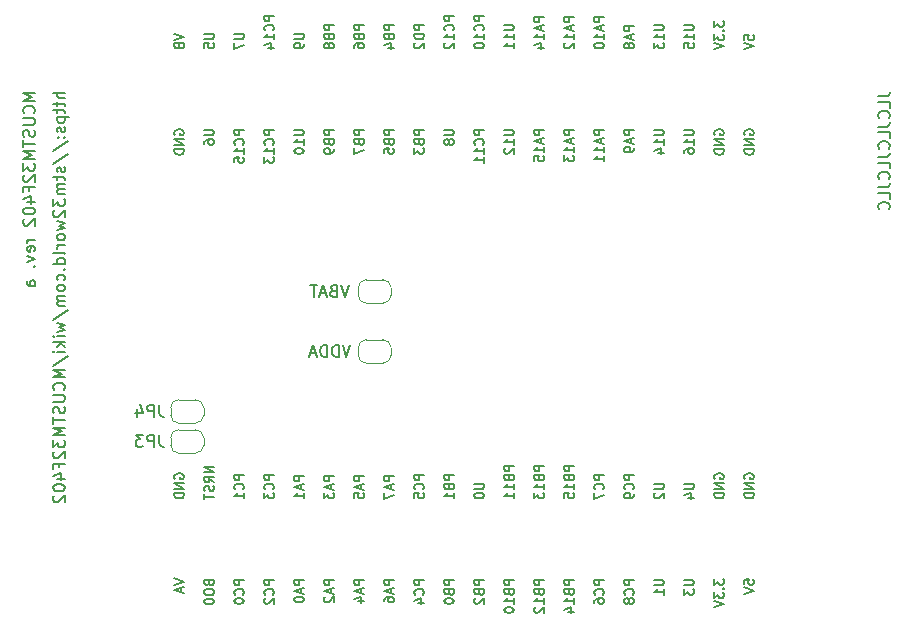
<source format=gbr>
G04 #@! TF.GenerationSoftware,KiCad,Pcbnew,9.0.2+dfsg-1*
G04 #@! TF.CreationDate,2025-05-30T20:00:10+08:00*
G04 #@! TF.ProjectId,mcustm32f402,6d637573-746d-4333-9266-3430322e6b69,a*
G04 #@! TF.SameCoordinates,PX57cf3f8PY8841978*
G04 #@! TF.FileFunction,Legend,Bot*
G04 #@! TF.FilePolarity,Positive*
%FSLAX46Y46*%
G04 Gerber Fmt 4.6, Leading zero omitted, Abs format (unit mm)*
G04 Created by KiCad (PCBNEW 9.0.2+dfsg-1) date 2025-05-30 20:00:10*
%MOMM*%
%LPD*%
G01*
G04 APERTURE LIST*
%ADD10C,0.150000*%
%ADD11C,0.120000*%
G04 APERTURE END LIST*
D10*
X50656904Y38645181D02*
X50323571Y37645181D01*
X50323571Y37645181D02*
X49990238Y38645181D01*
X49656904Y37645181D02*
X49656904Y38645181D01*
X49656904Y38645181D02*
X49418809Y38645181D01*
X49418809Y38645181D02*
X49275952Y38597562D01*
X49275952Y38597562D02*
X49180714Y38502324D01*
X49180714Y38502324D02*
X49133095Y38407086D01*
X49133095Y38407086D02*
X49085476Y38216610D01*
X49085476Y38216610D02*
X49085476Y38073753D01*
X49085476Y38073753D02*
X49133095Y37883277D01*
X49133095Y37883277D02*
X49180714Y37788039D01*
X49180714Y37788039D02*
X49275952Y37692800D01*
X49275952Y37692800D02*
X49418809Y37645181D01*
X49418809Y37645181D02*
X49656904Y37645181D01*
X48656904Y37645181D02*
X48656904Y38645181D01*
X48656904Y38645181D02*
X48418809Y38645181D01*
X48418809Y38645181D02*
X48275952Y38597562D01*
X48275952Y38597562D02*
X48180714Y38502324D01*
X48180714Y38502324D02*
X48133095Y38407086D01*
X48133095Y38407086D02*
X48085476Y38216610D01*
X48085476Y38216610D02*
X48085476Y38073753D01*
X48085476Y38073753D02*
X48133095Y37883277D01*
X48133095Y37883277D02*
X48180714Y37788039D01*
X48180714Y37788039D02*
X48275952Y37692800D01*
X48275952Y37692800D02*
X48418809Y37645181D01*
X48418809Y37645181D02*
X48656904Y37645181D01*
X47704523Y37930896D02*
X47228333Y37930896D01*
X47799761Y37645181D02*
X47466428Y38645181D01*
X47466428Y38645181D02*
X47133095Y37645181D01*
X50537856Y43725181D02*
X50204523Y42725181D01*
X50204523Y42725181D02*
X49871190Y43725181D01*
X49204523Y43248991D02*
X49061666Y43201372D01*
X49061666Y43201372D02*
X49014047Y43153753D01*
X49014047Y43153753D02*
X48966428Y43058515D01*
X48966428Y43058515D02*
X48966428Y42915658D01*
X48966428Y42915658D02*
X49014047Y42820420D01*
X49014047Y42820420D02*
X49061666Y42772800D01*
X49061666Y42772800D02*
X49156904Y42725181D01*
X49156904Y42725181D02*
X49537856Y42725181D01*
X49537856Y42725181D02*
X49537856Y43725181D01*
X49537856Y43725181D02*
X49204523Y43725181D01*
X49204523Y43725181D02*
X49109285Y43677562D01*
X49109285Y43677562D02*
X49061666Y43629943D01*
X49061666Y43629943D02*
X49014047Y43534705D01*
X49014047Y43534705D02*
X49014047Y43439467D01*
X49014047Y43439467D02*
X49061666Y43344229D01*
X49061666Y43344229D02*
X49109285Y43296610D01*
X49109285Y43296610D02*
X49204523Y43248991D01*
X49204523Y43248991D02*
X49537856Y43248991D01*
X48585475Y43010896D02*
X48109285Y43010896D01*
X48680713Y42725181D02*
X48347380Y43725181D01*
X48347380Y43725181D02*
X48014047Y42725181D01*
X47823570Y43725181D02*
X47252142Y43725181D01*
X47537856Y42725181D02*
X47537856Y43725181D01*
X61957295Y56860840D02*
X61157295Y56860840D01*
X61157295Y56860840D02*
X61157295Y56556078D01*
X61157295Y56556078D02*
X61195390Y56479888D01*
X61195390Y56479888D02*
X61233485Y56441793D01*
X61233485Y56441793D02*
X61309676Y56403697D01*
X61309676Y56403697D02*
X61423961Y56403697D01*
X61423961Y56403697D02*
X61500152Y56441793D01*
X61500152Y56441793D02*
X61538247Y56479888D01*
X61538247Y56479888D02*
X61576342Y56556078D01*
X61576342Y56556078D02*
X61576342Y56860840D01*
X61881104Y55603697D02*
X61919200Y55641793D01*
X61919200Y55641793D02*
X61957295Y55756078D01*
X61957295Y55756078D02*
X61957295Y55832269D01*
X61957295Y55832269D02*
X61919200Y55946555D01*
X61919200Y55946555D02*
X61843009Y56022745D01*
X61843009Y56022745D02*
X61766819Y56060840D01*
X61766819Y56060840D02*
X61614438Y56098936D01*
X61614438Y56098936D02*
X61500152Y56098936D01*
X61500152Y56098936D02*
X61347771Y56060840D01*
X61347771Y56060840D02*
X61271580Y56022745D01*
X61271580Y56022745D02*
X61195390Y55946555D01*
X61195390Y55946555D02*
X61157295Y55832269D01*
X61157295Y55832269D02*
X61157295Y55756078D01*
X61157295Y55756078D02*
X61195390Y55641793D01*
X61195390Y55641793D02*
X61233485Y55603697D01*
X61957295Y54841793D02*
X61957295Y55298936D01*
X61957295Y55070364D02*
X61157295Y55070364D01*
X61157295Y55070364D02*
X61271580Y55146555D01*
X61271580Y55146555D02*
X61347771Y55222745D01*
X61347771Y55222745D02*
X61385866Y55298936D01*
X61957295Y54079888D02*
X61957295Y54537031D01*
X61957295Y54308459D02*
X61157295Y54308459D01*
X61157295Y54308459D02*
X61271580Y54384650D01*
X61271580Y54384650D02*
X61347771Y54460840D01*
X61347771Y54460840D02*
X61385866Y54537031D01*
X38678247Y18494174D02*
X38716342Y18379888D01*
X38716342Y18379888D02*
X38754438Y18341793D01*
X38754438Y18341793D02*
X38830628Y18303697D01*
X38830628Y18303697D02*
X38944914Y18303697D01*
X38944914Y18303697D02*
X39021104Y18341793D01*
X39021104Y18341793D02*
X39059200Y18379888D01*
X39059200Y18379888D02*
X39097295Y18456078D01*
X39097295Y18456078D02*
X39097295Y18760840D01*
X39097295Y18760840D02*
X38297295Y18760840D01*
X38297295Y18760840D02*
X38297295Y18494174D01*
X38297295Y18494174D02*
X38335390Y18417983D01*
X38335390Y18417983D02*
X38373485Y18379888D01*
X38373485Y18379888D02*
X38449676Y18341793D01*
X38449676Y18341793D02*
X38525866Y18341793D01*
X38525866Y18341793D02*
X38602057Y18379888D01*
X38602057Y18379888D02*
X38640152Y18417983D01*
X38640152Y18417983D02*
X38678247Y18494174D01*
X38678247Y18494174D02*
X38678247Y18760840D01*
X38297295Y17808459D02*
X38297295Y17656078D01*
X38297295Y17656078D02*
X38335390Y17579888D01*
X38335390Y17579888D02*
X38411580Y17503697D01*
X38411580Y17503697D02*
X38563961Y17465602D01*
X38563961Y17465602D02*
X38830628Y17465602D01*
X38830628Y17465602D02*
X38983009Y17503697D01*
X38983009Y17503697D02*
X39059200Y17579888D01*
X39059200Y17579888D02*
X39097295Y17656078D01*
X39097295Y17656078D02*
X39097295Y17808459D01*
X39097295Y17808459D02*
X39059200Y17884650D01*
X39059200Y17884650D02*
X38983009Y17960840D01*
X38983009Y17960840D02*
X38830628Y17998936D01*
X38830628Y17998936D02*
X38563961Y17998936D01*
X38563961Y17998936D02*
X38411580Y17960840D01*
X38411580Y17960840D02*
X38335390Y17884650D01*
X38335390Y17884650D02*
X38297295Y17808459D01*
X38297295Y16970364D02*
X38297295Y16894174D01*
X38297295Y16894174D02*
X38335390Y16817983D01*
X38335390Y16817983D02*
X38373485Y16779888D01*
X38373485Y16779888D02*
X38449676Y16741793D01*
X38449676Y16741793D02*
X38602057Y16703698D01*
X38602057Y16703698D02*
X38792533Y16703698D01*
X38792533Y16703698D02*
X38944914Y16741793D01*
X38944914Y16741793D02*
X39021104Y16779888D01*
X39021104Y16779888D02*
X39059200Y16817983D01*
X39059200Y16817983D02*
X39097295Y16894174D01*
X39097295Y16894174D02*
X39097295Y16970364D01*
X39097295Y16970364D02*
X39059200Y17046555D01*
X39059200Y17046555D02*
X39021104Y17084650D01*
X39021104Y17084650D02*
X38944914Y17122745D01*
X38944914Y17122745D02*
X38792533Y17160841D01*
X38792533Y17160841D02*
X38602057Y17160841D01*
X38602057Y17160841D02*
X38449676Y17122745D01*
X38449676Y17122745D02*
X38373485Y17084650D01*
X38373485Y17084650D02*
X38335390Y17046555D01*
X38335390Y17046555D02*
X38297295Y16970364D01*
X69577295Y56860840D02*
X68777295Y56860840D01*
X68777295Y56860840D02*
X68777295Y56556078D01*
X68777295Y56556078D02*
X68815390Y56479888D01*
X68815390Y56479888D02*
X68853485Y56441793D01*
X68853485Y56441793D02*
X68929676Y56403697D01*
X68929676Y56403697D02*
X69043961Y56403697D01*
X69043961Y56403697D02*
X69120152Y56441793D01*
X69120152Y56441793D02*
X69158247Y56479888D01*
X69158247Y56479888D02*
X69196342Y56556078D01*
X69196342Y56556078D02*
X69196342Y56860840D01*
X69348723Y56098936D02*
X69348723Y55717983D01*
X69577295Y56175126D02*
X68777295Y55908459D01*
X68777295Y55908459D02*
X69577295Y55641793D01*
X69577295Y54956079D02*
X69577295Y55413222D01*
X69577295Y55184650D02*
X68777295Y55184650D01*
X68777295Y55184650D02*
X68891580Y55260841D01*
X68891580Y55260841D02*
X68967771Y55337031D01*
X68967771Y55337031D02*
X69005866Y55413222D01*
X68777295Y54689412D02*
X68777295Y54194174D01*
X68777295Y54194174D02*
X69082057Y54460840D01*
X69082057Y54460840D02*
X69082057Y54346555D01*
X69082057Y54346555D02*
X69120152Y54270364D01*
X69120152Y54270364D02*
X69158247Y54232269D01*
X69158247Y54232269D02*
X69234438Y54194174D01*
X69234438Y54194174D02*
X69424914Y54194174D01*
X69424914Y54194174D02*
X69501104Y54232269D01*
X69501104Y54232269D02*
X69539200Y54270364D01*
X69539200Y54270364D02*
X69577295Y54346555D01*
X69577295Y54346555D02*
X69577295Y54575126D01*
X69577295Y54575126D02*
X69539200Y54651317D01*
X69539200Y54651317D02*
X69501104Y54689412D01*
X74657295Y27670113D02*
X73857295Y27670113D01*
X73857295Y27670113D02*
X73857295Y27365351D01*
X73857295Y27365351D02*
X73895390Y27289161D01*
X73895390Y27289161D02*
X73933485Y27251066D01*
X73933485Y27251066D02*
X74009676Y27212970D01*
X74009676Y27212970D02*
X74123961Y27212970D01*
X74123961Y27212970D02*
X74200152Y27251066D01*
X74200152Y27251066D02*
X74238247Y27289161D01*
X74238247Y27289161D02*
X74276342Y27365351D01*
X74276342Y27365351D02*
X74276342Y27670113D01*
X74581104Y26412970D02*
X74619200Y26451066D01*
X74619200Y26451066D02*
X74657295Y26565351D01*
X74657295Y26565351D02*
X74657295Y26641542D01*
X74657295Y26641542D02*
X74619200Y26755828D01*
X74619200Y26755828D02*
X74543009Y26832018D01*
X74543009Y26832018D02*
X74466819Y26870113D01*
X74466819Y26870113D02*
X74314438Y26908209D01*
X74314438Y26908209D02*
X74200152Y26908209D01*
X74200152Y26908209D02*
X74047771Y26870113D01*
X74047771Y26870113D02*
X73971580Y26832018D01*
X73971580Y26832018D02*
X73895390Y26755828D01*
X73895390Y26755828D02*
X73857295Y26641542D01*
X73857295Y26641542D02*
X73857295Y26565351D01*
X73857295Y26565351D02*
X73895390Y26451066D01*
X73895390Y26451066D02*
X73933485Y26412970D01*
X74657295Y26032018D02*
X74657295Y25879637D01*
X74657295Y25879637D02*
X74619200Y25803447D01*
X74619200Y25803447D02*
X74581104Y25765351D01*
X74581104Y25765351D02*
X74466819Y25689161D01*
X74466819Y25689161D02*
X74314438Y25651066D01*
X74314438Y25651066D02*
X74009676Y25651066D01*
X74009676Y25651066D02*
X73933485Y25689161D01*
X73933485Y25689161D02*
X73895390Y25727256D01*
X73895390Y25727256D02*
X73857295Y25803447D01*
X73857295Y25803447D02*
X73857295Y25955828D01*
X73857295Y25955828D02*
X73895390Y26032018D01*
X73895390Y26032018D02*
X73933485Y26070113D01*
X73933485Y26070113D02*
X74009676Y26108209D01*
X74009676Y26108209D02*
X74200152Y26108209D01*
X74200152Y26108209D02*
X74276342Y26070113D01*
X74276342Y26070113D02*
X74314438Y26032018D01*
X74314438Y26032018D02*
X74352533Y25955828D01*
X74352533Y25955828D02*
X74352533Y25803447D01*
X74352533Y25803447D02*
X74314438Y25727256D01*
X74314438Y25727256D02*
X74276342Y25689161D01*
X74276342Y25689161D02*
X74200152Y25651066D01*
X54337295Y65770113D02*
X53537295Y65770113D01*
X53537295Y65770113D02*
X53537295Y65465351D01*
X53537295Y65465351D02*
X53575390Y65389161D01*
X53575390Y65389161D02*
X53613485Y65351066D01*
X53613485Y65351066D02*
X53689676Y65312970D01*
X53689676Y65312970D02*
X53803961Y65312970D01*
X53803961Y65312970D02*
X53880152Y65351066D01*
X53880152Y65351066D02*
X53918247Y65389161D01*
X53918247Y65389161D02*
X53956342Y65465351D01*
X53956342Y65465351D02*
X53956342Y65770113D01*
X53918247Y64703447D02*
X53956342Y64589161D01*
X53956342Y64589161D02*
X53994438Y64551066D01*
X53994438Y64551066D02*
X54070628Y64512970D01*
X54070628Y64512970D02*
X54184914Y64512970D01*
X54184914Y64512970D02*
X54261104Y64551066D01*
X54261104Y64551066D02*
X54299200Y64589161D01*
X54299200Y64589161D02*
X54337295Y64665351D01*
X54337295Y64665351D02*
X54337295Y64970113D01*
X54337295Y64970113D02*
X53537295Y64970113D01*
X53537295Y64970113D02*
X53537295Y64703447D01*
X53537295Y64703447D02*
X53575390Y64627256D01*
X53575390Y64627256D02*
X53613485Y64589161D01*
X53613485Y64589161D02*
X53689676Y64551066D01*
X53689676Y64551066D02*
X53765866Y64551066D01*
X53765866Y64551066D02*
X53842057Y64589161D01*
X53842057Y64589161D02*
X53880152Y64627256D01*
X53880152Y64627256D02*
X53918247Y64703447D01*
X53918247Y64703447D02*
X53918247Y64970113D01*
X53803961Y63827256D02*
X54337295Y63827256D01*
X53499200Y64017732D02*
X54070628Y64208209D01*
X54070628Y64208209D02*
X54070628Y63712970D01*
X51797295Y56860840D02*
X50997295Y56860840D01*
X50997295Y56860840D02*
X50997295Y56556078D01*
X50997295Y56556078D02*
X51035390Y56479888D01*
X51035390Y56479888D02*
X51073485Y56441793D01*
X51073485Y56441793D02*
X51149676Y56403697D01*
X51149676Y56403697D02*
X51263961Y56403697D01*
X51263961Y56403697D02*
X51340152Y56441793D01*
X51340152Y56441793D02*
X51378247Y56479888D01*
X51378247Y56479888D02*
X51416342Y56556078D01*
X51416342Y56556078D02*
X51416342Y56860840D01*
X51378247Y55794174D02*
X51416342Y55679888D01*
X51416342Y55679888D02*
X51454438Y55641793D01*
X51454438Y55641793D02*
X51530628Y55603697D01*
X51530628Y55603697D02*
X51644914Y55603697D01*
X51644914Y55603697D02*
X51721104Y55641793D01*
X51721104Y55641793D02*
X51759200Y55679888D01*
X51759200Y55679888D02*
X51797295Y55756078D01*
X51797295Y55756078D02*
X51797295Y56060840D01*
X51797295Y56060840D02*
X50997295Y56060840D01*
X50997295Y56060840D02*
X50997295Y55794174D01*
X50997295Y55794174D02*
X51035390Y55717983D01*
X51035390Y55717983D02*
X51073485Y55679888D01*
X51073485Y55679888D02*
X51149676Y55641793D01*
X51149676Y55641793D02*
X51225866Y55641793D01*
X51225866Y55641793D02*
X51302057Y55679888D01*
X51302057Y55679888D02*
X51340152Y55717983D01*
X51340152Y55717983D02*
X51378247Y55794174D01*
X51378247Y55794174D02*
X51378247Y56060840D01*
X50997295Y55337031D02*
X50997295Y54803697D01*
X50997295Y54803697D02*
X51797295Y55146555D01*
X69577295Y28432018D02*
X68777295Y28432018D01*
X68777295Y28432018D02*
X68777295Y28127256D01*
X68777295Y28127256D02*
X68815390Y28051066D01*
X68815390Y28051066D02*
X68853485Y28012971D01*
X68853485Y28012971D02*
X68929676Y27974875D01*
X68929676Y27974875D02*
X69043961Y27974875D01*
X69043961Y27974875D02*
X69120152Y28012971D01*
X69120152Y28012971D02*
X69158247Y28051066D01*
X69158247Y28051066D02*
X69196342Y28127256D01*
X69196342Y28127256D02*
X69196342Y28432018D01*
X69158247Y27365352D02*
X69196342Y27251066D01*
X69196342Y27251066D02*
X69234438Y27212971D01*
X69234438Y27212971D02*
X69310628Y27174875D01*
X69310628Y27174875D02*
X69424914Y27174875D01*
X69424914Y27174875D02*
X69501104Y27212971D01*
X69501104Y27212971D02*
X69539200Y27251066D01*
X69539200Y27251066D02*
X69577295Y27327256D01*
X69577295Y27327256D02*
X69577295Y27632018D01*
X69577295Y27632018D02*
X68777295Y27632018D01*
X68777295Y27632018D02*
X68777295Y27365352D01*
X68777295Y27365352D02*
X68815390Y27289161D01*
X68815390Y27289161D02*
X68853485Y27251066D01*
X68853485Y27251066D02*
X68929676Y27212971D01*
X68929676Y27212971D02*
X69005866Y27212971D01*
X69005866Y27212971D02*
X69082057Y27251066D01*
X69082057Y27251066D02*
X69120152Y27289161D01*
X69120152Y27289161D02*
X69158247Y27365352D01*
X69158247Y27365352D02*
X69158247Y27632018D01*
X69577295Y26412971D02*
X69577295Y26870114D01*
X69577295Y26641542D02*
X68777295Y26641542D01*
X68777295Y26641542D02*
X68891580Y26717733D01*
X68891580Y26717733D02*
X68967771Y26793923D01*
X68967771Y26793923D02*
X69005866Y26870114D01*
X68777295Y25689161D02*
X68777295Y26070113D01*
X68777295Y26070113D02*
X69158247Y26108209D01*
X69158247Y26108209D02*
X69120152Y26070113D01*
X69120152Y26070113D02*
X69082057Y25993923D01*
X69082057Y25993923D02*
X69082057Y25803447D01*
X69082057Y25803447D02*
X69120152Y25727256D01*
X69120152Y25727256D02*
X69158247Y25689161D01*
X69158247Y25689161D02*
X69234438Y25651066D01*
X69234438Y25651066D02*
X69424914Y25651066D01*
X69424914Y25651066D02*
X69501104Y25689161D01*
X69501104Y25689161D02*
X69539200Y25727256D01*
X69539200Y25727256D02*
X69577295Y25803447D01*
X69577295Y25803447D02*
X69577295Y25993923D01*
X69577295Y25993923D02*
X69539200Y26070113D01*
X69539200Y26070113D02*
X69501104Y26108209D01*
X44177295Y27670113D02*
X43377295Y27670113D01*
X43377295Y27670113D02*
X43377295Y27365351D01*
X43377295Y27365351D02*
X43415390Y27289161D01*
X43415390Y27289161D02*
X43453485Y27251066D01*
X43453485Y27251066D02*
X43529676Y27212970D01*
X43529676Y27212970D02*
X43643961Y27212970D01*
X43643961Y27212970D02*
X43720152Y27251066D01*
X43720152Y27251066D02*
X43758247Y27289161D01*
X43758247Y27289161D02*
X43796342Y27365351D01*
X43796342Y27365351D02*
X43796342Y27670113D01*
X44101104Y26412970D02*
X44139200Y26451066D01*
X44139200Y26451066D02*
X44177295Y26565351D01*
X44177295Y26565351D02*
X44177295Y26641542D01*
X44177295Y26641542D02*
X44139200Y26755828D01*
X44139200Y26755828D02*
X44063009Y26832018D01*
X44063009Y26832018D02*
X43986819Y26870113D01*
X43986819Y26870113D02*
X43834438Y26908209D01*
X43834438Y26908209D02*
X43720152Y26908209D01*
X43720152Y26908209D02*
X43567771Y26870113D01*
X43567771Y26870113D02*
X43491580Y26832018D01*
X43491580Y26832018D02*
X43415390Y26755828D01*
X43415390Y26755828D02*
X43377295Y26641542D01*
X43377295Y26641542D02*
X43377295Y26565351D01*
X43377295Y26565351D02*
X43415390Y26451066D01*
X43415390Y26451066D02*
X43453485Y26412970D01*
X43377295Y26146304D02*
X43377295Y25651066D01*
X43377295Y25651066D02*
X43682057Y25917732D01*
X43682057Y25917732D02*
X43682057Y25803447D01*
X43682057Y25803447D02*
X43720152Y25727256D01*
X43720152Y25727256D02*
X43758247Y25689161D01*
X43758247Y25689161D02*
X43834438Y25651066D01*
X43834438Y25651066D02*
X44024914Y25651066D01*
X44024914Y25651066D02*
X44101104Y25689161D01*
X44101104Y25689161D02*
X44139200Y25727256D01*
X44139200Y25727256D02*
X44177295Y25803447D01*
X44177295Y25803447D02*
X44177295Y26032018D01*
X44177295Y26032018D02*
X44139200Y26108209D01*
X44139200Y26108209D02*
X44101104Y26146304D01*
X41637295Y56860840D02*
X40837295Y56860840D01*
X40837295Y56860840D02*
X40837295Y56556078D01*
X40837295Y56556078D02*
X40875390Y56479888D01*
X40875390Y56479888D02*
X40913485Y56441793D01*
X40913485Y56441793D02*
X40989676Y56403697D01*
X40989676Y56403697D02*
X41103961Y56403697D01*
X41103961Y56403697D02*
X41180152Y56441793D01*
X41180152Y56441793D02*
X41218247Y56479888D01*
X41218247Y56479888D02*
X41256342Y56556078D01*
X41256342Y56556078D02*
X41256342Y56860840D01*
X41561104Y55603697D02*
X41599200Y55641793D01*
X41599200Y55641793D02*
X41637295Y55756078D01*
X41637295Y55756078D02*
X41637295Y55832269D01*
X41637295Y55832269D02*
X41599200Y55946555D01*
X41599200Y55946555D02*
X41523009Y56022745D01*
X41523009Y56022745D02*
X41446819Y56060840D01*
X41446819Y56060840D02*
X41294438Y56098936D01*
X41294438Y56098936D02*
X41180152Y56098936D01*
X41180152Y56098936D02*
X41027771Y56060840D01*
X41027771Y56060840D02*
X40951580Y56022745D01*
X40951580Y56022745D02*
X40875390Y55946555D01*
X40875390Y55946555D02*
X40837295Y55832269D01*
X40837295Y55832269D02*
X40837295Y55756078D01*
X40837295Y55756078D02*
X40875390Y55641793D01*
X40875390Y55641793D02*
X40913485Y55603697D01*
X41637295Y54841793D02*
X41637295Y55298936D01*
X41637295Y55070364D02*
X40837295Y55070364D01*
X40837295Y55070364D02*
X40951580Y55146555D01*
X40951580Y55146555D02*
X41027771Y55222745D01*
X41027771Y55222745D02*
X41065866Y55298936D01*
X40837295Y54117983D02*
X40837295Y54498935D01*
X40837295Y54498935D02*
X41218247Y54537031D01*
X41218247Y54537031D02*
X41180152Y54498935D01*
X41180152Y54498935D02*
X41142057Y54422745D01*
X41142057Y54422745D02*
X41142057Y54232269D01*
X41142057Y54232269D02*
X41180152Y54156078D01*
X41180152Y54156078D02*
X41218247Y54117983D01*
X41218247Y54117983D02*
X41294438Y54079888D01*
X41294438Y54079888D02*
X41484914Y54079888D01*
X41484914Y54079888D02*
X41561104Y54117983D01*
X41561104Y54117983D02*
X41599200Y54156078D01*
X41599200Y54156078D02*
X41637295Y54232269D01*
X41637295Y54232269D02*
X41637295Y54422745D01*
X41637295Y54422745D02*
X41599200Y54498935D01*
X41599200Y54498935D02*
X41561104Y54537031D01*
X72117295Y66417732D02*
X71317295Y66417732D01*
X71317295Y66417732D02*
X71317295Y66112970D01*
X71317295Y66112970D02*
X71355390Y66036780D01*
X71355390Y66036780D02*
X71393485Y65998685D01*
X71393485Y65998685D02*
X71469676Y65960589D01*
X71469676Y65960589D02*
X71583961Y65960589D01*
X71583961Y65960589D02*
X71660152Y65998685D01*
X71660152Y65998685D02*
X71698247Y66036780D01*
X71698247Y66036780D02*
X71736342Y66112970D01*
X71736342Y66112970D02*
X71736342Y66417732D01*
X71888723Y65655828D02*
X71888723Y65274875D01*
X72117295Y65732018D02*
X71317295Y65465351D01*
X71317295Y65465351D02*
X72117295Y65198685D01*
X72117295Y64512971D02*
X72117295Y64970114D01*
X72117295Y64741542D02*
X71317295Y64741542D01*
X71317295Y64741542D02*
X71431580Y64817733D01*
X71431580Y64817733D02*
X71507771Y64893923D01*
X71507771Y64893923D02*
X71545866Y64970114D01*
X71317295Y64017732D02*
X71317295Y63941542D01*
X71317295Y63941542D02*
X71355390Y63865351D01*
X71355390Y63865351D02*
X71393485Y63827256D01*
X71393485Y63827256D02*
X71469676Y63789161D01*
X71469676Y63789161D02*
X71622057Y63751066D01*
X71622057Y63751066D02*
X71812533Y63751066D01*
X71812533Y63751066D02*
X71964914Y63789161D01*
X71964914Y63789161D02*
X72041104Y63827256D01*
X72041104Y63827256D02*
X72079200Y63865351D01*
X72079200Y63865351D02*
X72117295Y63941542D01*
X72117295Y63941542D02*
X72117295Y64017732D01*
X72117295Y64017732D02*
X72079200Y64093923D01*
X72079200Y64093923D02*
X72041104Y64132018D01*
X72041104Y64132018D02*
X71964914Y64170113D01*
X71964914Y64170113D02*
X71812533Y64208209D01*
X71812533Y64208209D02*
X71622057Y64208209D01*
X71622057Y64208209D02*
X71469676Y64170113D01*
X71469676Y64170113D02*
X71393485Y64132018D01*
X71393485Y64132018D02*
X71355390Y64093923D01*
X71355390Y64093923D02*
X71317295Y64017732D01*
X74657295Y18760840D02*
X73857295Y18760840D01*
X73857295Y18760840D02*
X73857295Y18456078D01*
X73857295Y18456078D02*
X73895390Y18379888D01*
X73895390Y18379888D02*
X73933485Y18341793D01*
X73933485Y18341793D02*
X74009676Y18303697D01*
X74009676Y18303697D02*
X74123961Y18303697D01*
X74123961Y18303697D02*
X74200152Y18341793D01*
X74200152Y18341793D02*
X74238247Y18379888D01*
X74238247Y18379888D02*
X74276342Y18456078D01*
X74276342Y18456078D02*
X74276342Y18760840D01*
X74581104Y17503697D02*
X74619200Y17541793D01*
X74619200Y17541793D02*
X74657295Y17656078D01*
X74657295Y17656078D02*
X74657295Y17732269D01*
X74657295Y17732269D02*
X74619200Y17846555D01*
X74619200Y17846555D02*
X74543009Y17922745D01*
X74543009Y17922745D02*
X74466819Y17960840D01*
X74466819Y17960840D02*
X74314438Y17998936D01*
X74314438Y17998936D02*
X74200152Y17998936D01*
X74200152Y17998936D02*
X74047771Y17960840D01*
X74047771Y17960840D02*
X73971580Y17922745D01*
X73971580Y17922745D02*
X73895390Y17846555D01*
X73895390Y17846555D02*
X73857295Y17732269D01*
X73857295Y17732269D02*
X73857295Y17656078D01*
X73857295Y17656078D02*
X73895390Y17541793D01*
X73895390Y17541793D02*
X73933485Y17503697D01*
X74200152Y17046555D02*
X74162057Y17122745D01*
X74162057Y17122745D02*
X74123961Y17160840D01*
X74123961Y17160840D02*
X74047771Y17198936D01*
X74047771Y17198936D02*
X74009676Y17198936D01*
X74009676Y17198936D02*
X73933485Y17160840D01*
X73933485Y17160840D02*
X73895390Y17122745D01*
X73895390Y17122745D02*
X73857295Y17046555D01*
X73857295Y17046555D02*
X73857295Y16894174D01*
X73857295Y16894174D02*
X73895390Y16817983D01*
X73895390Y16817983D02*
X73933485Y16779888D01*
X73933485Y16779888D02*
X74009676Y16741793D01*
X74009676Y16741793D02*
X74047771Y16741793D01*
X74047771Y16741793D02*
X74123961Y16779888D01*
X74123961Y16779888D02*
X74162057Y16817983D01*
X74162057Y16817983D02*
X74200152Y16894174D01*
X74200152Y16894174D02*
X74200152Y17046555D01*
X74200152Y17046555D02*
X74238247Y17122745D01*
X74238247Y17122745D02*
X74276342Y17160840D01*
X74276342Y17160840D02*
X74352533Y17198936D01*
X74352533Y17198936D02*
X74504914Y17198936D01*
X74504914Y17198936D02*
X74581104Y17160840D01*
X74581104Y17160840D02*
X74619200Y17122745D01*
X74619200Y17122745D02*
X74657295Y17046555D01*
X74657295Y17046555D02*
X74657295Y16894174D01*
X74657295Y16894174D02*
X74619200Y16817983D01*
X74619200Y16817983D02*
X74581104Y16779888D01*
X74581104Y16779888D02*
X74504914Y16741793D01*
X74504914Y16741793D02*
X74352533Y16741793D01*
X74352533Y16741793D02*
X74276342Y16779888D01*
X74276342Y16779888D02*
X74238247Y16817983D01*
X74238247Y16817983D02*
X74200152Y16894174D01*
X44177295Y56860840D02*
X43377295Y56860840D01*
X43377295Y56860840D02*
X43377295Y56556078D01*
X43377295Y56556078D02*
X43415390Y56479888D01*
X43415390Y56479888D02*
X43453485Y56441793D01*
X43453485Y56441793D02*
X43529676Y56403697D01*
X43529676Y56403697D02*
X43643961Y56403697D01*
X43643961Y56403697D02*
X43720152Y56441793D01*
X43720152Y56441793D02*
X43758247Y56479888D01*
X43758247Y56479888D02*
X43796342Y56556078D01*
X43796342Y56556078D02*
X43796342Y56860840D01*
X44101104Y55603697D02*
X44139200Y55641793D01*
X44139200Y55641793D02*
X44177295Y55756078D01*
X44177295Y55756078D02*
X44177295Y55832269D01*
X44177295Y55832269D02*
X44139200Y55946555D01*
X44139200Y55946555D02*
X44063009Y56022745D01*
X44063009Y56022745D02*
X43986819Y56060840D01*
X43986819Y56060840D02*
X43834438Y56098936D01*
X43834438Y56098936D02*
X43720152Y56098936D01*
X43720152Y56098936D02*
X43567771Y56060840D01*
X43567771Y56060840D02*
X43491580Y56022745D01*
X43491580Y56022745D02*
X43415390Y55946555D01*
X43415390Y55946555D02*
X43377295Y55832269D01*
X43377295Y55832269D02*
X43377295Y55756078D01*
X43377295Y55756078D02*
X43415390Y55641793D01*
X43415390Y55641793D02*
X43453485Y55603697D01*
X44177295Y54841793D02*
X44177295Y55298936D01*
X44177295Y55070364D02*
X43377295Y55070364D01*
X43377295Y55070364D02*
X43491580Y55146555D01*
X43491580Y55146555D02*
X43567771Y55222745D01*
X43567771Y55222745D02*
X43605866Y55298936D01*
X43377295Y54575126D02*
X43377295Y54079888D01*
X43377295Y54079888D02*
X43682057Y54346554D01*
X43682057Y54346554D02*
X43682057Y54232269D01*
X43682057Y54232269D02*
X43720152Y54156078D01*
X43720152Y54156078D02*
X43758247Y54117983D01*
X43758247Y54117983D02*
X43834438Y54079888D01*
X43834438Y54079888D02*
X44024914Y54079888D01*
X44024914Y54079888D02*
X44101104Y54117983D01*
X44101104Y54117983D02*
X44139200Y54156078D01*
X44139200Y54156078D02*
X44177295Y54232269D01*
X44177295Y54232269D02*
X44177295Y54460840D01*
X44177295Y54460840D02*
X44139200Y54537031D01*
X44139200Y54537031D02*
X44101104Y54575126D01*
X67037295Y66417732D02*
X66237295Y66417732D01*
X66237295Y66417732D02*
X66237295Y66112970D01*
X66237295Y66112970D02*
X66275390Y66036780D01*
X66275390Y66036780D02*
X66313485Y65998685D01*
X66313485Y65998685D02*
X66389676Y65960589D01*
X66389676Y65960589D02*
X66503961Y65960589D01*
X66503961Y65960589D02*
X66580152Y65998685D01*
X66580152Y65998685D02*
X66618247Y66036780D01*
X66618247Y66036780D02*
X66656342Y66112970D01*
X66656342Y66112970D02*
X66656342Y66417732D01*
X66808723Y65655828D02*
X66808723Y65274875D01*
X67037295Y65732018D02*
X66237295Y65465351D01*
X66237295Y65465351D02*
X67037295Y65198685D01*
X67037295Y64512971D02*
X67037295Y64970114D01*
X67037295Y64741542D02*
X66237295Y64741542D01*
X66237295Y64741542D02*
X66351580Y64817733D01*
X66351580Y64817733D02*
X66427771Y64893923D01*
X66427771Y64893923D02*
X66465866Y64970114D01*
X66503961Y63827256D02*
X67037295Y63827256D01*
X66199200Y64017732D02*
X66770628Y64208209D01*
X66770628Y64208209D02*
X66770628Y63712970D01*
X58617295Y56860840D02*
X59264914Y56860840D01*
X59264914Y56860840D02*
X59341104Y56822745D01*
X59341104Y56822745D02*
X59379200Y56784650D01*
X59379200Y56784650D02*
X59417295Y56708459D01*
X59417295Y56708459D02*
X59417295Y56556078D01*
X59417295Y56556078D02*
X59379200Y56479888D01*
X59379200Y56479888D02*
X59341104Y56441793D01*
X59341104Y56441793D02*
X59264914Y56403697D01*
X59264914Y56403697D02*
X58617295Y56403697D01*
X58960152Y55908460D02*
X58922057Y55984650D01*
X58922057Y55984650D02*
X58883961Y56022745D01*
X58883961Y56022745D02*
X58807771Y56060841D01*
X58807771Y56060841D02*
X58769676Y56060841D01*
X58769676Y56060841D02*
X58693485Y56022745D01*
X58693485Y56022745D02*
X58655390Y55984650D01*
X58655390Y55984650D02*
X58617295Y55908460D01*
X58617295Y55908460D02*
X58617295Y55756079D01*
X58617295Y55756079D02*
X58655390Y55679888D01*
X58655390Y55679888D02*
X58693485Y55641793D01*
X58693485Y55641793D02*
X58769676Y55603698D01*
X58769676Y55603698D02*
X58807771Y55603698D01*
X58807771Y55603698D02*
X58883961Y55641793D01*
X58883961Y55641793D02*
X58922057Y55679888D01*
X58922057Y55679888D02*
X58960152Y55756079D01*
X58960152Y55756079D02*
X58960152Y55908460D01*
X58960152Y55908460D02*
X58998247Y55984650D01*
X58998247Y55984650D02*
X59036342Y56022745D01*
X59036342Y56022745D02*
X59112533Y56060841D01*
X59112533Y56060841D02*
X59264914Y56060841D01*
X59264914Y56060841D02*
X59341104Y56022745D01*
X59341104Y56022745D02*
X59379200Y55984650D01*
X59379200Y55984650D02*
X59417295Y55908460D01*
X59417295Y55908460D02*
X59417295Y55756079D01*
X59417295Y55756079D02*
X59379200Y55679888D01*
X59379200Y55679888D02*
X59341104Y55641793D01*
X59341104Y55641793D02*
X59264914Y55603698D01*
X59264914Y55603698D02*
X59112533Y55603698D01*
X59112533Y55603698D02*
X59036342Y55641793D01*
X59036342Y55641793D02*
X58998247Y55679888D01*
X58998247Y55679888D02*
X58960152Y55756079D01*
X81477295Y18837031D02*
X81477295Y18341793D01*
X81477295Y18341793D02*
X81782057Y18608459D01*
X81782057Y18608459D02*
X81782057Y18494174D01*
X81782057Y18494174D02*
X81820152Y18417983D01*
X81820152Y18417983D02*
X81858247Y18379888D01*
X81858247Y18379888D02*
X81934438Y18341793D01*
X81934438Y18341793D02*
X82124914Y18341793D01*
X82124914Y18341793D02*
X82201104Y18379888D01*
X82201104Y18379888D02*
X82239200Y18417983D01*
X82239200Y18417983D02*
X82277295Y18494174D01*
X82277295Y18494174D02*
X82277295Y18722745D01*
X82277295Y18722745D02*
X82239200Y18798936D01*
X82239200Y18798936D02*
X82201104Y18837031D01*
X82201104Y17998935D02*
X82239200Y17960840D01*
X82239200Y17960840D02*
X82277295Y17998935D01*
X82277295Y17998935D02*
X82239200Y18037031D01*
X82239200Y18037031D02*
X82201104Y17998935D01*
X82201104Y17998935D02*
X82277295Y17998935D01*
X81477295Y17694174D02*
X81477295Y17198936D01*
X81477295Y17198936D02*
X81782057Y17465602D01*
X81782057Y17465602D02*
X81782057Y17351317D01*
X81782057Y17351317D02*
X81820152Y17275126D01*
X81820152Y17275126D02*
X81858247Y17237031D01*
X81858247Y17237031D02*
X81934438Y17198936D01*
X81934438Y17198936D02*
X82124914Y17198936D01*
X82124914Y17198936D02*
X82201104Y17237031D01*
X82201104Y17237031D02*
X82239200Y17275126D01*
X82239200Y17275126D02*
X82277295Y17351317D01*
X82277295Y17351317D02*
X82277295Y17579888D01*
X82277295Y17579888D02*
X82239200Y17656079D01*
X82239200Y17656079D02*
X82201104Y17694174D01*
X81477295Y16970364D02*
X82277295Y16703697D01*
X82277295Y16703697D02*
X81477295Y16437031D01*
X67037295Y56860840D02*
X66237295Y56860840D01*
X66237295Y56860840D02*
X66237295Y56556078D01*
X66237295Y56556078D02*
X66275390Y56479888D01*
X66275390Y56479888D02*
X66313485Y56441793D01*
X66313485Y56441793D02*
X66389676Y56403697D01*
X66389676Y56403697D02*
X66503961Y56403697D01*
X66503961Y56403697D02*
X66580152Y56441793D01*
X66580152Y56441793D02*
X66618247Y56479888D01*
X66618247Y56479888D02*
X66656342Y56556078D01*
X66656342Y56556078D02*
X66656342Y56860840D01*
X66808723Y56098936D02*
X66808723Y55717983D01*
X67037295Y56175126D02*
X66237295Y55908459D01*
X66237295Y55908459D02*
X67037295Y55641793D01*
X67037295Y54956079D02*
X67037295Y55413222D01*
X67037295Y55184650D02*
X66237295Y55184650D01*
X66237295Y55184650D02*
X66351580Y55260841D01*
X66351580Y55260841D02*
X66427771Y55337031D01*
X66427771Y55337031D02*
X66465866Y55413222D01*
X66237295Y54232269D02*
X66237295Y54613221D01*
X66237295Y54613221D02*
X66618247Y54651317D01*
X66618247Y54651317D02*
X66580152Y54613221D01*
X66580152Y54613221D02*
X66542057Y54537031D01*
X66542057Y54537031D02*
X66542057Y54346555D01*
X66542057Y54346555D02*
X66580152Y54270364D01*
X66580152Y54270364D02*
X66618247Y54232269D01*
X66618247Y54232269D02*
X66694438Y54194174D01*
X66694438Y54194174D02*
X66884914Y54194174D01*
X66884914Y54194174D02*
X66961104Y54232269D01*
X66961104Y54232269D02*
X66999200Y54270364D01*
X66999200Y54270364D02*
X67037295Y54346555D01*
X67037295Y54346555D02*
X67037295Y54537031D01*
X67037295Y54537031D02*
X66999200Y54613221D01*
X66999200Y54613221D02*
X66961104Y54651317D01*
X81515390Y27327256D02*
X81477295Y27403446D01*
X81477295Y27403446D02*
X81477295Y27517732D01*
X81477295Y27517732D02*
X81515390Y27632018D01*
X81515390Y27632018D02*
X81591580Y27708208D01*
X81591580Y27708208D02*
X81667771Y27746303D01*
X81667771Y27746303D02*
X81820152Y27784399D01*
X81820152Y27784399D02*
X81934438Y27784399D01*
X81934438Y27784399D02*
X82086819Y27746303D01*
X82086819Y27746303D02*
X82163009Y27708208D01*
X82163009Y27708208D02*
X82239200Y27632018D01*
X82239200Y27632018D02*
X82277295Y27517732D01*
X82277295Y27517732D02*
X82277295Y27441541D01*
X82277295Y27441541D02*
X82239200Y27327256D01*
X82239200Y27327256D02*
X82201104Y27289160D01*
X82201104Y27289160D02*
X81934438Y27289160D01*
X81934438Y27289160D02*
X81934438Y27441541D01*
X82277295Y26946303D02*
X81477295Y26946303D01*
X81477295Y26946303D02*
X82277295Y26489160D01*
X82277295Y26489160D02*
X81477295Y26489160D01*
X82277295Y26108208D02*
X81477295Y26108208D01*
X81477295Y26108208D02*
X81477295Y25917732D01*
X81477295Y25917732D02*
X81515390Y25803446D01*
X81515390Y25803446D02*
X81591580Y25727256D01*
X81591580Y25727256D02*
X81667771Y25689161D01*
X81667771Y25689161D02*
X81820152Y25651065D01*
X81820152Y25651065D02*
X81934438Y25651065D01*
X81934438Y25651065D02*
X82086819Y25689161D01*
X82086819Y25689161D02*
X82163009Y25727256D01*
X82163009Y25727256D02*
X82239200Y25803446D01*
X82239200Y25803446D02*
X82277295Y25917732D01*
X82277295Y25917732D02*
X82277295Y26108208D01*
X41637295Y18760840D02*
X40837295Y18760840D01*
X40837295Y18760840D02*
X40837295Y18456078D01*
X40837295Y18456078D02*
X40875390Y18379888D01*
X40875390Y18379888D02*
X40913485Y18341793D01*
X40913485Y18341793D02*
X40989676Y18303697D01*
X40989676Y18303697D02*
X41103961Y18303697D01*
X41103961Y18303697D02*
X41180152Y18341793D01*
X41180152Y18341793D02*
X41218247Y18379888D01*
X41218247Y18379888D02*
X41256342Y18456078D01*
X41256342Y18456078D02*
X41256342Y18760840D01*
X41561104Y17503697D02*
X41599200Y17541793D01*
X41599200Y17541793D02*
X41637295Y17656078D01*
X41637295Y17656078D02*
X41637295Y17732269D01*
X41637295Y17732269D02*
X41599200Y17846555D01*
X41599200Y17846555D02*
X41523009Y17922745D01*
X41523009Y17922745D02*
X41446819Y17960840D01*
X41446819Y17960840D02*
X41294438Y17998936D01*
X41294438Y17998936D02*
X41180152Y17998936D01*
X41180152Y17998936D02*
X41027771Y17960840D01*
X41027771Y17960840D02*
X40951580Y17922745D01*
X40951580Y17922745D02*
X40875390Y17846555D01*
X40875390Y17846555D02*
X40837295Y17732269D01*
X40837295Y17732269D02*
X40837295Y17656078D01*
X40837295Y17656078D02*
X40875390Y17541793D01*
X40875390Y17541793D02*
X40913485Y17503697D01*
X40837295Y17008459D02*
X40837295Y16932269D01*
X40837295Y16932269D02*
X40875390Y16856078D01*
X40875390Y16856078D02*
X40913485Y16817983D01*
X40913485Y16817983D02*
X40989676Y16779888D01*
X40989676Y16779888D02*
X41142057Y16741793D01*
X41142057Y16741793D02*
X41332533Y16741793D01*
X41332533Y16741793D02*
X41484914Y16779888D01*
X41484914Y16779888D02*
X41561104Y16817983D01*
X41561104Y16817983D02*
X41599200Y16856078D01*
X41599200Y16856078D02*
X41637295Y16932269D01*
X41637295Y16932269D02*
X41637295Y17008459D01*
X41637295Y17008459D02*
X41599200Y17084650D01*
X41599200Y17084650D02*
X41561104Y17122745D01*
X41561104Y17122745D02*
X41484914Y17160840D01*
X41484914Y17160840D02*
X41332533Y17198936D01*
X41332533Y17198936D02*
X41142057Y17198936D01*
X41142057Y17198936D02*
X40989676Y17160840D01*
X40989676Y17160840D02*
X40913485Y17122745D01*
X40913485Y17122745D02*
X40875390Y17084650D01*
X40875390Y17084650D02*
X40837295Y17008459D01*
X78937295Y56860840D02*
X79584914Y56860840D01*
X79584914Y56860840D02*
X79661104Y56822745D01*
X79661104Y56822745D02*
X79699200Y56784650D01*
X79699200Y56784650D02*
X79737295Y56708459D01*
X79737295Y56708459D02*
X79737295Y56556078D01*
X79737295Y56556078D02*
X79699200Y56479888D01*
X79699200Y56479888D02*
X79661104Y56441793D01*
X79661104Y56441793D02*
X79584914Y56403697D01*
X79584914Y56403697D02*
X78937295Y56403697D01*
X79737295Y55603698D02*
X79737295Y56060841D01*
X79737295Y55832269D02*
X78937295Y55832269D01*
X78937295Y55832269D02*
X79051580Y55908460D01*
X79051580Y55908460D02*
X79127771Y55984650D01*
X79127771Y55984650D02*
X79165866Y56060841D01*
X78937295Y54917983D02*
X78937295Y55070364D01*
X78937295Y55070364D02*
X78975390Y55146555D01*
X78975390Y55146555D02*
X79013485Y55184650D01*
X79013485Y55184650D02*
X79127771Y55260840D01*
X79127771Y55260840D02*
X79280152Y55298936D01*
X79280152Y55298936D02*
X79584914Y55298936D01*
X79584914Y55298936D02*
X79661104Y55260840D01*
X79661104Y55260840D02*
X79699200Y55222745D01*
X79699200Y55222745D02*
X79737295Y55146555D01*
X79737295Y55146555D02*
X79737295Y54994174D01*
X79737295Y54994174D02*
X79699200Y54917983D01*
X79699200Y54917983D02*
X79661104Y54879888D01*
X79661104Y54879888D02*
X79584914Y54841793D01*
X79584914Y54841793D02*
X79394438Y54841793D01*
X79394438Y54841793D02*
X79318247Y54879888D01*
X79318247Y54879888D02*
X79280152Y54917983D01*
X79280152Y54917983D02*
X79242057Y54994174D01*
X79242057Y54994174D02*
X79242057Y55146555D01*
X79242057Y55146555D02*
X79280152Y55222745D01*
X79280152Y55222745D02*
X79318247Y55260840D01*
X79318247Y55260840D02*
X79394438Y55298936D01*
X46717295Y18760840D02*
X45917295Y18760840D01*
X45917295Y18760840D02*
X45917295Y18456078D01*
X45917295Y18456078D02*
X45955390Y18379888D01*
X45955390Y18379888D02*
X45993485Y18341793D01*
X45993485Y18341793D02*
X46069676Y18303697D01*
X46069676Y18303697D02*
X46183961Y18303697D01*
X46183961Y18303697D02*
X46260152Y18341793D01*
X46260152Y18341793D02*
X46298247Y18379888D01*
X46298247Y18379888D02*
X46336342Y18456078D01*
X46336342Y18456078D02*
X46336342Y18760840D01*
X46488723Y17998936D02*
X46488723Y17617983D01*
X46717295Y18075126D02*
X45917295Y17808459D01*
X45917295Y17808459D02*
X46717295Y17541793D01*
X45917295Y17122745D02*
X45917295Y17046555D01*
X45917295Y17046555D02*
X45955390Y16970364D01*
X45955390Y16970364D02*
X45993485Y16932269D01*
X45993485Y16932269D02*
X46069676Y16894174D01*
X46069676Y16894174D02*
X46222057Y16856079D01*
X46222057Y16856079D02*
X46412533Y16856079D01*
X46412533Y16856079D02*
X46564914Y16894174D01*
X46564914Y16894174D02*
X46641104Y16932269D01*
X46641104Y16932269D02*
X46679200Y16970364D01*
X46679200Y16970364D02*
X46717295Y17046555D01*
X46717295Y17046555D02*
X46717295Y17122745D01*
X46717295Y17122745D02*
X46679200Y17198936D01*
X46679200Y17198936D02*
X46641104Y17237031D01*
X46641104Y17237031D02*
X46564914Y17275126D01*
X46564914Y17275126D02*
X46412533Y17313222D01*
X46412533Y17313222D02*
X46222057Y17313222D01*
X46222057Y17313222D02*
X46069676Y17275126D01*
X46069676Y17275126D02*
X45993485Y17237031D01*
X45993485Y17237031D02*
X45955390Y17198936D01*
X45955390Y17198936D02*
X45917295Y17122745D01*
X46717295Y27555827D02*
X45917295Y27555827D01*
X45917295Y27555827D02*
X45917295Y27251065D01*
X45917295Y27251065D02*
X45955390Y27174875D01*
X45955390Y27174875D02*
X45993485Y27136780D01*
X45993485Y27136780D02*
X46069676Y27098684D01*
X46069676Y27098684D02*
X46183961Y27098684D01*
X46183961Y27098684D02*
X46260152Y27136780D01*
X46260152Y27136780D02*
X46298247Y27174875D01*
X46298247Y27174875D02*
X46336342Y27251065D01*
X46336342Y27251065D02*
X46336342Y27555827D01*
X46488723Y26793923D02*
X46488723Y26412970D01*
X46717295Y26870113D02*
X45917295Y26603446D01*
X45917295Y26603446D02*
X46717295Y26336780D01*
X46717295Y25651066D02*
X46717295Y26108209D01*
X46717295Y25879637D02*
X45917295Y25879637D01*
X45917295Y25879637D02*
X46031580Y25955828D01*
X46031580Y25955828D02*
X46107771Y26032018D01*
X46107771Y26032018D02*
X46145866Y26108209D01*
X78937295Y26908208D02*
X79584914Y26908208D01*
X79584914Y26908208D02*
X79661104Y26870113D01*
X79661104Y26870113D02*
X79699200Y26832018D01*
X79699200Y26832018D02*
X79737295Y26755827D01*
X79737295Y26755827D02*
X79737295Y26603446D01*
X79737295Y26603446D02*
X79699200Y26527256D01*
X79699200Y26527256D02*
X79661104Y26489161D01*
X79661104Y26489161D02*
X79584914Y26451065D01*
X79584914Y26451065D02*
X78937295Y26451065D01*
X79203961Y25727256D02*
X79737295Y25727256D01*
X78899200Y25917732D02*
X79470628Y26108209D01*
X79470628Y26108209D02*
X79470628Y25612970D01*
X72117295Y18760840D02*
X71317295Y18760840D01*
X71317295Y18760840D02*
X71317295Y18456078D01*
X71317295Y18456078D02*
X71355390Y18379888D01*
X71355390Y18379888D02*
X71393485Y18341793D01*
X71393485Y18341793D02*
X71469676Y18303697D01*
X71469676Y18303697D02*
X71583961Y18303697D01*
X71583961Y18303697D02*
X71660152Y18341793D01*
X71660152Y18341793D02*
X71698247Y18379888D01*
X71698247Y18379888D02*
X71736342Y18456078D01*
X71736342Y18456078D02*
X71736342Y18760840D01*
X72041104Y17503697D02*
X72079200Y17541793D01*
X72079200Y17541793D02*
X72117295Y17656078D01*
X72117295Y17656078D02*
X72117295Y17732269D01*
X72117295Y17732269D02*
X72079200Y17846555D01*
X72079200Y17846555D02*
X72003009Y17922745D01*
X72003009Y17922745D02*
X71926819Y17960840D01*
X71926819Y17960840D02*
X71774438Y17998936D01*
X71774438Y17998936D02*
X71660152Y17998936D01*
X71660152Y17998936D02*
X71507771Y17960840D01*
X71507771Y17960840D02*
X71431580Y17922745D01*
X71431580Y17922745D02*
X71355390Y17846555D01*
X71355390Y17846555D02*
X71317295Y17732269D01*
X71317295Y17732269D02*
X71317295Y17656078D01*
X71317295Y17656078D02*
X71355390Y17541793D01*
X71355390Y17541793D02*
X71393485Y17503697D01*
X71317295Y16817983D02*
X71317295Y16970364D01*
X71317295Y16970364D02*
X71355390Y17046555D01*
X71355390Y17046555D02*
X71393485Y17084650D01*
X71393485Y17084650D02*
X71507771Y17160840D01*
X71507771Y17160840D02*
X71660152Y17198936D01*
X71660152Y17198936D02*
X71964914Y17198936D01*
X71964914Y17198936D02*
X72041104Y17160840D01*
X72041104Y17160840D02*
X72079200Y17122745D01*
X72079200Y17122745D02*
X72117295Y17046555D01*
X72117295Y17046555D02*
X72117295Y16894174D01*
X72117295Y16894174D02*
X72079200Y16817983D01*
X72079200Y16817983D02*
X72041104Y16779888D01*
X72041104Y16779888D02*
X71964914Y16741793D01*
X71964914Y16741793D02*
X71774438Y16741793D01*
X71774438Y16741793D02*
X71698247Y16779888D01*
X71698247Y16779888D02*
X71660152Y16817983D01*
X71660152Y16817983D02*
X71622057Y16894174D01*
X71622057Y16894174D02*
X71622057Y17046555D01*
X71622057Y17046555D02*
X71660152Y17122745D01*
X71660152Y17122745D02*
X71698247Y17160840D01*
X71698247Y17160840D02*
X71774438Y17198936D01*
X67037295Y18760840D02*
X66237295Y18760840D01*
X66237295Y18760840D02*
X66237295Y18456078D01*
X66237295Y18456078D02*
X66275390Y18379888D01*
X66275390Y18379888D02*
X66313485Y18341793D01*
X66313485Y18341793D02*
X66389676Y18303697D01*
X66389676Y18303697D02*
X66503961Y18303697D01*
X66503961Y18303697D02*
X66580152Y18341793D01*
X66580152Y18341793D02*
X66618247Y18379888D01*
X66618247Y18379888D02*
X66656342Y18456078D01*
X66656342Y18456078D02*
X66656342Y18760840D01*
X66618247Y17694174D02*
X66656342Y17579888D01*
X66656342Y17579888D02*
X66694438Y17541793D01*
X66694438Y17541793D02*
X66770628Y17503697D01*
X66770628Y17503697D02*
X66884914Y17503697D01*
X66884914Y17503697D02*
X66961104Y17541793D01*
X66961104Y17541793D02*
X66999200Y17579888D01*
X66999200Y17579888D02*
X67037295Y17656078D01*
X67037295Y17656078D02*
X67037295Y17960840D01*
X67037295Y17960840D02*
X66237295Y17960840D01*
X66237295Y17960840D02*
X66237295Y17694174D01*
X66237295Y17694174D02*
X66275390Y17617983D01*
X66275390Y17617983D02*
X66313485Y17579888D01*
X66313485Y17579888D02*
X66389676Y17541793D01*
X66389676Y17541793D02*
X66465866Y17541793D01*
X66465866Y17541793D02*
X66542057Y17579888D01*
X66542057Y17579888D02*
X66580152Y17617983D01*
X66580152Y17617983D02*
X66618247Y17694174D01*
X66618247Y17694174D02*
X66618247Y17960840D01*
X67037295Y16741793D02*
X67037295Y17198936D01*
X67037295Y16970364D02*
X66237295Y16970364D01*
X66237295Y16970364D02*
X66351580Y17046555D01*
X66351580Y17046555D02*
X66427771Y17122745D01*
X66427771Y17122745D02*
X66465866Y17198936D01*
X66313485Y16437031D02*
X66275390Y16398935D01*
X66275390Y16398935D02*
X66237295Y16322745D01*
X66237295Y16322745D02*
X66237295Y16132269D01*
X66237295Y16132269D02*
X66275390Y16056078D01*
X66275390Y16056078D02*
X66313485Y16017983D01*
X66313485Y16017983D02*
X66389676Y15979888D01*
X66389676Y15979888D02*
X66465866Y15979888D01*
X66465866Y15979888D02*
X66580152Y16017983D01*
X66580152Y16017983D02*
X67037295Y16475126D01*
X67037295Y16475126D02*
X67037295Y15979888D01*
X72117295Y27670113D02*
X71317295Y27670113D01*
X71317295Y27670113D02*
X71317295Y27365351D01*
X71317295Y27365351D02*
X71355390Y27289161D01*
X71355390Y27289161D02*
X71393485Y27251066D01*
X71393485Y27251066D02*
X71469676Y27212970D01*
X71469676Y27212970D02*
X71583961Y27212970D01*
X71583961Y27212970D02*
X71660152Y27251066D01*
X71660152Y27251066D02*
X71698247Y27289161D01*
X71698247Y27289161D02*
X71736342Y27365351D01*
X71736342Y27365351D02*
X71736342Y27670113D01*
X72041104Y26412970D02*
X72079200Y26451066D01*
X72079200Y26451066D02*
X72117295Y26565351D01*
X72117295Y26565351D02*
X72117295Y26641542D01*
X72117295Y26641542D02*
X72079200Y26755828D01*
X72079200Y26755828D02*
X72003009Y26832018D01*
X72003009Y26832018D02*
X71926819Y26870113D01*
X71926819Y26870113D02*
X71774438Y26908209D01*
X71774438Y26908209D02*
X71660152Y26908209D01*
X71660152Y26908209D02*
X71507771Y26870113D01*
X71507771Y26870113D02*
X71431580Y26832018D01*
X71431580Y26832018D02*
X71355390Y26755828D01*
X71355390Y26755828D02*
X71317295Y26641542D01*
X71317295Y26641542D02*
X71317295Y26565351D01*
X71317295Y26565351D02*
X71355390Y26451066D01*
X71355390Y26451066D02*
X71393485Y26412970D01*
X71317295Y26146304D02*
X71317295Y25612970D01*
X71317295Y25612970D02*
X72117295Y25955828D01*
X61957295Y18760840D02*
X61157295Y18760840D01*
X61157295Y18760840D02*
X61157295Y18456078D01*
X61157295Y18456078D02*
X61195390Y18379888D01*
X61195390Y18379888D02*
X61233485Y18341793D01*
X61233485Y18341793D02*
X61309676Y18303697D01*
X61309676Y18303697D02*
X61423961Y18303697D01*
X61423961Y18303697D02*
X61500152Y18341793D01*
X61500152Y18341793D02*
X61538247Y18379888D01*
X61538247Y18379888D02*
X61576342Y18456078D01*
X61576342Y18456078D02*
X61576342Y18760840D01*
X61538247Y17694174D02*
X61576342Y17579888D01*
X61576342Y17579888D02*
X61614438Y17541793D01*
X61614438Y17541793D02*
X61690628Y17503697D01*
X61690628Y17503697D02*
X61804914Y17503697D01*
X61804914Y17503697D02*
X61881104Y17541793D01*
X61881104Y17541793D02*
X61919200Y17579888D01*
X61919200Y17579888D02*
X61957295Y17656078D01*
X61957295Y17656078D02*
X61957295Y17960840D01*
X61957295Y17960840D02*
X61157295Y17960840D01*
X61157295Y17960840D02*
X61157295Y17694174D01*
X61157295Y17694174D02*
X61195390Y17617983D01*
X61195390Y17617983D02*
X61233485Y17579888D01*
X61233485Y17579888D02*
X61309676Y17541793D01*
X61309676Y17541793D02*
X61385866Y17541793D01*
X61385866Y17541793D02*
X61462057Y17579888D01*
X61462057Y17579888D02*
X61500152Y17617983D01*
X61500152Y17617983D02*
X61538247Y17694174D01*
X61538247Y17694174D02*
X61538247Y17960840D01*
X61233485Y17198936D02*
X61195390Y17160840D01*
X61195390Y17160840D02*
X61157295Y17084650D01*
X61157295Y17084650D02*
X61157295Y16894174D01*
X61157295Y16894174D02*
X61195390Y16817983D01*
X61195390Y16817983D02*
X61233485Y16779888D01*
X61233485Y16779888D02*
X61309676Y16741793D01*
X61309676Y16741793D02*
X61385866Y16741793D01*
X61385866Y16741793D02*
X61500152Y16779888D01*
X61500152Y16779888D02*
X61957295Y17237031D01*
X61957295Y17237031D02*
X61957295Y16741793D01*
X74657295Y65655827D02*
X73857295Y65655827D01*
X73857295Y65655827D02*
X73857295Y65351065D01*
X73857295Y65351065D02*
X73895390Y65274875D01*
X73895390Y65274875D02*
X73933485Y65236780D01*
X73933485Y65236780D02*
X74009676Y65198684D01*
X74009676Y65198684D02*
X74123961Y65198684D01*
X74123961Y65198684D02*
X74200152Y65236780D01*
X74200152Y65236780D02*
X74238247Y65274875D01*
X74238247Y65274875D02*
X74276342Y65351065D01*
X74276342Y65351065D02*
X74276342Y65655827D01*
X74428723Y64893923D02*
X74428723Y64512970D01*
X74657295Y64970113D02*
X73857295Y64703446D01*
X73857295Y64703446D02*
X74657295Y64436780D01*
X74200152Y64055828D02*
X74162057Y64132018D01*
X74162057Y64132018D02*
X74123961Y64170113D01*
X74123961Y64170113D02*
X74047771Y64208209D01*
X74047771Y64208209D02*
X74009676Y64208209D01*
X74009676Y64208209D02*
X73933485Y64170113D01*
X73933485Y64170113D02*
X73895390Y64132018D01*
X73895390Y64132018D02*
X73857295Y64055828D01*
X73857295Y64055828D02*
X73857295Y63903447D01*
X73857295Y63903447D02*
X73895390Y63827256D01*
X73895390Y63827256D02*
X73933485Y63789161D01*
X73933485Y63789161D02*
X74009676Y63751066D01*
X74009676Y63751066D02*
X74047771Y63751066D01*
X74047771Y63751066D02*
X74123961Y63789161D01*
X74123961Y63789161D02*
X74162057Y63827256D01*
X74162057Y63827256D02*
X74200152Y63903447D01*
X74200152Y63903447D02*
X74200152Y64055828D01*
X74200152Y64055828D02*
X74238247Y64132018D01*
X74238247Y64132018D02*
X74276342Y64170113D01*
X74276342Y64170113D02*
X74352533Y64208209D01*
X74352533Y64208209D02*
X74504914Y64208209D01*
X74504914Y64208209D02*
X74581104Y64170113D01*
X74581104Y64170113D02*
X74619200Y64132018D01*
X74619200Y64132018D02*
X74657295Y64055828D01*
X74657295Y64055828D02*
X74657295Y63903447D01*
X74657295Y63903447D02*
X74619200Y63827256D01*
X74619200Y63827256D02*
X74581104Y63789161D01*
X74581104Y63789161D02*
X74504914Y63751066D01*
X74504914Y63751066D02*
X74352533Y63751066D01*
X74352533Y63751066D02*
X74276342Y63789161D01*
X74276342Y63789161D02*
X74238247Y63827256D01*
X74238247Y63827256D02*
X74200152Y63903447D01*
X67037295Y28432018D02*
X66237295Y28432018D01*
X66237295Y28432018D02*
X66237295Y28127256D01*
X66237295Y28127256D02*
X66275390Y28051066D01*
X66275390Y28051066D02*
X66313485Y28012971D01*
X66313485Y28012971D02*
X66389676Y27974875D01*
X66389676Y27974875D02*
X66503961Y27974875D01*
X66503961Y27974875D02*
X66580152Y28012971D01*
X66580152Y28012971D02*
X66618247Y28051066D01*
X66618247Y28051066D02*
X66656342Y28127256D01*
X66656342Y28127256D02*
X66656342Y28432018D01*
X66618247Y27365352D02*
X66656342Y27251066D01*
X66656342Y27251066D02*
X66694438Y27212971D01*
X66694438Y27212971D02*
X66770628Y27174875D01*
X66770628Y27174875D02*
X66884914Y27174875D01*
X66884914Y27174875D02*
X66961104Y27212971D01*
X66961104Y27212971D02*
X66999200Y27251066D01*
X66999200Y27251066D02*
X67037295Y27327256D01*
X67037295Y27327256D02*
X67037295Y27632018D01*
X67037295Y27632018D02*
X66237295Y27632018D01*
X66237295Y27632018D02*
X66237295Y27365352D01*
X66237295Y27365352D02*
X66275390Y27289161D01*
X66275390Y27289161D02*
X66313485Y27251066D01*
X66313485Y27251066D02*
X66389676Y27212971D01*
X66389676Y27212971D02*
X66465866Y27212971D01*
X66465866Y27212971D02*
X66542057Y27251066D01*
X66542057Y27251066D02*
X66580152Y27289161D01*
X66580152Y27289161D02*
X66618247Y27365352D01*
X66618247Y27365352D02*
X66618247Y27632018D01*
X67037295Y26412971D02*
X67037295Y26870114D01*
X67037295Y26641542D02*
X66237295Y26641542D01*
X66237295Y26641542D02*
X66351580Y26717733D01*
X66351580Y26717733D02*
X66427771Y26793923D01*
X66427771Y26793923D02*
X66465866Y26870114D01*
X66237295Y26146304D02*
X66237295Y25651066D01*
X66237295Y25651066D02*
X66542057Y25917732D01*
X66542057Y25917732D02*
X66542057Y25803447D01*
X66542057Y25803447D02*
X66580152Y25727256D01*
X66580152Y25727256D02*
X66618247Y25689161D01*
X66618247Y25689161D02*
X66694438Y25651066D01*
X66694438Y25651066D02*
X66884914Y25651066D01*
X66884914Y25651066D02*
X66961104Y25689161D01*
X66961104Y25689161D02*
X66999200Y25727256D01*
X66999200Y25727256D02*
X67037295Y25803447D01*
X67037295Y25803447D02*
X67037295Y26032018D01*
X67037295Y26032018D02*
X66999200Y26108209D01*
X66999200Y26108209D02*
X66961104Y26146304D01*
X95339819Y59702507D02*
X96054104Y59702507D01*
X96054104Y59702507D02*
X96196961Y59750126D01*
X96196961Y59750126D02*
X96292200Y59845364D01*
X96292200Y59845364D02*
X96339819Y59988221D01*
X96339819Y59988221D02*
X96339819Y60083459D01*
X96339819Y58750126D02*
X96339819Y59226316D01*
X96339819Y59226316D02*
X95339819Y59226316D01*
X96244580Y57845364D02*
X96292200Y57892983D01*
X96292200Y57892983D02*
X96339819Y58035840D01*
X96339819Y58035840D02*
X96339819Y58131078D01*
X96339819Y58131078D02*
X96292200Y58273935D01*
X96292200Y58273935D02*
X96196961Y58369173D01*
X96196961Y58369173D02*
X96101723Y58416792D01*
X96101723Y58416792D02*
X95911247Y58464411D01*
X95911247Y58464411D02*
X95768390Y58464411D01*
X95768390Y58464411D02*
X95577914Y58416792D01*
X95577914Y58416792D02*
X95482676Y58369173D01*
X95482676Y58369173D02*
X95387438Y58273935D01*
X95387438Y58273935D02*
X95339819Y58131078D01*
X95339819Y58131078D02*
X95339819Y58035840D01*
X95339819Y58035840D02*
X95387438Y57892983D01*
X95387438Y57892983D02*
X95435057Y57845364D01*
X95339819Y57131078D02*
X96054104Y57131078D01*
X96054104Y57131078D02*
X96196961Y57178697D01*
X96196961Y57178697D02*
X96292200Y57273935D01*
X96292200Y57273935D02*
X96339819Y57416792D01*
X96339819Y57416792D02*
X96339819Y57512030D01*
X96339819Y56178697D02*
X96339819Y56654887D01*
X96339819Y56654887D02*
X95339819Y56654887D01*
X96244580Y55273935D02*
X96292200Y55321554D01*
X96292200Y55321554D02*
X96339819Y55464411D01*
X96339819Y55464411D02*
X96339819Y55559649D01*
X96339819Y55559649D02*
X96292200Y55702506D01*
X96292200Y55702506D02*
X96196961Y55797744D01*
X96196961Y55797744D02*
X96101723Y55845363D01*
X96101723Y55845363D02*
X95911247Y55892982D01*
X95911247Y55892982D02*
X95768390Y55892982D01*
X95768390Y55892982D02*
X95577914Y55845363D01*
X95577914Y55845363D02*
X95482676Y55797744D01*
X95482676Y55797744D02*
X95387438Y55702506D01*
X95387438Y55702506D02*
X95339819Y55559649D01*
X95339819Y55559649D02*
X95339819Y55464411D01*
X95339819Y55464411D02*
X95387438Y55321554D01*
X95387438Y55321554D02*
X95435057Y55273935D01*
X95339819Y54559649D02*
X96054104Y54559649D01*
X96054104Y54559649D02*
X96196961Y54607268D01*
X96196961Y54607268D02*
X96292200Y54702506D01*
X96292200Y54702506D02*
X96339819Y54845363D01*
X96339819Y54845363D02*
X96339819Y54940601D01*
X96339819Y53607268D02*
X96339819Y54083458D01*
X96339819Y54083458D02*
X95339819Y54083458D01*
X96244580Y52702506D02*
X96292200Y52750125D01*
X96292200Y52750125D02*
X96339819Y52892982D01*
X96339819Y52892982D02*
X96339819Y52988220D01*
X96339819Y52988220D02*
X96292200Y53131077D01*
X96292200Y53131077D02*
X96196961Y53226315D01*
X96196961Y53226315D02*
X96101723Y53273934D01*
X96101723Y53273934D02*
X95911247Y53321553D01*
X95911247Y53321553D02*
X95768390Y53321553D01*
X95768390Y53321553D02*
X95577914Y53273934D01*
X95577914Y53273934D02*
X95482676Y53226315D01*
X95482676Y53226315D02*
X95387438Y53131077D01*
X95387438Y53131077D02*
X95339819Y52988220D01*
X95339819Y52988220D02*
X95339819Y52892982D01*
X95339819Y52892982D02*
X95387438Y52750125D01*
X95387438Y52750125D02*
X95435057Y52702506D01*
X95339819Y51988220D02*
X96054104Y51988220D01*
X96054104Y51988220D02*
X96196961Y52035839D01*
X96196961Y52035839D02*
X96292200Y52131077D01*
X96292200Y52131077D02*
X96339819Y52273934D01*
X96339819Y52273934D02*
X96339819Y52369172D01*
X96339819Y51035839D02*
X96339819Y51512029D01*
X96339819Y51512029D02*
X95339819Y51512029D01*
X96244580Y50131077D02*
X96292200Y50178696D01*
X96292200Y50178696D02*
X96339819Y50321553D01*
X96339819Y50321553D02*
X96339819Y50416791D01*
X96339819Y50416791D02*
X96292200Y50559648D01*
X96292200Y50559648D02*
X96196961Y50654886D01*
X96196961Y50654886D02*
X96101723Y50702505D01*
X96101723Y50702505D02*
X95911247Y50750124D01*
X95911247Y50750124D02*
X95768390Y50750124D01*
X95768390Y50750124D02*
X95577914Y50702505D01*
X95577914Y50702505D02*
X95482676Y50654886D01*
X95482676Y50654886D02*
X95387438Y50559648D01*
X95387438Y50559648D02*
X95339819Y50416791D01*
X95339819Y50416791D02*
X95339819Y50321553D01*
X95339819Y50321553D02*
X95387438Y50178696D01*
X95387438Y50178696D02*
X95435057Y50131077D01*
X40837295Y65008208D02*
X41484914Y65008208D01*
X41484914Y65008208D02*
X41561104Y64970113D01*
X41561104Y64970113D02*
X41599200Y64932018D01*
X41599200Y64932018D02*
X41637295Y64855827D01*
X41637295Y64855827D02*
X41637295Y64703446D01*
X41637295Y64703446D02*
X41599200Y64627256D01*
X41599200Y64627256D02*
X41561104Y64589161D01*
X41561104Y64589161D02*
X41484914Y64551065D01*
X41484914Y64551065D02*
X40837295Y64551065D01*
X40837295Y64246304D02*
X40837295Y63712970D01*
X40837295Y63712970D02*
X41637295Y64055828D01*
X84017295Y18379888D02*
X84017295Y18760840D01*
X84017295Y18760840D02*
X84398247Y18798936D01*
X84398247Y18798936D02*
X84360152Y18760840D01*
X84360152Y18760840D02*
X84322057Y18684650D01*
X84322057Y18684650D02*
X84322057Y18494174D01*
X84322057Y18494174D02*
X84360152Y18417983D01*
X84360152Y18417983D02*
X84398247Y18379888D01*
X84398247Y18379888D02*
X84474438Y18341793D01*
X84474438Y18341793D02*
X84664914Y18341793D01*
X84664914Y18341793D02*
X84741104Y18379888D01*
X84741104Y18379888D02*
X84779200Y18417983D01*
X84779200Y18417983D02*
X84817295Y18494174D01*
X84817295Y18494174D02*
X84817295Y18684650D01*
X84817295Y18684650D02*
X84779200Y18760840D01*
X84779200Y18760840D02*
X84741104Y18798936D01*
X84017295Y18113221D02*
X84817295Y17846554D01*
X84817295Y17846554D02*
X84017295Y17579888D01*
X35795390Y56441793D02*
X35757295Y56517983D01*
X35757295Y56517983D02*
X35757295Y56632269D01*
X35757295Y56632269D02*
X35795390Y56746555D01*
X35795390Y56746555D02*
X35871580Y56822745D01*
X35871580Y56822745D02*
X35947771Y56860840D01*
X35947771Y56860840D02*
X36100152Y56898936D01*
X36100152Y56898936D02*
X36214438Y56898936D01*
X36214438Y56898936D02*
X36366819Y56860840D01*
X36366819Y56860840D02*
X36443009Y56822745D01*
X36443009Y56822745D02*
X36519200Y56746555D01*
X36519200Y56746555D02*
X36557295Y56632269D01*
X36557295Y56632269D02*
X36557295Y56556078D01*
X36557295Y56556078D02*
X36519200Y56441793D01*
X36519200Y56441793D02*
X36481104Y56403697D01*
X36481104Y56403697D02*
X36214438Y56403697D01*
X36214438Y56403697D02*
X36214438Y56556078D01*
X36557295Y56060840D02*
X35757295Y56060840D01*
X35757295Y56060840D02*
X36557295Y55603697D01*
X36557295Y55603697D02*
X35757295Y55603697D01*
X36557295Y55222745D02*
X35757295Y55222745D01*
X35757295Y55222745D02*
X35757295Y55032269D01*
X35757295Y55032269D02*
X35795390Y54917983D01*
X35795390Y54917983D02*
X35871580Y54841793D01*
X35871580Y54841793D02*
X35947771Y54803698D01*
X35947771Y54803698D02*
X36100152Y54765602D01*
X36100152Y54765602D02*
X36214438Y54765602D01*
X36214438Y54765602D02*
X36366819Y54803698D01*
X36366819Y54803698D02*
X36443009Y54841793D01*
X36443009Y54841793D02*
X36519200Y54917983D01*
X36519200Y54917983D02*
X36557295Y55032269D01*
X36557295Y55032269D02*
X36557295Y55222745D01*
X69577295Y18760840D02*
X68777295Y18760840D01*
X68777295Y18760840D02*
X68777295Y18456078D01*
X68777295Y18456078D02*
X68815390Y18379888D01*
X68815390Y18379888D02*
X68853485Y18341793D01*
X68853485Y18341793D02*
X68929676Y18303697D01*
X68929676Y18303697D02*
X69043961Y18303697D01*
X69043961Y18303697D02*
X69120152Y18341793D01*
X69120152Y18341793D02*
X69158247Y18379888D01*
X69158247Y18379888D02*
X69196342Y18456078D01*
X69196342Y18456078D02*
X69196342Y18760840D01*
X69158247Y17694174D02*
X69196342Y17579888D01*
X69196342Y17579888D02*
X69234438Y17541793D01*
X69234438Y17541793D02*
X69310628Y17503697D01*
X69310628Y17503697D02*
X69424914Y17503697D01*
X69424914Y17503697D02*
X69501104Y17541793D01*
X69501104Y17541793D02*
X69539200Y17579888D01*
X69539200Y17579888D02*
X69577295Y17656078D01*
X69577295Y17656078D02*
X69577295Y17960840D01*
X69577295Y17960840D02*
X68777295Y17960840D01*
X68777295Y17960840D02*
X68777295Y17694174D01*
X68777295Y17694174D02*
X68815390Y17617983D01*
X68815390Y17617983D02*
X68853485Y17579888D01*
X68853485Y17579888D02*
X68929676Y17541793D01*
X68929676Y17541793D02*
X69005866Y17541793D01*
X69005866Y17541793D02*
X69082057Y17579888D01*
X69082057Y17579888D02*
X69120152Y17617983D01*
X69120152Y17617983D02*
X69158247Y17694174D01*
X69158247Y17694174D02*
X69158247Y17960840D01*
X69577295Y16741793D02*
X69577295Y17198936D01*
X69577295Y16970364D02*
X68777295Y16970364D01*
X68777295Y16970364D02*
X68891580Y17046555D01*
X68891580Y17046555D02*
X68967771Y17122745D01*
X68967771Y17122745D02*
X69005866Y17198936D01*
X69043961Y16056078D02*
X69577295Y16056078D01*
X68739200Y16246554D02*
X69310628Y16437031D01*
X69310628Y16437031D02*
X69310628Y15941792D01*
X26489819Y59988221D02*
X25489819Y59988221D01*
X26489819Y59559650D02*
X25966009Y59559650D01*
X25966009Y59559650D02*
X25870771Y59607269D01*
X25870771Y59607269D02*
X25823152Y59702507D01*
X25823152Y59702507D02*
X25823152Y59845364D01*
X25823152Y59845364D02*
X25870771Y59940602D01*
X25870771Y59940602D02*
X25918390Y59988221D01*
X25823152Y59226316D02*
X25823152Y58845364D01*
X25489819Y59083459D02*
X26346961Y59083459D01*
X26346961Y59083459D02*
X26442200Y59035840D01*
X26442200Y59035840D02*
X26489819Y58940602D01*
X26489819Y58940602D02*
X26489819Y58845364D01*
X25823152Y58654887D02*
X25823152Y58273935D01*
X25489819Y58512030D02*
X26346961Y58512030D01*
X26346961Y58512030D02*
X26442200Y58464411D01*
X26442200Y58464411D02*
X26489819Y58369173D01*
X26489819Y58369173D02*
X26489819Y58273935D01*
X25823152Y57940601D02*
X26823152Y57940601D01*
X25870771Y57940601D02*
X25823152Y57845363D01*
X25823152Y57845363D02*
X25823152Y57654887D01*
X25823152Y57654887D02*
X25870771Y57559649D01*
X25870771Y57559649D02*
X25918390Y57512030D01*
X25918390Y57512030D02*
X26013628Y57464411D01*
X26013628Y57464411D02*
X26299342Y57464411D01*
X26299342Y57464411D02*
X26394580Y57512030D01*
X26394580Y57512030D02*
X26442200Y57559649D01*
X26442200Y57559649D02*
X26489819Y57654887D01*
X26489819Y57654887D02*
X26489819Y57845363D01*
X26489819Y57845363D02*
X26442200Y57940601D01*
X26442200Y57083458D02*
X26489819Y56988220D01*
X26489819Y56988220D02*
X26489819Y56797744D01*
X26489819Y56797744D02*
X26442200Y56702506D01*
X26442200Y56702506D02*
X26346961Y56654887D01*
X26346961Y56654887D02*
X26299342Y56654887D01*
X26299342Y56654887D02*
X26204104Y56702506D01*
X26204104Y56702506D02*
X26156485Y56797744D01*
X26156485Y56797744D02*
X26156485Y56940601D01*
X26156485Y56940601D02*
X26108866Y57035839D01*
X26108866Y57035839D02*
X26013628Y57083458D01*
X26013628Y57083458D02*
X25966009Y57083458D01*
X25966009Y57083458D02*
X25870771Y57035839D01*
X25870771Y57035839D02*
X25823152Y56940601D01*
X25823152Y56940601D02*
X25823152Y56797744D01*
X25823152Y56797744D02*
X25870771Y56702506D01*
X26394580Y56226315D02*
X26442200Y56178696D01*
X26442200Y56178696D02*
X26489819Y56226315D01*
X26489819Y56226315D02*
X26442200Y56273934D01*
X26442200Y56273934D02*
X26394580Y56226315D01*
X26394580Y56226315D02*
X26489819Y56226315D01*
X25870771Y56226315D02*
X25918390Y56178696D01*
X25918390Y56178696D02*
X25966009Y56226315D01*
X25966009Y56226315D02*
X25918390Y56273934D01*
X25918390Y56273934D02*
X25870771Y56226315D01*
X25870771Y56226315D02*
X25966009Y56226315D01*
X25442200Y55035840D02*
X26727914Y55892982D01*
X25442200Y53988221D02*
X26727914Y54845363D01*
X26442200Y53702506D02*
X26489819Y53607268D01*
X26489819Y53607268D02*
X26489819Y53416792D01*
X26489819Y53416792D02*
X26442200Y53321554D01*
X26442200Y53321554D02*
X26346961Y53273935D01*
X26346961Y53273935D02*
X26299342Y53273935D01*
X26299342Y53273935D02*
X26204104Y53321554D01*
X26204104Y53321554D02*
X26156485Y53416792D01*
X26156485Y53416792D02*
X26156485Y53559649D01*
X26156485Y53559649D02*
X26108866Y53654887D01*
X26108866Y53654887D02*
X26013628Y53702506D01*
X26013628Y53702506D02*
X25966009Y53702506D01*
X25966009Y53702506D02*
X25870771Y53654887D01*
X25870771Y53654887D02*
X25823152Y53559649D01*
X25823152Y53559649D02*
X25823152Y53416792D01*
X25823152Y53416792D02*
X25870771Y53321554D01*
X25823152Y52988220D02*
X25823152Y52607268D01*
X25489819Y52845363D02*
X26346961Y52845363D01*
X26346961Y52845363D02*
X26442200Y52797744D01*
X26442200Y52797744D02*
X26489819Y52702506D01*
X26489819Y52702506D02*
X26489819Y52607268D01*
X26489819Y52273934D02*
X25823152Y52273934D01*
X25918390Y52273934D02*
X25870771Y52226315D01*
X25870771Y52226315D02*
X25823152Y52131077D01*
X25823152Y52131077D02*
X25823152Y51988220D01*
X25823152Y51988220D02*
X25870771Y51892982D01*
X25870771Y51892982D02*
X25966009Y51845363D01*
X25966009Y51845363D02*
X26489819Y51845363D01*
X25966009Y51845363D02*
X25870771Y51797744D01*
X25870771Y51797744D02*
X25823152Y51702506D01*
X25823152Y51702506D02*
X25823152Y51559649D01*
X25823152Y51559649D02*
X25870771Y51464410D01*
X25870771Y51464410D02*
X25966009Y51416791D01*
X25966009Y51416791D02*
X26489819Y51416791D01*
X25489819Y51035839D02*
X25489819Y50416792D01*
X25489819Y50416792D02*
X25870771Y50750125D01*
X25870771Y50750125D02*
X25870771Y50607268D01*
X25870771Y50607268D02*
X25918390Y50512030D01*
X25918390Y50512030D02*
X25966009Y50464411D01*
X25966009Y50464411D02*
X26061247Y50416792D01*
X26061247Y50416792D02*
X26299342Y50416792D01*
X26299342Y50416792D02*
X26394580Y50464411D01*
X26394580Y50464411D02*
X26442200Y50512030D01*
X26442200Y50512030D02*
X26489819Y50607268D01*
X26489819Y50607268D02*
X26489819Y50892982D01*
X26489819Y50892982D02*
X26442200Y50988220D01*
X26442200Y50988220D02*
X26394580Y51035839D01*
X25585057Y50035839D02*
X25537438Y49988220D01*
X25537438Y49988220D02*
X25489819Y49892982D01*
X25489819Y49892982D02*
X25489819Y49654887D01*
X25489819Y49654887D02*
X25537438Y49559649D01*
X25537438Y49559649D02*
X25585057Y49512030D01*
X25585057Y49512030D02*
X25680295Y49464411D01*
X25680295Y49464411D02*
X25775533Y49464411D01*
X25775533Y49464411D02*
X25918390Y49512030D01*
X25918390Y49512030D02*
X26489819Y50083458D01*
X26489819Y50083458D02*
X26489819Y49464411D01*
X25823152Y49131077D02*
X26489819Y48940601D01*
X26489819Y48940601D02*
X26013628Y48750125D01*
X26013628Y48750125D02*
X26489819Y48559649D01*
X26489819Y48559649D02*
X25823152Y48369173D01*
X26489819Y47845363D02*
X26442200Y47940601D01*
X26442200Y47940601D02*
X26394580Y47988220D01*
X26394580Y47988220D02*
X26299342Y48035839D01*
X26299342Y48035839D02*
X26013628Y48035839D01*
X26013628Y48035839D02*
X25918390Y47988220D01*
X25918390Y47988220D02*
X25870771Y47940601D01*
X25870771Y47940601D02*
X25823152Y47845363D01*
X25823152Y47845363D02*
X25823152Y47702506D01*
X25823152Y47702506D02*
X25870771Y47607268D01*
X25870771Y47607268D02*
X25918390Y47559649D01*
X25918390Y47559649D02*
X26013628Y47512030D01*
X26013628Y47512030D02*
X26299342Y47512030D01*
X26299342Y47512030D02*
X26394580Y47559649D01*
X26394580Y47559649D02*
X26442200Y47607268D01*
X26442200Y47607268D02*
X26489819Y47702506D01*
X26489819Y47702506D02*
X26489819Y47845363D01*
X26489819Y47083458D02*
X25823152Y47083458D01*
X26013628Y47083458D02*
X25918390Y47035839D01*
X25918390Y47035839D02*
X25870771Y46988220D01*
X25870771Y46988220D02*
X25823152Y46892982D01*
X25823152Y46892982D02*
X25823152Y46797744D01*
X26489819Y46321553D02*
X26442200Y46416791D01*
X26442200Y46416791D02*
X26346961Y46464410D01*
X26346961Y46464410D02*
X25489819Y46464410D01*
X26489819Y45512029D02*
X25489819Y45512029D01*
X26442200Y45512029D02*
X26489819Y45607267D01*
X26489819Y45607267D02*
X26489819Y45797743D01*
X26489819Y45797743D02*
X26442200Y45892981D01*
X26442200Y45892981D02*
X26394580Y45940600D01*
X26394580Y45940600D02*
X26299342Y45988219D01*
X26299342Y45988219D02*
X26013628Y45988219D01*
X26013628Y45988219D02*
X25918390Y45940600D01*
X25918390Y45940600D02*
X25870771Y45892981D01*
X25870771Y45892981D02*
X25823152Y45797743D01*
X25823152Y45797743D02*
X25823152Y45607267D01*
X25823152Y45607267D02*
X25870771Y45512029D01*
X26394580Y45035838D02*
X26442200Y44988219D01*
X26442200Y44988219D02*
X26489819Y45035838D01*
X26489819Y45035838D02*
X26442200Y45083457D01*
X26442200Y45083457D02*
X26394580Y45035838D01*
X26394580Y45035838D02*
X26489819Y45035838D01*
X26442200Y44131077D02*
X26489819Y44226315D01*
X26489819Y44226315D02*
X26489819Y44416791D01*
X26489819Y44416791D02*
X26442200Y44512029D01*
X26442200Y44512029D02*
X26394580Y44559648D01*
X26394580Y44559648D02*
X26299342Y44607267D01*
X26299342Y44607267D02*
X26013628Y44607267D01*
X26013628Y44607267D02*
X25918390Y44559648D01*
X25918390Y44559648D02*
X25870771Y44512029D01*
X25870771Y44512029D02*
X25823152Y44416791D01*
X25823152Y44416791D02*
X25823152Y44226315D01*
X25823152Y44226315D02*
X25870771Y44131077D01*
X26489819Y43559648D02*
X26442200Y43654886D01*
X26442200Y43654886D02*
X26394580Y43702505D01*
X26394580Y43702505D02*
X26299342Y43750124D01*
X26299342Y43750124D02*
X26013628Y43750124D01*
X26013628Y43750124D02*
X25918390Y43702505D01*
X25918390Y43702505D02*
X25870771Y43654886D01*
X25870771Y43654886D02*
X25823152Y43559648D01*
X25823152Y43559648D02*
X25823152Y43416791D01*
X25823152Y43416791D02*
X25870771Y43321553D01*
X25870771Y43321553D02*
X25918390Y43273934D01*
X25918390Y43273934D02*
X26013628Y43226315D01*
X26013628Y43226315D02*
X26299342Y43226315D01*
X26299342Y43226315D02*
X26394580Y43273934D01*
X26394580Y43273934D02*
X26442200Y43321553D01*
X26442200Y43321553D02*
X26489819Y43416791D01*
X26489819Y43416791D02*
X26489819Y43559648D01*
X26489819Y42797743D02*
X25823152Y42797743D01*
X25918390Y42797743D02*
X25870771Y42750124D01*
X25870771Y42750124D02*
X25823152Y42654886D01*
X25823152Y42654886D02*
X25823152Y42512029D01*
X25823152Y42512029D02*
X25870771Y42416791D01*
X25870771Y42416791D02*
X25966009Y42369172D01*
X25966009Y42369172D02*
X26489819Y42369172D01*
X25966009Y42369172D02*
X25870771Y42321553D01*
X25870771Y42321553D02*
X25823152Y42226315D01*
X25823152Y42226315D02*
X25823152Y42083458D01*
X25823152Y42083458D02*
X25870771Y41988219D01*
X25870771Y41988219D02*
X25966009Y41940600D01*
X25966009Y41940600D02*
X26489819Y41940600D01*
X25442200Y40750125D02*
X26727914Y41607267D01*
X25823152Y40512029D02*
X26489819Y40321553D01*
X26489819Y40321553D02*
X26013628Y40131077D01*
X26013628Y40131077D02*
X26489819Y39940601D01*
X26489819Y39940601D02*
X25823152Y39750125D01*
X26489819Y39369172D02*
X25823152Y39369172D01*
X25489819Y39369172D02*
X25537438Y39416791D01*
X25537438Y39416791D02*
X25585057Y39369172D01*
X25585057Y39369172D02*
X25537438Y39321553D01*
X25537438Y39321553D02*
X25489819Y39369172D01*
X25489819Y39369172D02*
X25585057Y39369172D01*
X26489819Y38892982D02*
X25489819Y38892982D01*
X26108866Y38797744D02*
X26489819Y38512030D01*
X25823152Y38512030D02*
X26204104Y38892982D01*
X26489819Y38083458D02*
X25823152Y38083458D01*
X25489819Y38083458D02*
X25537438Y38131077D01*
X25537438Y38131077D02*
X25585057Y38083458D01*
X25585057Y38083458D02*
X25537438Y38035839D01*
X25537438Y38035839D02*
X25489819Y38083458D01*
X25489819Y38083458D02*
X25585057Y38083458D01*
X25442200Y36892983D02*
X26727914Y37750125D01*
X26489819Y36559649D02*
X25489819Y36559649D01*
X25489819Y36559649D02*
X26204104Y36226316D01*
X26204104Y36226316D02*
X25489819Y35892983D01*
X25489819Y35892983D02*
X26489819Y35892983D01*
X26394580Y34845364D02*
X26442200Y34892983D01*
X26442200Y34892983D02*
X26489819Y35035840D01*
X26489819Y35035840D02*
X26489819Y35131078D01*
X26489819Y35131078D02*
X26442200Y35273935D01*
X26442200Y35273935D02*
X26346961Y35369173D01*
X26346961Y35369173D02*
X26251723Y35416792D01*
X26251723Y35416792D02*
X26061247Y35464411D01*
X26061247Y35464411D02*
X25918390Y35464411D01*
X25918390Y35464411D02*
X25727914Y35416792D01*
X25727914Y35416792D02*
X25632676Y35369173D01*
X25632676Y35369173D02*
X25537438Y35273935D01*
X25537438Y35273935D02*
X25489819Y35131078D01*
X25489819Y35131078D02*
X25489819Y35035840D01*
X25489819Y35035840D02*
X25537438Y34892983D01*
X25537438Y34892983D02*
X25585057Y34845364D01*
X25489819Y34416792D02*
X26299342Y34416792D01*
X26299342Y34416792D02*
X26394580Y34369173D01*
X26394580Y34369173D02*
X26442200Y34321554D01*
X26442200Y34321554D02*
X26489819Y34226316D01*
X26489819Y34226316D02*
X26489819Y34035840D01*
X26489819Y34035840D02*
X26442200Y33940602D01*
X26442200Y33940602D02*
X26394580Y33892983D01*
X26394580Y33892983D02*
X26299342Y33845364D01*
X26299342Y33845364D02*
X25489819Y33845364D01*
X26442200Y33416792D02*
X26489819Y33273935D01*
X26489819Y33273935D02*
X26489819Y33035840D01*
X26489819Y33035840D02*
X26442200Y32940602D01*
X26442200Y32940602D02*
X26394580Y32892983D01*
X26394580Y32892983D02*
X26299342Y32845364D01*
X26299342Y32845364D02*
X26204104Y32845364D01*
X26204104Y32845364D02*
X26108866Y32892983D01*
X26108866Y32892983D02*
X26061247Y32940602D01*
X26061247Y32940602D02*
X26013628Y33035840D01*
X26013628Y33035840D02*
X25966009Y33226316D01*
X25966009Y33226316D02*
X25918390Y33321554D01*
X25918390Y33321554D02*
X25870771Y33369173D01*
X25870771Y33369173D02*
X25775533Y33416792D01*
X25775533Y33416792D02*
X25680295Y33416792D01*
X25680295Y33416792D02*
X25585057Y33369173D01*
X25585057Y33369173D02*
X25537438Y33321554D01*
X25537438Y33321554D02*
X25489819Y33226316D01*
X25489819Y33226316D02*
X25489819Y32988221D01*
X25489819Y32988221D02*
X25537438Y32845364D01*
X25489819Y32559649D02*
X25489819Y31988221D01*
X26489819Y32273935D02*
X25489819Y32273935D01*
X26489819Y31654887D02*
X25489819Y31654887D01*
X25489819Y31654887D02*
X26204104Y31321554D01*
X26204104Y31321554D02*
X25489819Y30988221D01*
X25489819Y30988221D02*
X26489819Y30988221D01*
X25489819Y30607268D02*
X25489819Y29988221D01*
X25489819Y29988221D02*
X25870771Y30321554D01*
X25870771Y30321554D02*
X25870771Y30178697D01*
X25870771Y30178697D02*
X25918390Y30083459D01*
X25918390Y30083459D02*
X25966009Y30035840D01*
X25966009Y30035840D02*
X26061247Y29988221D01*
X26061247Y29988221D02*
X26299342Y29988221D01*
X26299342Y29988221D02*
X26394580Y30035840D01*
X26394580Y30035840D02*
X26442200Y30083459D01*
X26442200Y30083459D02*
X26489819Y30178697D01*
X26489819Y30178697D02*
X26489819Y30464411D01*
X26489819Y30464411D02*
X26442200Y30559649D01*
X26442200Y30559649D02*
X26394580Y30607268D01*
X25585057Y29607268D02*
X25537438Y29559649D01*
X25537438Y29559649D02*
X25489819Y29464411D01*
X25489819Y29464411D02*
X25489819Y29226316D01*
X25489819Y29226316D02*
X25537438Y29131078D01*
X25537438Y29131078D02*
X25585057Y29083459D01*
X25585057Y29083459D02*
X25680295Y29035840D01*
X25680295Y29035840D02*
X25775533Y29035840D01*
X25775533Y29035840D02*
X25918390Y29083459D01*
X25918390Y29083459D02*
X26489819Y29654887D01*
X26489819Y29654887D02*
X26489819Y29035840D01*
X25966009Y28273935D02*
X25966009Y28607268D01*
X26489819Y28607268D02*
X25489819Y28607268D01*
X25489819Y28607268D02*
X25489819Y28131078D01*
X25823152Y27321554D02*
X26489819Y27321554D01*
X25442200Y27559649D02*
X26156485Y27797744D01*
X26156485Y27797744D02*
X26156485Y27178697D01*
X25489819Y26607268D02*
X25489819Y26512030D01*
X25489819Y26512030D02*
X25537438Y26416792D01*
X25537438Y26416792D02*
X25585057Y26369173D01*
X25585057Y26369173D02*
X25680295Y26321554D01*
X25680295Y26321554D02*
X25870771Y26273935D01*
X25870771Y26273935D02*
X26108866Y26273935D01*
X26108866Y26273935D02*
X26299342Y26321554D01*
X26299342Y26321554D02*
X26394580Y26369173D01*
X26394580Y26369173D02*
X26442200Y26416792D01*
X26442200Y26416792D02*
X26489819Y26512030D01*
X26489819Y26512030D02*
X26489819Y26607268D01*
X26489819Y26607268D02*
X26442200Y26702506D01*
X26442200Y26702506D02*
X26394580Y26750125D01*
X26394580Y26750125D02*
X26299342Y26797744D01*
X26299342Y26797744D02*
X26108866Y26845363D01*
X26108866Y26845363D02*
X25870771Y26845363D01*
X25870771Y26845363D02*
X25680295Y26797744D01*
X25680295Y26797744D02*
X25585057Y26750125D01*
X25585057Y26750125D02*
X25537438Y26702506D01*
X25537438Y26702506D02*
X25489819Y26607268D01*
X25585057Y25892982D02*
X25537438Y25845363D01*
X25537438Y25845363D02*
X25489819Y25750125D01*
X25489819Y25750125D02*
X25489819Y25512030D01*
X25489819Y25512030D02*
X25537438Y25416792D01*
X25537438Y25416792D02*
X25585057Y25369173D01*
X25585057Y25369173D02*
X25680295Y25321554D01*
X25680295Y25321554D02*
X25775533Y25321554D01*
X25775533Y25321554D02*
X25918390Y25369173D01*
X25918390Y25369173D02*
X26489819Y25940601D01*
X26489819Y25940601D02*
X26489819Y25321554D01*
X56877295Y65770113D02*
X56077295Y65770113D01*
X56077295Y65770113D02*
X56077295Y65465351D01*
X56077295Y65465351D02*
X56115390Y65389161D01*
X56115390Y65389161D02*
X56153485Y65351066D01*
X56153485Y65351066D02*
X56229676Y65312970D01*
X56229676Y65312970D02*
X56343961Y65312970D01*
X56343961Y65312970D02*
X56420152Y65351066D01*
X56420152Y65351066D02*
X56458247Y65389161D01*
X56458247Y65389161D02*
X56496342Y65465351D01*
X56496342Y65465351D02*
X56496342Y65770113D01*
X56877295Y64970113D02*
X56077295Y64970113D01*
X56077295Y64970113D02*
X56077295Y64779637D01*
X56077295Y64779637D02*
X56115390Y64665351D01*
X56115390Y64665351D02*
X56191580Y64589161D01*
X56191580Y64589161D02*
X56267771Y64551066D01*
X56267771Y64551066D02*
X56420152Y64512970D01*
X56420152Y64512970D02*
X56534438Y64512970D01*
X56534438Y64512970D02*
X56686819Y64551066D01*
X56686819Y64551066D02*
X56763009Y64589161D01*
X56763009Y64589161D02*
X56839200Y64665351D01*
X56839200Y64665351D02*
X56877295Y64779637D01*
X56877295Y64779637D02*
X56877295Y64970113D01*
X56153485Y64208209D02*
X56115390Y64170113D01*
X56115390Y64170113D02*
X56077295Y64093923D01*
X56077295Y64093923D02*
X56077295Y63903447D01*
X56077295Y63903447D02*
X56115390Y63827256D01*
X56115390Y63827256D02*
X56153485Y63789161D01*
X56153485Y63789161D02*
X56229676Y63751066D01*
X56229676Y63751066D02*
X56305866Y63751066D01*
X56305866Y63751066D02*
X56420152Y63789161D01*
X56420152Y63789161D02*
X56877295Y64246304D01*
X56877295Y64246304D02*
X56877295Y63751066D01*
X81515390Y56441793D02*
X81477295Y56517983D01*
X81477295Y56517983D02*
X81477295Y56632269D01*
X81477295Y56632269D02*
X81515390Y56746555D01*
X81515390Y56746555D02*
X81591580Y56822745D01*
X81591580Y56822745D02*
X81667771Y56860840D01*
X81667771Y56860840D02*
X81820152Y56898936D01*
X81820152Y56898936D02*
X81934438Y56898936D01*
X81934438Y56898936D02*
X82086819Y56860840D01*
X82086819Y56860840D02*
X82163009Y56822745D01*
X82163009Y56822745D02*
X82239200Y56746555D01*
X82239200Y56746555D02*
X82277295Y56632269D01*
X82277295Y56632269D02*
X82277295Y56556078D01*
X82277295Y56556078D02*
X82239200Y56441793D01*
X82239200Y56441793D02*
X82201104Y56403697D01*
X82201104Y56403697D02*
X81934438Y56403697D01*
X81934438Y56403697D02*
X81934438Y56556078D01*
X82277295Y56060840D02*
X81477295Y56060840D01*
X81477295Y56060840D02*
X82277295Y55603697D01*
X82277295Y55603697D02*
X81477295Y55603697D01*
X82277295Y55222745D02*
X81477295Y55222745D01*
X81477295Y55222745D02*
X81477295Y55032269D01*
X81477295Y55032269D02*
X81515390Y54917983D01*
X81515390Y54917983D02*
X81591580Y54841793D01*
X81591580Y54841793D02*
X81667771Y54803698D01*
X81667771Y54803698D02*
X81820152Y54765602D01*
X81820152Y54765602D02*
X81934438Y54765602D01*
X81934438Y54765602D02*
X82086819Y54803698D01*
X82086819Y54803698D02*
X82163009Y54841793D01*
X82163009Y54841793D02*
X82239200Y54917983D01*
X82239200Y54917983D02*
X82277295Y55032269D01*
X82277295Y55032269D02*
X82277295Y55222745D01*
X49257295Y18760840D02*
X48457295Y18760840D01*
X48457295Y18760840D02*
X48457295Y18456078D01*
X48457295Y18456078D02*
X48495390Y18379888D01*
X48495390Y18379888D02*
X48533485Y18341793D01*
X48533485Y18341793D02*
X48609676Y18303697D01*
X48609676Y18303697D02*
X48723961Y18303697D01*
X48723961Y18303697D02*
X48800152Y18341793D01*
X48800152Y18341793D02*
X48838247Y18379888D01*
X48838247Y18379888D02*
X48876342Y18456078D01*
X48876342Y18456078D02*
X48876342Y18760840D01*
X49028723Y17998936D02*
X49028723Y17617983D01*
X49257295Y18075126D02*
X48457295Y17808459D01*
X48457295Y17808459D02*
X49257295Y17541793D01*
X48533485Y17313222D02*
X48495390Y17275126D01*
X48495390Y17275126D02*
X48457295Y17198936D01*
X48457295Y17198936D02*
X48457295Y17008460D01*
X48457295Y17008460D02*
X48495390Y16932269D01*
X48495390Y16932269D02*
X48533485Y16894174D01*
X48533485Y16894174D02*
X48609676Y16856079D01*
X48609676Y16856079D02*
X48685866Y16856079D01*
X48685866Y16856079D02*
X48800152Y16894174D01*
X48800152Y16894174D02*
X49257295Y17351317D01*
X49257295Y17351317D02*
X49257295Y16856079D01*
X84017295Y64474875D02*
X84017295Y64855827D01*
X84017295Y64855827D02*
X84398247Y64893923D01*
X84398247Y64893923D02*
X84360152Y64855827D01*
X84360152Y64855827D02*
X84322057Y64779637D01*
X84322057Y64779637D02*
X84322057Y64589161D01*
X84322057Y64589161D02*
X84360152Y64512970D01*
X84360152Y64512970D02*
X84398247Y64474875D01*
X84398247Y64474875D02*
X84474438Y64436780D01*
X84474438Y64436780D02*
X84664914Y64436780D01*
X84664914Y64436780D02*
X84741104Y64474875D01*
X84741104Y64474875D02*
X84779200Y64512970D01*
X84779200Y64512970D02*
X84817295Y64589161D01*
X84817295Y64589161D02*
X84817295Y64779637D01*
X84817295Y64779637D02*
X84779200Y64855827D01*
X84779200Y64855827D02*
X84741104Y64893923D01*
X84017295Y64208208D02*
X84817295Y63941541D01*
X84817295Y63941541D02*
X84017295Y63674875D01*
X49257295Y56860840D02*
X48457295Y56860840D01*
X48457295Y56860840D02*
X48457295Y56556078D01*
X48457295Y56556078D02*
X48495390Y56479888D01*
X48495390Y56479888D02*
X48533485Y56441793D01*
X48533485Y56441793D02*
X48609676Y56403697D01*
X48609676Y56403697D02*
X48723961Y56403697D01*
X48723961Y56403697D02*
X48800152Y56441793D01*
X48800152Y56441793D02*
X48838247Y56479888D01*
X48838247Y56479888D02*
X48876342Y56556078D01*
X48876342Y56556078D02*
X48876342Y56860840D01*
X48838247Y55794174D02*
X48876342Y55679888D01*
X48876342Y55679888D02*
X48914438Y55641793D01*
X48914438Y55641793D02*
X48990628Y55603697D01*
X48990628Y55603697D02*
X49104914Y55603697D01*
X49104914Y55603697D02*
X49181104Y55641793D01*
X49181104Y55641793D02*
X49219200Y55679888D01*
X49219200Y55679888D02*
X49257295Y55756078D01*
X49257295Y55756078D02*
X49257295Y56060840D01*
X49257295Y56060840D02*
X48457295Y56060840D01*
X48457295Y56060840D02*
X48457295Y55794174D01*
X48457295Y55794174D02*
X48495390Y55717983D01*
X48495390Y55717983D02*
X48533485Y55679888D01*
X48533485Y55679888D02*
X48609676Y55641793D01*
X48609676Y55641793D02*
X48685866Y55641793D01*
X48685866Y55641793D02*
X48762057Y55679888D01*
X48762057Y55679888D02*
X48800152Y55717983D01*
X48800152Y55717983D02*
X48838247Y55794174D01*
X48838247Y55794174D02*
X48838247Y56060840D01*
X49257295Y55222745D02*
X49257295Y55070364D01*
X49257295Y55070364D02*
X49219200Y54994174D01*
X49219200Y54994174D02*
X49181104Y54956078D01*
X49181104Y54956078D02*
X49066819Y54879888D01*
X49066819Y54879888D02*
X48914438Y54841793D01*
X48914438Y54841793D02*
X48609676Y54841793D01*
X48609676Y54841793D02*
X48533485Y54879888D01*
X48533485Y54879888D02*
X48495390Y54917983D01*
X48495390Y54917983D02*
X48457295Y54994174D01*
X48457295Y54994174D02*
X48457295Y55146555D01*
X48457295Y55146555D02*
X48495390Y55222745D01*
X48495390Y55222745D02*
X48533485Y55260840D01*
X48533485Y55260840D02*
X48609676Y55298936D01*
X48609676Y55298936D02*
X48800152Y55298936D01*
X48800152Y55298936D02*
X48876342Y55260840D01*
X48876342Y55260840D02*
X48914438Y55222745D01*
X48914438Y55222745D02*
X48952533Y55146555D01*
X48952533Y55146555D02*
X48952533Y54994174D01*
X48952533Y54994174D02*
X48914438Y54917983D01*
X48914438Y54917983D02*
X48876342Y54879888D01*
X48876342Y54879888D02*
X48800152Y54841793D01*
X51797295Y18760840D02*
X50997295Y18760840D01*
X50997295Y18760840D02*
X50997295Y18456078D01*
X50997295Y18456078D02*
X51035390Y18379888D01*
X51035390Y18379888D02*
X51073485Y18341793D01*
X51073485Y18341793D02*
X51149676Y18303697D01*
X51149676Y18303697D02*
X51263961Y18303697D01*
X51263961Y18303697D02*
X51340152Y18341793D01*
X51340152Y18341793D02*
X51378247Y18379888D01*
X51378247Y18379888D02*
X51416342Y18456078D01*
X51416342Y18456078D02*
X51416342Y18760840D01*
X51568723Y17998936D02*
X51568723Y17617983D01*
X51797295Y18075126D02*
X50997295Y17808459D01*
X50997295Y17808459D02*
X51797295Y17541793D01*
X51263961Y16932269D02*
X51797295Y16932269D01*
X50959200Y17122745D02*
X51530628Y17313222D01*
X51530628Y17313222D02*
X51530628Y16817983D01*
X44177295Y66532018D02*
X43377295Y66532018D01*
X43377295Y66532018D02*
X43377295Y66227256D01*
X43377295Y66227256D02*
X43415390Y66151066D01*
X43415390Y66151066D02*
X43453485Y66112971D01*
X43453485Y66112971D02*
X43529676Y66074875D01*
X43529676Y66074875D02*
X43643961Y66074875D01*
X43643961Y66074875D02*
X43720152Y66112971D01*
X43720152Y66112971D02*
X43758247Y66151066D01*
X43758247Y66151066D02*
X43796342Y66227256D01*
X43796342Y66227256D02*
X43796342Y66532018D01*
X44101104Y65274875D02*
X44139200Y65312971D01*
X44139200Y65312971D02*
X44177295Y65427256D01*
X44177295Y65427256D02*
X44177295Y65503447D01*
X44177295Y65503447D02*
X44139200Y65617733D01*
X44139200Y65617733D02*
X44063009Y65693923D01*
X44063009Y65693923D02*
X43986819Y65732018D01*
X43986819Y65732018D02*
X43834438Y65770114D01*
X43834438Y65770114D02*
X43720152Y65770114D01*
X43720152Y65770114D02*
X43567771Y65732018D01*
X43567771Y65732018D02*
X43491580Y65693923D01*
X43491580Y65693923D02*
X43415390Y65617733D01*
X43415390Y65617733D02*
X43377295Y65503447D01*
X43377295Y65503447D02*
X43377295Y65427256D01*
X43377295Y65427256D02*
X43415390Y65312971D01*
X43415390Y65312971D02*
X43453485Y65274875D01*
X44177295Y64512971D02*
X44177295Y64970114D01*
X44177295Y64741542D02*
X43377295Y64741542D01*
X43377295Y64741542D02*
X43491580Y64817733D01*
X43491580Y64817733D02*
X43567771Y64893923D01*
X43567771Y64893923D02*
X43605866Y64970114D01*
X43643961Y63827256D02*
X44177295Y63827256D01*
X43339200Y64017732D02*
X43910628Y64208209D01*
X43910628Y64208209D02*
X43910628Y63712970D01*
X78937295Y65770113D02*
X79584914Y65770113D01*
X79584914Y65770113D02*
X79661104Y65732018D01*
X79661104Y65732018D02*
X79699200Y65693923D01*
X79699200Y65693923D02*
X79737295Y65617732D01*
X79737295Y65617732D02*
X79737295Y65465351D01*
X79737295Y65465351D02*
X79699200Y65389161D01*
X79699200Y65389161D02*
X79661104Y65351066D01*
X79661104Y65351066D02*
X79584914Y65312970D01*
X79584914Y65312970D02*
X78937295Y65312970D01*
X79737295Y64512971D02*
X79737295Y64970114D01*
X79737295Y64741542D02*
X78937295Y64741542D01*
X78937295Y64741542D02*
X79051580Y64817733D01*
X79051580Y64817733D02*
X79127771Y64893923D01*
X79127771Y64893923D02*
X79165866Y64970114D01*
X78937295Y63789161D02*
X78937295Y64170113D01*
X78937295Y64170113D02*
X79318247Y64208209D01*
X79318247Y64208209D02*
X79280152Y64170113D01*
X79280152Y64170113D02*
X79242057Y64093923D01*
X79242057Y64093923D02*
X79242057Y63903447D01*
X79242057Y63903447D02*
X79280152Y63827256D01*
X79280152Y63827256D02*
X79318247Y63789161D01*
X79318247Y63789161D02*
X79394438Y63751066D01*
X79394438Y63751066D02*
X79584914Y63751066D01*
X79584914Y63751066D02*
X79661104Y63789161D01*
X79661104Y63789161D02*
X79699200Y63827256D01*
X79699200Y63827256D02*
X79737295Y63903447D01*
X79737295Y63903447D02*
X79737295Y64093923D01*
X79737295Y64093923D02*
X79699200Y64170113D01*
X79699200Y64170113D02*
X79661104Y64208209D01*
X76397295Y65770113D02*
X77044914Y65770113D01*
X77044914Y65770113D02*
X77121104Y65732018D01*
X77121104Y65732018D02*
X77159200Y65693923D01*
X77159200Y65693923D02*
X77197295Y65617732D01*
X77197295Y65617732D02*
X77197295Y65465351D01*
X77197295Y65465351D02*
X77159200Y65389161D01*
X77159200Y65389161D02*
X77121104Y65351066D01*
X77121104Y65351066D02*
X77044914Y65312970D01*
X77044914Y65312970D02*
X76397295Y65312970D01*
X77197295Y64512971D02*
X77197295Y64970114D01*
X77197295Y64741542D02*
X76397295Y64741542D01*
X76397295Y64741542D02*
X76511580Y64817733D01*
X76511580Y64817733D02*
X76587771Y64893923D01*
X76587771Y64893923D02*
X76625866Y64970114D01*
X76397295Y64246304D02*
X76397295Y63751066D01*
X76397295Y63751066D02*
X76702057Y64017732D01*
X76702057Y64017732D02*
X76702057Y63903447D01*
X76702057Y63903447D02*
X76740152Y63827256D01*
X76740152Y63827256D02*
X76778247Y63789161D01*
X76778247Y63789161D02*
X76854438Y63751066D01*
X76854438Y63751066D02*
X77044914Y63751066D01*
X77044914Y63751066D02*
X77121104Y63789161D01*
X77121104Y63789161D02*
X77159200Y63827256D01*
X77159200Y63827256D02*
X77197295Y63903447D01*
X77197295Y63903447D02*
X77197295Y64132018D01*
X77197295Y64132018D02*
X77159200Y64208209D01*
X77159200Y64208209D02*
X77121104Y64246304D01*
X59417295Y27670113D02*
X58617295Y27670113D01*
X58617295Y27670113D02*
X58617295Y27365351D01*
X58617295Y27365351D02*
X58655390Y27289161D01*
X58655390Y27289161D02*
X58693485Y27251066D01*
X58693485Y27251066D02*
X58769676Y27212970D01*
X58769676Y27212970D02*
X58883961Y27212970D01*
X58883961Y27212970D02*
X58960152Y27251066D01*
X58960152Y27251066D02*
X58998247Y27289161D01*
X58998247Y27289161D02*
X59036342Y27365351D01*
X59036342Y27365351D02*
X59036342Y27670113D01*
X58998247Y26603447D02*
X59036342Y26489161D01*
X59036342Y26489161D02*
X59074438Y26451066D01*
X59074438Y26451066D02*
X59150628Y26412970D01*
X59150628Y26412970D02*
X59264914Y26412970D01*
X59264914Y26412970D02*
X59341104Y26451066D01*
X59341104Y26451066D02*
X59379200Y26489161D01*
X59379200Y26489161D02*
X59417295Y26565351D01*
X59417295Y26565351D02*
X59417295Y26870113D01*
X59417295Y26870113D02*
X58617295Y26870113D01*
X58617295Y26870113D02*
X58617295Y26603447D01*
X58617295Y26603447D02*
X58655390Y26527256D01*
X58655390Y26527256D02*
X58693485Y26489161D01*
X58693485Y26489161D02*
X58769676Y26451066D01*
X58769676Y26451066D02*
X58845866Y26451066D01*
X58845866Y26451066D02*
X58922057Y26489161D01*
X58922057Y26489161D02*
X58960152Y26527256D01*
X58960152Y26527256D02*
X58998247Y26603447D01*
X58998247Y26603447D02*
X58998247Y26870113D01*
X59417295Y25651066D02*
X59417295Y26108209D01*
X59417295Y25879637D02*
X58617295Y25879637D01*
X58617295Y25879637D02*
X58731580Y25955828D01*
X58731580Y25955828D02*
X58807771Y26032018D01*
X58807771Y26032018D02*
X58845866Y26108209D01*
X35757295Y18875126D02*
X36557295Y18608459D01*
X36557295Y18608459D02*
X35757295Y18341793D01*
X36328723Y18113222D02*
X36328723Y17732269D01*
X36557295Y18189412D02*
X35757295Y17922745D01*
X35757295Y17922745D02*
X36557295Y17656079D01*
X45917295Y65008208D02*
X46564914Y65008208D01*
X46564914Y65008208D02*
X46641104Y64970113D01*
X46641104Y64970113D02*
X46679200Y64932018D01*
X46679200Y64932018D02*
X46717295Y64855827D01*
X46717295Y64855827D02*
X46717295Y64703446D01*
X46717295Y64703446D02*
X46679200Y64627256D01*
X46679200Y64627256D02*
X46641104Y64589161D01*
X46641104Y64589161D02*
X46564914Y64551065D01*
X46564914Y64551065D02*
X45917295Y64551065D01*
X46717295Y64132018D02*
X46717295Y63979637D01*
X46717295Y63979637D02*
X46679200Y63903447D01*
X46679200Y63903447D02*
X46641104Y63865351D01*
X46641104Y63865351D02*
X46526819Y63789161D01*
X46526819Y63789161D02*
X46374438Y63751066D01*
X46374438Y63751066D02*
X46069676Y63751066D01*
X46069676Y63751066D02*
X45993485Y63789161D01*
X45993485Y63789161D02*
X45955390Y63827256D01*
X45955390Y63827256D02*
X45917295Y63903447D01*
X45917295Y63903447D02*
X45917295Y64055828D01*
X45917295Y64055828D02*
X45955390Y64132018D01*
X45955390Y64132018D02*
X45993485Y64170113D01*
X45993485Y64170113D02*
X46069676Y64208209D01*
X46069676Y64208209D02*
X46260152Y64208209D01*
X46260152Y64208209D02*
X46336342Y64170113D01*
X46336342Y64170113D02*
X46374438Y64132018D01*
X46374438Y64132018D02*
X46412533Y64055828D01*
X46412533Y64055828D02*
X46412533Y63903447D01*
X46412533Y63903447D02*
X46374438Y63827256D01*
X46374438Y63827256D02*
X46336342Y63789161D01*
X46336342Y63789161D02*
X46260152Y63751066D01*
X84055390Y27327256D02*
X84017295Y27403446D01*
X84017295Y27403446D02*
X84017295Y27517732D01*
X84017295Y27517732D02*
X84055390Y27632018D01*
X84055390Y27632018D02*
X84131580Y27708208D01*
X84131580Y27708208D02*
X84207771Y27746303D01*
X84207771Y27746303D02*
X84360152Y27784399D01*
X84360152Y27784399D02*
X84474438Y27784399D01*
X84474438Y27784399D02*
X84626819Y27746303D01*
X84626819Y27746303D02*
X84703009Y27708208D01*
X84703009Y27708208D02*
X84779200Y27632018D01*
X84779200Y27632018D02*
X84817295Y27517732D01*
X84817295Y27517732D02*
X84817295Y27441541D01*
X84817295Y27441541D02*
X84779200Y27327256D01*
X84779200Y27327256D02*
X84741104Y27289160D01*
X84741104Y27289160D02*
X84474438Y27289160D01*
X84474438Y27289160D02*
X84474438Y27441541D01*
X84817295Y26946303D02*
X84017295Y26946303D01*
X84017295Y26946303D02*
X84817295Y26489160D01*
X84817295Y26489160D02*
X84017295Y26489160D01*
X84817295Y26108208D02*
X84017295Y26108208D01*
X84017295Y26108208D02*
X84017295Y25917732D01*
X84017295Y25917732D02*
X84055390Y25803446D01*
X84055390Y25803446D02*
X84131580Y25727256D01*
X84131580Y25727256D02*
X84207771Y25689161D01*
X84207771Y25689161D02*
X84360152Y25651065D01*
X84360152Y25651065D02*
X84474438Y25651065D01*
X84474438Y25651065D02*
X84626819Y25689161D01*
X84626819Y25689161D02*
X84703009Y25727256D01*
X84703009Y25727256D02*
X84779200Y25803446D01*
X84779200Y25803446D02*
X84817295Y25917732D01*
X84817295Y25917732D02*
X84817295Y26108208D01*
X39097295Y28317732D02*
X38297295Y28317732D01*
X38297295Y28317732D02*
X39097295Y27860589D01*
X39097295Y27860589D02*
X38297295Y27860589D01*
X39097295Y27022494D02*
X38716342Y27289161D01*
X39097295Y27479637D02*
X38297295Y27479637D01*
X38297295Y27479637D02*
X38297295Y27174875D01*
X38297295Y27174875D02*
X38335390Y27098685D01*
X38335390Y27098685D02*
X38373485Y27060590D01*
X38373485Y27060590D02*
X38449676Y27022494D01*
X38449676Y27022494D02*
X38563961Y27022494D01*
X38563961Y27022494D02*
X38640152Y27060590D01*
X38640152Y27060590D02*
X38678247Y27098685D01*
X38678247Y27098685D02*
X38716342Y27174875D01*
X38716342Y27174875D02*
X38716342Y27479637D01*
X39059200Y26717733D02*
X39097295Y26603447D01*
X39097295Y26603447D02*
X39097295Y26412971D01*
X39097295Y26412971D02*
X39059200Y26336780D01*
X39059200Y26336780D02*
X39021104Y26298685D01*
X39021104Y26298685D02*
X38944914Y26260590D01*
X38944914Y26260590D02*
X38868723Y26260590D01*
X38868723Y26260590D02*
X38792533Y26298685D01*
X38792533Y26298685D02*
X38754438Y26336780D01*
X38754438Y26336780D02*
X38716342Y26412971D01*
X38716342Y26412971D02*
X38678247Y26565352D01*
X38678247Y26565352D02*
X38640152Y26641542D01*
X38640152Y26641542D02*
X38602057Y26679637D01*
X38602057Y26679637D02*
X38525866Y26717733D01*
X38525866Y26717733D02*
X38449676Y26717733D01*
X38449676Y26717733D02*
X38373485Y26679637D01*
X38373485Y26679637D02*
X38335390Y26641542D01*
X38335390Y26641542D02*
X38297295Y26565352D01*
X38297295Y26565352D02*
X38297295Y26374875D01*
X38297295Y26374875D02*
X38335390Y26260590D01*
X38297295Y26032018D02*
X38297295Y25574875D01*
X39097295Y25803447D02*
X38297295Y25803447D01*
X59417295Y18760840D02*
X58617295Y18760840D01*
X58617295Y18760840D02*
X58617295Y18456078D01*
X58617295Y18456078D02*
X58655390Y18379888D01*
X58655390Y18379888D02*
X58693485Y18341793D01*
X58693485Y18341793D02*
X58769676Y18303697D01*
X58769676Y18303697D02*
X58883961Y18303697D01*
X58883961Y18303697D02*
X58960152Y18341793D01*
X58960152Y18341793D02*
X58998247Y18379888D01*
X58998247Y18379888D02*
X59036342Y18456078D01*
X59036342Y18456078D02*
X59036342Y18760840D01*
X58998247Y17694174D02*
X59036342Y17579888D01*
X59036342Y17579888D02*
X59074438Y17541793D01*
X59074438Y17541793D02*
X59150628Y17503697D01*
X59150628Y17503697D02*
X59264914Y17503697D01*
X59264914Y17503697D02*
X59341104Y17541793D01*
X59341104Y17541793D02*
X59379200Y17579888D01*
X59379200Y17579888D02*
X59417295Y17656078D01*
X59417295Y17656078D02*
X59417295Y17960840D01*
X59417295Y17960840D02*
X58617295Y17960840D01*
X58617295Y17960840D02*
X58617295Y17694174D01*
X58617295Y17694174D02*
X58655390Y17617983D01*
X58655390Y17617983D02*
X58693485Y17579888D01*
X58693485Y17579888D02*
X58769676Y17541793D01*
X58769676Y17541793D02*
X58845866Y17541793D01*
X58845866Y17541793D02*
X58922057Y17579888D01*
X58922057Y17579888D02*
X58960152Y17617983D01*
X58960152Y17617983D02*
X58998247Y17694174D01*
X58998247Y17694174D02*
X58998247Y17960840D01*
X58617295Y17008459D02*
X58617295Y16932269D01*
X58617295Y16932269D02*
X58655390Y16856078D01*
X58655390Y16856078D02*
X58693485Y16817983D01*
X58693485Y16817983D02*
X58769676Y16779888D01*
X58769676Y16779888D02*
X58922057Y16741793D01*
X58922057Y16741793D02*
X59112533Y16741793D01*
X59112533Y16741793D02*
X59264914Y16779888D01*
X59264914Y16779888D02*
X59341104Y16817983D01*
X59341104Y16817983D02*
X59379200Y16856078D01*
X59379200Y16856078D02*
X59417295Y16932269D01*
X59417295Y16932269D02*
X59417295Y17008459D01*
X59417295Y17008459D02*
X59379200Y17084650D01*
X59379200Y17084650D02*
X59341104Y17122745D01*
X59341104Y17122745D02*
X59264914Y17160840D01*
X59264914Y17160840D02*
X59112533Y17198936D01*
X59112533Y17198936D02*
X58922057Y17198936D01*
X58922057Y17198936D02*
X58769676Y17160840D01*
X58769676Y17160840D02*
X58693485Y17122745D01*
X58693485Y17122745D02*
X58655390Y17084650D01*
X58655390Y17084650D02*
X58617295Y17008459D01*
X38297295Y65008208D02*
X38944914Y65008208D01*
X38944914Y65008208D02*
X39021104Y64970113D01*
X39021104Y64970113D02*
X39059200Y64932018D01*
X39059200Y64932018D02*
X39097295Y64855827D01*
X39097295Y64855827D02*
X39097295Y64703446D01*
X39097295Y64703446D02*
X39059200Y64627256D01*
X39059200Y64627256D02*
X39021104Y64589161D01*
X39021104Y64589161D02*
X38944914Y64551065D01*
X38944914Y64551065D02*
X38297295Y64551065D01*
X38297295Y63789161D02*
X38297295Y64170113D01*
X38297295Y64170113D02*
X38678247Y64208209D01*
X38678247Y64208209D02*
X38640152Y64170113D01*
X38640152Y64170113D02*
X38602057Y64093923D01*
X38602057Y64093923D02*
X38602057Y63903447D01*
X38602057Y63903447D02*
X38640152Y63827256D01*
X38640152Y63827256D02*
X38678247Y63789161D01*
X38678247Y63789161D02*
X38754438Y63751066D01*
X38754438Y63751066D02*
X38944914Y63751066D01*
X38944914Y63751066D02*
X39021104Y63789161D01*
X39021104Y63789161D02*
X39059200Y63827256D01*
X39059200Y63827256D02*
X39097295Y63903447D01*
X39097295Y63903447D02*
X39097295Y64093923D01*
X39097295Y64093923D02*
X39059200Y64170113D01*
X39059200Y64170113D02*
X39021104Y64208209D01*
X76397295Y26908208D02*
X77044914Y26908208D01*
X77044914Y26908208D02*
X77121104Y26870113D01*
X77121104Y26870113D02*
X77159200Y26832018D01*
X77159200Y26832018D02*
X77197295Y26755827D01*
X77197295Y26755827D02*
X77197295Y26603446D01*
X77197295Y26603446D02*
X77159200Y26527256D01*
X77159200Y26527256D02*
X77121104Y26489161D01*
X77121104Y26489161D02*
X77044914Y26451065D01*
X77044914Y26451065D02*
X76397295Y26451065D01*
X76473485Y26108209D02*
X76435390Y26070113D01*
X76435390Y26070113D02*
X76397295Y25993923D01*
X76397295Y25993923D02*
X76397295Y25803447D01*
X76397295Y25803447D02*
X76435390Y25727256D01*
X76435390Y25727256D02*
X76473485Y25689161D01*
X76473485Y25689161D02*
X76549676Y25651066D01*
X76549676Y25651066D02*
X76625866Y25651066D01*
X76625866Y25651066D02*
X76740152Y25689161D01*
X76740152Y25689161D02*
X77197295Y26146304D01*
X77197295Y26146304D02*
X77197295Y25651066D01*
X51797295Y27555827D02*
X50997295Y27555827D01*
X50997295Y27555827D02*
X50997295Y27251065D01*
X50997295Y27251065D02*
X51035390Y27174875D01*
X51035390Y27174875D02*
X51073485Y27136780D01*
X51073485Y27136780D02*
X51149676Y27098684D01*
X51149676Y27098684D02*
X51263961Y27098684D01*
X51263961Y27098684D02*
X51340152Y27136780D01*
X51340152Y27136780D02*
X51378247Y27174875D01*
X51378247Y27174875D02*
X51416342Y27251065D01*
X51416342Y27251065D02*
X51416342Y27555827D01*
X51568723Y26793923D02*
X51568723Y26412970D01*
X51797295Y26870113D02*
X50997295Y26603446D01*
X50997295Y26603446D02*
X51797295Y26336780D01*
X50997295Y25689161D02*
X50997295Y26070113D01*
X50997295Y26070113D02*
X51378247Y26108209D01*
X51378247Y26108209D02*
X51340152Y26070113D01*
X51340152Y26070113D02*
X51302057Y25993923D01*
X51302057Y25993923D02*
X51302057Y25803447D01*
X51302057Y25803447D02*
X51340152Y25727256D01*
X51340152Y25727256D02*
X51378247Y25689161D01*
X51378247Y25689161D02*
X51454438Y25651066D01*
X51454438Y25651066D02*
X51644914Y25651066D01*
X51644914Y25651066D02*
X51721104Y25689161D01*
X51721104Y25689161D02*
X51759200Y25727256D01*
X51759200Y25727256D02*
X51797295Y25803447D01*
X51797295Y25803447D02*
X51797295Y25993923D01*
X51797295Y25993923D02*
X51759200Y26070113D01*
X51759200Y26070113D02*
X51721104Y26108209D01*
X81477295Y66074875D02*
X81477295Y65579637D01*
X81477295Y65579637D02*
X81782057Y65846303D01*
X81782057Y65846303D02*
X81782057Y65732018D01*
X81782057Y65732018D02*
X81820152Y65655827D01*
X81820152Y65655827D02*
X81858247Y65617732D01*
X81858247Y65617732D02*
X81934438Y65579637D01*
X81934438Y65579637D02*
X82124914Y65579637D01*
X82124914Y65579637D02*
X82201104Y65617732D01*
X82201104Y65617732D02*
X82239200Y65655827D01*
X82239200Y65655827D02*
X82277295Y65732018D01*
X82277295Y65732018D02*
X82277295Y65960589D01*
X82277295Y65960589D02*
X82239200Y66036780D01*
X82239200Y66036780D02*
X82201104Y66074875D01*
X82201104Y65236779D02*
X82239200Y65198684D01*
X82239200Y65198684D02*
X82277295Y65236779D01*
X82277295Y65236779D02*
X82239200Y65274875D01*
X82239200Y65274875D02*
X82201104Y65236779D01*
X82201104Y65236779D02*
X82277295Y65236779D01*
X81477295Y64932018D02*
X81477295Y64436780D01*
X81477295Y64436780D02*
X81782057Y64703446D01*
X81782057Y64703446D02*
X81782057Y64589161D01*
X81782057Y64589161D02*
X81820152Y64512970D01*
X81820152Y64512970D02*
X81858247Y64474875D01*
X81858247Y64474875D02*
X81934438Y64436780D01*
X81934438Y64436780D02*
X82124914Y64436780D01*
X82124914Y64436780D02*
X82201104Y64474875D01*
X82201104Y64474875D02*
X82239200Y64512970D01*
X82239200Y64512970D02*
X82277295Y64589161D01*
X82277295Y64589161D02*
X82277295Y64817732D01*
X82277295Y64817732D02*
X82239200Y64893923D01*
X82239200Y64893923D02*
X82201104Y64932018D01*
X81477295Y64208208D02*
X82277295Y63941541D01*
X82277295Y63941541D02*
X81477295Y63674875D01*
X84055390Y56441793D02*
X84017295Y56517983D01*
X84017295Y56517983D02*
X84017295Y56632269D01*
X84017295Y56632269D02*
X84055390Y56746555D01*
X84055390Y56746555D02*
X84131580Y56822745D01*
X84131580Y56822745D02*
X84207771Y56860840D01*
X84207771Y56860840D02*
X84360152Y56898936D01*
X84360152Y56898936D02*
X84474438Y56898936D01*
X84474438Y56898936D02*
X84626819Y56860840D01*
X84626819Y56860840D02*
X84703009Y56822745D01*
X84703009Y56822745D02*
X84779200Y56746555D01*
X84779200Y56746555D02*
X84817295Y56632269D01*
X84817295Y56632269D02*
X84817295Y56556078D01*
X84817295Y56556078D02*
X84779200Y56441793D01*
X84779200Y56441793D02*
X84741104Y56403697D01*
X84741104Y56403697D02*
X84474438Y56403697D01*
X84474438Y56403697D02*
X84474438Y56556078D01*
X84817295Y56060840D02*
X84017295Y56060840D01*
X84017295Y56060840D02*
X84817295Y55603697D01*
X84817295Y55603697D02*
X84017295Y55603697D01*
X84817295Y55222745D02*
X84017295Y55222745D01*
X84017295Y55222745D02*
X84017295Y55032269D01*
X84017295Y55032269D02*
X84055390Y54917983D01*
X84055390Y54917983D02*
X84131580Y54841793D01*
X84131580Y54841793D02*
X84207771Y54803698D01*
X84207771Y54803698D02*
X84360152Y54765602D01*
X84360152Y54765602D02*
X84474438Y54765602D01*
X84474438Y54765602D02*
X84626819Y54803698D01*
X84626819Y54803698D02*
X84703009Y54841793D01*
X84703009Y54841793D02*
X84779200Y54917983D01*
X84779200Y54917983D02*
X84817295Y55032269D01*
X84817295Y55032269D02*
X84817295Y55222745D01*
X45917295Y56860840D02*
X46564914Y56860840D01*
X46564914Y56860840D02*
X46641104Y56822745D01*
X46641104Y56822745D02*
X46679200Y56784650D01*
X46679200Y56784650D02*
X46717295Y56708459D01*
X46717295Y56708459D02*
X46717295Y56556078D01*
X46717295Y56556078D02*
X46679200Y56479888D01*
X46679200Y56479888D02*
X46641104Y56441793D01*
X46641104Y56441793D02*
X46564914Y56403697D01*
X46564914Y56403697D02*
X45917295Y56403697D01*
X46717295Y55603698D02*
X46717295Y56060841D01*
X46717295Y55832269D02*
X45917295Y55832269D01*
X45917295Y55832269D02*
X46031580Y55908460D01*
X46031580Y55908460D02*
X46107771Y55984650D01*
X46107771Y55984650D02*
X46145866Y56060841D01*
X45917295Y55108459D02*
X45917295Y55032269D01*
X45917295Y55032269D02*
X45955390Y54956078D01*
X45955390Y54956078D02*
X45993485Y54917983D01*
X45993485Y54917983D02*
X46069676Y54879888D01*
X46069676Y54879888D02*
X46222057Y54841793D01*
X46222057Y54841793D02*
X46412533Y54841793D01*
X46412533Y54841793D02*
X46564914Y54879888D01*
X46564914Y54879888D02*
X46641104Y54917983D01*
X46641104Y54917983D02*
X46679200Y54956078D01*
X46679200Y54956078D02*
X46717295Y55032269D01*
X46717295Y55032269D02*
X46717295Y55108459D01*
X46717295Y55108459D02*
X46679200Y55184650D01*
X46679200Y55184650D02*
X46641104Y55222745D01*
X46641104Y55222745D02*
X46564914Y55260840D01*
X46564914Y55260840D02*
X46412533Y55298936D01*
X46412533Y55298936D02*
X46222057Y55298936D01*
X46222057Y55298936D02*
X46069676Y55260840D01*
X46069676Y55260840D02*
X45993485Y55222745D01*
X45993485Y55222745D02*
X45955390Y55184650D01*
X45955390Y55184650D02*
X45917295Y55108459D01*
X23949819Y59988221D02*
X22949819Y59988221D01*
X22949819Y59988221D02*
X23664104Y59654888D01*
X23664104Y59654888D02*
X22949819Y59321555D01*
X22949819Y59321555D02*
X23949819Y59321555D01*
X23854580Y58273936D02*
X23902200Y58321555D01*
X23902200Y58321555D02*
X23949819Y58464412D01*
X23949819Y58464412D02*
X23949819Y58559650D01*
X23949819Y58559650D02*
X23902200Y58702507D01*
X23902200Y58702507D02*
X23806961Y58797745D01*
X23806961Y58797745D02*
X23711723Y58845364D01*
X23711723Y58845364D02*
X23521247Y58892983D01*
X23521247Y58892983D02*
X23378390Y58892983D01*
X23378390Y58892983D02*
X23187914Y58845364D01*
X23187914Y58845364D02*
X23092676Y58797745D01*
X23092676Y58797745D02*
X22997438Y58702507D01*
X22997438Y58702507D02*
X22949819Y58559650D01*
X22949819Y58559650D02*
X22949819Y58464412D01*
X22949819Y58464412D02*
X22997438Y58321555D01*
X22997438Y58321555D02*
X23045057Y58273936D01*
X22949819Y57845364D02*
X23759342Y57845364D01*
X23759342Y57845364D02*
X23854580Y57797745D01*
X23854580Y57797745D02*
X23902200Y57750126D01*
X23902200Y57750126D02*
X23949819Y57654888D01*
X23949819Y57654888D02*
X23949819Y57464412D01*
X23949819Y57464412D02*
X23902200Y57369174D01*
X23902200Y57369174D02*
X23854580Y57321555D01*
X23854580Y57321555D02*
X23759342Y57273936D01*
X23759342Y57273936D02*
X22949819Y57273936D01*
X23902200Y56845364D02*
X23949819Y56702507D01*
X23949819Y56702507D02*
X23949819Y56464412D01*
X23949819Y56464412D02*
X23902200Y56369174D01*
X23902200Y56369174D02*
X23854580Y56321555D01*
X23854580Y56321555D02*
X23759342Y56273936D01*
X23759342Y56273936D02*
X23664104Y56273936D01*
X23664104Y56273936D02*
X23568866Y56321555D01*
X23568866Y56321555D02*
X23521247Y56369174D01*
X23521247Y56369174D02*
X23473628Y56464412D01*
X23473628Y56464412D02*
X23426009Y56654888D01*
X23426009Y56654888D02*
X23378390Y56750126D01*
X23378390Y56750126D02*
X23330771Y56797745D01*
X23330771Y56797745D02*
X23235533Y56845364D01*
X23235533Y56845364D02*
X23140295Y56845364D01*
X23140295Y56845364D02*
X23045057Y56797745D01*
X23045057Y56797745D02*
X22997438Y56750126D01*
X22997438Y56750126D02*
X22949819Y56654888D01*
X22949819Y56654888D02*
X22949819Y56416793D01*
X22949819Y56416793D02*
X22997438Y56273936D01*
X22949819Y55988221D02*
X22949819Y55416793D01*
X23949819Y55702507D02*
X22949819Y55702507D01*
X23949819Y55083459D02*
X22949819Y55083459D01*
X22949819Y55083459D02*
X23664104Y54750126D01*
X23664104Y54750126D02*
X22949819Y54416793D01*
X22949819Y54416793D02*
X23949819Y54416793D01*
X22949819Y54035840D02*
X22949819Y53416793D01*
X22949819Y53416793D02*
X23330771Y53750126D01*
X23330771Y53750126D02*
X23330771Y53607269D01*
X23330771Y53607269D02*
X23378390Y53512031D01*
X23378390Y53512031D02*
X23426009Y53464412D01*
X23426009Y53464412D02*
X23521247Y53416793D01*
X23521247Y53416793D02*
X23759342Y53416793D01*
X23759342Y53416793D02*
X23854580Y53464412D01*
X23854580Y53464412D02*
X23902200Y53512031D01*
X23902200Y53512031D02*
X23949819Y53607269D01*
X23949819Y53607269D02*
X23949819Y53892983D01*
X23949819Y53892983D02*
X23902200Y53988221D01*
X23902200Y53988221D02*
X23854580Y54035840D01*
X23045057Y53035840D02*
X22997438Y52988221D01*
X22997438Y52988221D02*
X22949819Y52892983D01*
X22949819Y52892983D02*
X22949819Y52654888D01*
X22949819Y52654888D02*
X22997438Y52559650D01*
X22997438Y52559650D02*
X23045057Y52512031D01*
X23045057Y52512031D02*
X23140295Y52464412D01*
X23140295Y52464412D02*
X23235533Y52464412D01*
X23235533Y52464412D02*
X23378390Y52512031D01*
X23378390Y52512031D02*
X23949819Y53083459D01*
X23949819Y53083459D02*
X23949819Y52464412D01*
X23426009Y51702507D02*
X23426009Y52035840D01*
X23949819Y52035840D02*
X22949819Y52035840D01*
X22949819Y52035840D02*
X22949819Y51559650D01*
X23283152Y50750126D02*
X23949819Y50750126D01*
X22902200Y50988221D02*
X23616485Y51226316D01*
X23616485Y51226316D02*
X23616485Y50607269D01*
X22949819Y50035840D02*
X22949819Y49940602D01*
X22949819Y49940602D02*
X22997438Y49845364D01*
X22997438Y49845364D02*
X23045057Y49797745D01*
X23045057Y49797745D02*
X23140295Y49750126D01*
X23140295Y49750126D02*
X23330771Y49702507D01*
X23330771Y49702507D02*
X23568866Y49702507D01*
X23568866Y49702507D02*
X23759342Y49750126D01*
X23759342Y49750126D02*
X23854580Y49797745D01*
X23854580Y49797745D02*
X23902200Y49845364D01*
X23902200Y49845364D02*
X23949819Y49940602D01*
X23949819Y49940602D02*
X23949819Y50035840D01*
X23949819Y50035840D02*
X23902200Y50131078D01*
X23902200Y50131078D02*
X23854580Y50178697D01*
X23854580Y50178697D02*
X23759342Y50226316D01*
X23759342Y50226316D02*
X23568866Y50273935D01*
X23568866Y50273935D02*
X23330771Y50273935D01*
X23330771Y50273935D02*
X23140295Y50226316D01*
X23140295Y50226316D02*
X23045057Y50178697D01*
X23045057Y50178697D02*
X22997438Y50131078D01*
X22997438Y50131078D02*
X22949819Y50035840D01*
X23045057Y49321554D02*
X22997438Y49273935D01*
X22997438Y49273935D02*
X22949819Y49178697D01*
X22949819Y49178697D02*
X22949819Y48940602D01*
X22949819Y48940602D02*
X22997438Y48845364D01*
X22997438Y48845364D02*
X23045057Y48797745D01*
X23045057Y48797745D02*
X23140295Y48750126D01*
X23140295Y48750126D02*
X23235533Y48750126D01*
X23235533Y48750126D02*
X23378390Y48797745D01*
X23378390Y48797745D02*
X23949819Y49369173D01*
X23949819Y49369173D02*
X23949819Y48750126D01*
X23949819Y47559649D02*
X23283152Y47559649D01*
X23473628Y47559649D02*
X23378390Y47512030D01*
X23378390Y47512030D02*
X23330771Y47464411D01*
X23330771Y47464411D02*
X23283152Y47369173D01*
X23283152Y47369173D02*
X23283152Y47273935D01*
X23902200Y46559649D02*
X23949819Y46654887D01*
X23949819Y46654887D02*
X23949819Y46845363D01*
X23949819Y46845363D02*
X23902200Y46940601D01*
X23902200Y46940601D02*
X23806961Y46988220D01*
X23806961Y46988220D02*
X23426009Y46988220D01*
X23426009Y46988220D02*
X23330771Y46940601D01*
X23330771Y46940601D02*
X23283152Y46845363D01*
X23283152Y46845363D02*
X23283152Y46654887D01*
X23283152Y46654887D02*
X23330771Y46559649D01*
X23330771Y46559649D02*
X23426009Y46512030D01*
X23426009Y46512030D02*
X23521247Y46512030D01*
X23521247Y46512030D02*
X23616485Y46988220D01*
X23283152Y46178696D02*
X23949819Y45940601D01*
X23949819Y45940601D02*
X23283152Y45702506D01*
X23854580Y45321553D02*
X23902200Y45273934D01*
X23902200Y45273934D02*
X23949819Y45321553D01*
X23949819Y45321553D02*
X23902200Y45369172D01*
X23902200Y45369172D02*
X23854580Y45321553D01*
X23854580Y45321553D02*
X23949819Y45321553D01*
X23949819Y43654887D02*
X23426009Y43654887D01*
X23426009Y43654887D02*
X23330771Y43702506D01*
X23330771Y43702506D02*
X23283152Y43797744D01*
X23283152Y43797744D02*
X23283152Y43988220D01*
X23283152Y43988220D02*
X23330771Y44083458D01*
X23902200Y43654887D02*
X23949819Y43750125D01*
X23949819Y43750125D02*
X23949819Y43988220D01*
X23949819Y43988220D02*
X23902200Y44083458D01*
X23902200Y44083458D02*
X23806961Y44131077D01*
X23806961Y44131077D02*
X23711723Y44131077D01*
X23711723Y44131077D02*
X23616485Y44083458D01*
X23616485Y44083458D02*
X23568866Y43988220D01*
X23568866Y43988220D02*
X23568866Y43750125D01*
X23568866Y43750125D02*
X23521247Y43654887D01*
X56877295Y27670113D02*
X56077295Y27670113D01*
X56077295Y27670113D02*
X56077295Y27365351D01*
X56077295Y27365351D02*
X56115390Y27289161D01*
X56115390Y27289161D02*
X56153485Y27251066D01*
X56153485Y27251066D02*
X56229676Y27212970D01*
X56229676Y27212970D02*
X56343961Y27212970D01*
X56343961Y27212970D02*
X56420152Y27251066D01*
X56420152Y27251066D02*
X56458247Y27289161D01*
X56458247Y27289161D02*
X56496342Y27365351D01*
X56496342Y27365351D02*
X56496342Y27670113D01*
X56801104Y26412970D02*
X56839200Y26451066D01*
X56839200Y26451066D02*
X56877295Y26565351D01*
X56877295Y26565351D02*
X56877295Y26641542D01*
X56877295Y26641542D02*
X56839200Y26755828D01*
X56839200Y26755828D02*
X56763009Y26832018D01*
X56763009Y26832018D02*
X56686819Y26870113D01*
X56686819Y26870113D02*
X56534438Y26908209D01*
X56534438Y26908209D02*
X56420152Y26908209D01*
X56420152Y26908209D02*
X56267771Y26870113D01*
X56267771Y26870113D02*
X56191580Y26832018D01*
X56191580Y26832018D02*
X56115390Y26755828D01*
X56115390Y26755828D02*
X56077295Y26641542D01*
X56077295Y26641542D02*
X56077295Y26565351D01*
X56077295Y26565351D02*
X56115390Y26451066D01*
X56115390Y26451066D02*
X56153485Y26412970D01*
X56077295Y25689161D02*
X56077295Y26070113D01*
X56077295Y26070113D02*
X56458247Y26108209D01*
X56458247Y26108209D02*
X56420152Y26070113D01*
X56420152Y26070113D02*
X56382057Y25993923D01*
X56382057Y25993923D02*
X56382057Y25803447D01*
X56382057Y25803447D02*
X56420152Y25727256D01*
X56420152Y25727256D02*
X56458247Y25689161D01*
X56458247Y25689161D02*
X56534438Y25651066D01*
X56534438Y25651066D02*
X56724914Y25651066D01*
X56724914Y25651066D02*
X56801104Y25689161D01*
X56801104Y25689161D02*
X56839200Y25727256D01*
X56839200Y25727256D02*
X56877295Y25803447D01*
X56877295Y25803447D02*
X56877295Y25993923D01*
X56877295Y25993923D02*
X56839200Y26070113D01*
X56839200Y26070113D02*
X56801104Y26108209D01*
X69577295Y66417732D02*
X68777295Y66417732D01*
X68777295Y66417732D02*
X68777295Y66112970D01*
X68777295Y66112970D02*
X68815390Y66036780D01*
X68815390Y66036780D02*
X68853485Y65998685D01*
X68853485Y65998685D02*
X68929676Y65960589D01*
X68929676Y65960589D02*
X69043961Y65960589D01*
X69043961Y65960589D02*
X69120152Y65998685D01*
X69120152Y65998685D02*
X69158247Y66036780D01*
X69158247Y66036780D02*
X69196342Y66112970D01*
X69196342Y66112970D02*
X69196342Y66417732D01*
X69348723Y65655828D02*
X69348723Y65274875D01*
X69577295Y65732018D02*
X68777295Y65465351D01*
X68777295Y65465351D02*
X69577295Y65198685D01*
X69577295Y64512971D02*
X69577295Y64970114D01*
X69577295Y64741542D02*
X68777295Y64741542D01*
X68777295Y64741542D02*
X68891580Y64817733D01*
X68891580Y64817733D02*
X68967771Y64893923D01*
X68967771Y64893923D02*
X69005866Y64970114D01*
X68853485Y64208209D02*
X68815390Y64170113D01*
X68815390Y64170113D02*
X68777295Y64093923D01*
X68777295Y64093923D02*
X68777295Y63903447D01*
X68777295Y63903447D02*
X68815390Y63827256D01*
X68815390Y63827256D02*
X68853485Y63789161D01*
X68853485Y63789161D02*
X68929676Y63751066D01*
X68929676Y63751066D02*
X69005866Y63751066D01*
X69005866Y63751066D02*
X69120152Y63789161D01*
X69120152Y63789161D02*
X69577295Y64246304D01*
X69577295Y64246304D02*
X69577295Y63751066D01*
X76397295Y18760840D02*
X77044914Y18760840D01*
X77044914Y18760840D02*
X77121104Y18722745D01*
X77121104Y18722745D02*
X77159200Y18684650D01*
X77159200Y18684650D02*
X77197295Y18608459D01*
X77197295Y18608459D02*
X77197295Y18456078D01*
X77197295Y18456078D02*
X77159200Y18379888D01*
X77159200Y18379888D02*
X77121104Y18341793D01*
X77121104Y18341793D02*
X77044914Y18303697D01*
X77044914Y18303697D02*
X76397295Y18303697D01*
X77197295Y17503698D02*
X77197295Y17960841D01*
X77197295Y17732269D02*
X76397295Y17732269D01*
X76397295Y17732269D02*
X76511580Y17808460D01*
X76511580Y17808460D02*
X76587771Y17884650D01*
X76587771Y17884650D02*
X76625866Y17960841D01*
X76397295Y56860840D02*
X77044914Y56860840D01*
X77044914Y56860840D02*
X77121104Y56822745D01*
X77121104Y56822745D02*
X77159200Y56784650D01*
X77159200Y56784650D02*
X77197295Y56708459D01*
X77197295Y56708459D02*
X77197295Y56556078D01*
X77197295Y56556078D02*
X77159200Y56479888D01*
X77159200Y56479888D02*
X77121104Y56441793D01*
X77121104Y56441793D02*
X77044914Y56403697D01*
X77044914Y56403697D02*
X76397295Y56403697D01*
X77197295Y55603698D02*
X77197295Y56060841D01*
X77197295Y55832269D02*
X76397295Y55832269D01*
X76397295Y55832269D02*
X76511580Y55908460D01*
X76511580Y55908460D02*
X76587771Y55984650D01*
X76587771Y55984650D02*
X76625866Y56060841D01*
X76663961Y54917983D02*
X77197295Y54917983D01*
X76359200Y55108459D02*
X76930628Y55298936D01*
X76930628Y55298936D02*
X76930628Y54803697D01*
X56877295Y56860840D02*
X56077295Y56860840D01*
X56077295Y56860840D02*
X56077295Y56556078D01*
X56077295Y56556078D02*
X56115390Y56479888D01*
X56115390Y56479888D02*
X56153485Y56441793D01*
X56153485Y56441793D02*
X56229676Y56403697D01*
X56229676Y56403697D02*
X56343961Y56403697D01*
X56343961Y56403697D02*
X56420152Y56441793D01*
X56420152Y56441793D02*
X56458247Y56479888D01*
X56458247Y56479888D02*
X56496342Y56556078D01*
X56496342Y56556078D02*
X56496342Y56860840D01*
X56458247Y55794174D02*
X56496342Y55679888D01*
X56496342Y55679888D02*
X56534438Y55641793D01*
X56534438Y55641793D02*
X56610628Y55603697D01*
X56610628Y55603697D02*
X56724914Y55603697D01*
X56724914Y55603697D02*
X56801104Y55641793D01*
X56801104Y55641793D02*
X56839200Y55679888D01*
X56839200Y55679888D02*
X56877295Y55756078D01*
X56877295Y55756078D02*
X56877295Y56060840D01*
X56877295Y56060840D02*
X56077295Y56060840D01*
X56077295Y56060840D02*
X56077295Y55794174D01*
X56077295Y55794174D02*
X56115390Y55717983D01*
X56115390Y55717983D02*
X56153485Y55679888D01*
X56153485Y55679888D02*
X56229676Y55641793D01*
X56229676Y55641793D02*
X56305866Y55641793D01*
X56305866Y55641793D02*
X56382057Y55679888D01*
X56382057Y55679888D02*
X56420152Y55717983D01*
X56420152Y55717983D02*
X56458247Y55794174D01*
X56458247Y55794174D02*
X56458247Y56060840D01*
X56077295Y55337031D02*
X56077295Y54841793D01*
X56077295Y54841793D02*
X56382057Y55108459D01*
X56382057Y55108459D02*
X56382057Y54994174D01*
X56382057Y54994174D02*
X56420152Y54917983D01*
X56420152Y54917983D02*
X56458247Y54879888D01*
X56458247Y54879888D02*
X56534438Y54841793D01*
X56534438Y54841793D02*
X56724914Y54841793D01*
X56724914Y54841793D02*
X56801104Y54879888D01*
X56801104Y54879888D02*
X56839200Y54917983D01*
X56839200Y54917983D02*
X56877295Y54994174D01*
X56877295Y54994174D02*
X56877295Y55222745D01*
X56877295Y55222745D02*
X56839200Y55298936D01*
X56839200Y55298936D02*
X56801104Y55337031D01*
X38297295Y56860840D02*
X38944914Y56860840D01*
X38944914Y56860840D02*
X39021104Y56822745D01*
X39021104Y56822745D02*
X39059200Y56784650D01*
X39059200Y56784650D02*
X39097295Y56708459D01*
X39097295Y56708459D02*
X39097295Y56556078D01*
X39097295Y56556078D02*
X39059200Y56479888D01*
X39059200Y56479888D02*
X39021104Y56441793D01*
X39021104Y56441793D02*
X38944914Y56403697D01*
X38944914Y56403697D02*
X38297295Y56403697D01*
X38297295Y55679888D02*
X38297295Y55832269D01*
X38297295Y55832269D02*
X38335390Y55908460D01*
X38335390Y55908460D02*
X38373485Y55946555D01*
X38373485Y55946555D02*
X38487771Y56022745D01*
X38487771Y56022745D02*
X38640152Y56060841D01*
X38640152Y56060841D02*
X38944914Y56060841D01*
X38944914Y56060841D02*
X39021104Y56022745D01*
X39021104Y56022745D02*
X39059200Y55984650D01*
X39059200Y55984650D02*
X39097295Y55908460D01*
X39097295Y55908460D02*
X39097295Y55756079D01*
X39097295Y55756079D02*
X39059200Y55679888D01*
X39059200Y55679888D02*
X39021104Y55641793D01*
X39021104Y55641793D02*
X38944914Y55603698D01*
X38944914Y55603698D02*
X38754438Y55603698D01*
X38754438Y55603698D02*
X38678247Y55641793D01*
X38678247Y55641793D02*
X38640152Y55679888D01*
X38640152Y55679888D02*
X38602057Y55756079D01*
X38602057Y55756079D02*
X38602057Y55908460D01*
X38602057Y55908460D02*
X38640152Y55984650D01*
X38640152Y55984650D02*
X38678247Y56022745D01*
X38678247Y56022745D02*
X38754438Y56060841D01*
X49257295Y27555827D02*
X48457295Y27555827D01*
X48457295Y27555827D02*
X48457295Y27251065D01*
X48457295Y27251065D02*
X48495390Y27174875D01*
X48495390Y27174875D02*
X48533485Y27136780D01*
X48533485Y27136780D02*
X48609676Y27098684D01*
X48609676Y27098684D02*
X48723961Y27098684D01*
X48723961Y27098684D02*
X48800152Y27136780D01*
X48800152Y27136780D02*
X48838247Y27174875D01*
X48838247Y27174875D02*
X48876342Y27251065D01*
X48876342Y27251065D02*
X48876342Y27555827D01*
X49028723Y26793923D02*
X49028723Y26412970D01*
X49257295Y26870113D02*
X48457295Y26603446D01*
X48457295Y26603446D02*
X49257295Y26336780D01*
X48457295Y26146304D02*
X48457295Y25651066D01*
X48457295Y25651066D02*
X48762057Y25917732D01*
X48762057Y25917732D02*
X48762057Y25803447D01*
X48762057Y25803447D02*
X48800152Y25727256D01*
X48800152Y25727256D02*
X48838247Y25689161D01*
X48838247Y25689161D02*
X48914438Y25651066D01*
X48914438Y25651066D02*
X49104914Y25651066D01*
X49104914Y25651066D02*
X49181104Y25689161D01*
X49181104Y25689161D02*
X49219200Y25727256D01*
X49219200Y25727256D02*
X49257295Y25803447D01*
X49257295Y25803447D02*
X49257295Y26032018D01*
X49257295Y26032018D02*
X49219200Y26108209D01*
X49219200Y26108209D02*
X49181104Y26146304D01*
X41637295Y27670113D02*
X40837295Y27670113D01*
X40837295Y27670113D02*
X40837295Y27365351D01*
X40837295Y27365351D02*
X40875390Y27289161D01*
X40875390Y27289161D02*
X40913485Y27251066D01*
X40913485Y27251066D02*
X40989676Y27212970D01*
X40989676Y27212970D02*
X41103961Y27212970D01*
X41103961Y27212970D02*
X41180152Y27251066D01*
X41180152Y27251066D02*
X41218247Y27289161D01*
X41218247Y27289161D02*
X41256342Y27365351D01*
X41256342Y27365351D02*
X41256342Y27670113D01*
X41561104Y26412970D02*
X41599200Y26451066D01*
X41599200Y26451066D02*
X41637295Y26565351D01*
X41637295Y26565351D02*
X41637295Y26641542D01*
X41637295Y26641542D02*
X41599200Y26755828D01*
X41599200Y26755828D02*
X41523009Y26832018D01*
X41523009Y26832018D02*
X41446819Y26870113D01*
X41446819Y26870113D02*
X41294438Y26908209D01*
X41294438Y26908209D02*
X41180152Y26908209D01*
X41180152Y26908209D02*
X41027771Y26870113D01*
X41027771Y26870113D02*
X40951580Y26832018D01*
X40951580Y26832018D02*
X40875390Y26755828D01*
X40875390Y26755828D02*
X40837295Y26641542D01*
X40837295Y26641542D02*
X40837295Y26565351D01*
X40837295Y26565351D02*
X40875390Y26451066D01*
X40875390Y26451066D02*
X40913485Y26412970D01*
X41637295Y25651066D02*
X41637295Y26108209D01*
X41637295Y25879637D02*
X40837295Y25879637D01*
X40837295Y25879637D02*
X40951580Y25955828D01*
X40951580Y25955828D02*
X41027771Y26032018D01*
X41027771Y26032018D02*
X41065866Y26108209D01*
X35757295Y65008208D02*
X36557295Y64741541D01*
X36557295Y64741541D02*
X35757295Y64474875D01*
X36138247Y63941542D02*
X36176342Y63827256D01*
X36176342Y63827256D02*
X36214438Y63789161D01*
X36214438Y63789161D02*
X36290628Y63751065D01*
X36290628Y63751065D02*
X36404914Y63751065D01*
X36404914Y63751065D02*
X36481104Y63789161D01*
X36481104Y63789161D02*
X36519200Y63827256D01*
X36519200Y63827256D02*
X36557295Y63903446D01*
X36557295Y63903446D02*
X36557295Y64208208D01*
X36557295Y64208208D02*
X35757295Y64208208D01*
X35757295Y64208208D02*
X35757295Y63941542D01*
X35757295Y63941542D02*
X35795390Y63865351D01*
X35795390Y63865351D02*
X35833485Y63827256D01*
X35833485Y63827256D02*
X35909676Y63789161D01*
X35909676Y63789161D02*
X35985866Y63789161D01*
X35985866Y63789161D02*
X36062057Y63827256D01*
X36062057Y63827256D02*
X36100152Y63865351D01*
X36100152Y63865351D02*
X36138247Y63941542D01*
X36138247Y63941542D02*
X36138247Y64208208D01*
X56877295Y18760840D02*
X56077295Y18760840D01*
X56077295Y18760840D02*
X56077295Y18456078D01*
X56077295Y18456078D02*
X56115390Y18379888D01*
X56115390Y18379888D02*
X56153485Y18341793D01*
X56153485Y18341793D02*
X56229676Y18303697D01*
X56229676Y18303697D02*
X56343961Y18303697D01*
X56343961Y18303697D02*
X56420152Y18341793D01*
X56420152Y18341793D02*
X56458247Y18379888D01*
X56458247Y18379888D02*
X56496342Y18456078D01*
X56496342Y18456078D02*
X56496342Y18760840D01*
X56801104Y17503697D02*
X56839200Y17541793D01*
X56839200Y17541793D02*
X56877295Y17656078D01*
X56877295Y17656078D02*
X56877295Y17732269D01*
X56877295Y17732269D02*
X56839200Y17846555D01*
X56839200Y17846555D02*
X56763009Y17922745D01*
X56763009Y17922745D02*
X56686819Y17960840D01*
X56686819Y17960840D02*
X56534438Y17998936D01*
X56534438Y17998936D02*
X56420152Y17998936D01*
X56420152Y17998936D02*
X56267771Y17960840D01*
X56267771Y17960840D02*
X56191580Y17922745D01*
X56191580Y17922745D02*
X56115390Y17846555D01*
X56115390Y17846555D02*
X56077295Y17732269D01*
X56077295Y17732269D02*
X56077295Y17656078D01*
X56077295Y17656078D02*
X56115390Y17541793D01*
X56115390Y17541793D02*
X56153485Y17503697D01*
X56343961Y16817983D02*
X56877295Y16817983D01*
X56039200Y17008459D02*
X56610628Y17198936D01*
X56610628Y17198936D02*
X56610628Y16703697D01*
X63697295Y56860840D02*
X64344914Y56860840D01*
X64344914Y56860840D02*
X64421104Y56822745D01*
X64421104Y56822745D02*
X64459200Y56784650D01*
X64459200Y56784650D02*
X64497295Y56708459D01*
X64497295Y56708459D02*
X64497295Y56556078D01*
X64497295Y56556078D02*
X64459200Y56479888D01*
X64459200Y56479888D02*
X64421104Y56441793D01*
X64421104Y56441793D02*
X64344914Y56403697D01*
X64344914Y56403697D02*
X63697295Y56403697D01*
X64497295Y55603698D02*
X64497295Y56060841D01*
X64497295Y55832269D02*
X63697295Y55832269D01*
X63697295Y55832269D02*
X63811580Y55908460D01*
X63811580Y55908460D02*
X63887771Y55984650D01*
X63887771Y55984650D02*
X63925866Y56060841D01*
X63773485Y55298936D02*
X63735390Y55260840D01*
X63735390Y55260840D02*
X63697295Y55184650D01*
X63697295Y55184650D02*
X63697295Y54994174D01*
X63697295Y54994174D02*
X63735390Y54917983D01*
X63735390Y54917983D02*
X63773485Y54879888D01*
X63773485Y54879888D02*
X63849676Y54841793D01*
X63849676Y54841793D02*
X63925866Y54841793D01*
X63925866Y54841793D02*
X64040152Y54879888D01*
X64040152Y54879888D02*
X64497295Y55337031D01*
X64497295Y55337031D02*
X64497295Y54841793D01*
X64497295Y18760840D02*
X63697295Y18760840D01*
X63697295Y18760840D02*
X63697295Y18456078D01*
X63697295Y18456078D02*
X63735390Y18379888D01*
X63735390Y18379888D02*
X63773485Y18341793D01*
X63773485Y18341793D02*
X63849676Y18303697D01*
X63849676Y18303697D02*
X63963961Y18303697D01*
X63963961Y18303697D02*
X64040152Y18341793D01*
X64040152Y18341793D02*
X64078247Y18379888D01*
X64078247Y18379888D02*
X64116342Y18456078D01*
X64116342Y18456078D02*
X64116342Y18760840D01*
X64078247Y17694174D02*
X64116342Y17579888D01*
X64116342Y17579888D02*
X64154438Y17541793D01*
X64154438Y17541793D02*
X64230628Y17503697D01*
X64230628Y17503697D02*
X64344914Y17503697D01*
X64344914Y17503697D02*
X64421104Y17541793D01*
X64421104Y17541793D02*
X64459200Y17579888D01*
X64459200Y17579888D02*
X64497295Y17656078D01*
X64497295Y17656078D02*
X64497295Y17960840D01*
X64497295Y17960840D02*
X63697295Y17960840D01*
X63697295Y17960840D02*
X63697295Y17694174D01*
X63697295Y17694174D02*
X63735390Y17617983D01*
X63735390Y17617983D02*
X63773485Y17579888D01*
X63773485Y17579888D02*
X63849676Y17541793D01*
X63849676Y17541793D02*
X63925866Y17541793D01*
X63925866Y17541793D02*
X64002057Y17579888D01*
X64002057Y17579888D02*
X64040152Y17617983D01*
X64040152Y17617983D02*
X64078247Y17694174D01*
X64078247Y17694174D02*
X64078247Y17960840D01*
X64497295Y16741793D02*
X64497295Y17198936D01*
X64497295Y16970364D02*
X63697295Y16970364D01*
X63697295Y16970364D02*
X63811580Y17046555D01*
X63811580Y17046555D02*
X63887771Y17122745D01*
X63887771Y17122745D02*
X63925866Y17198936D01*
X63697295Y16246554D02*
X63697295Y16170364D01*
X63697295Y16170364D02*
X63735390Y16094173D01*
X63735390Y16094173D02*
X63773485Y16056078D01*
X63773485Y16056078D02*
X63849676Y16017983D01*
X63849676Y16017983D02*
X64002057Y15979888D01*
X64002057Y15979888D02*
X64192533Y15979888D01*
X64192533Y15979888D02*
X64344914Y16017983D01*
X64344914Y16017983D02*
X64421104Y16056078D01*
X64421104Y16056078D02*
X64459200Y16094173D01*
X64459200Y16094173D02*
X64497295Y16170364D01*
X64497295Y16170364D02*
X64497295Y16246554D01*
X64497295Y16246554D02*
X64459200Y16322745D01*
X64459200Y16322745D02*
X64421104Y16360840D01*
X64421104Y16360840D02*
X64344914Y16398935D01*
X64344914Y16398935D02*
X64192533Y16437031D01*
X64192533Y16437031D02*
X64002057Y16437031D01*
X64002057Y16437031D02*
X63849676Y16398935D01*
X63849676Y16398935D02*
X63773485Y16360840D01*
X63773485Y16360840D02*
X63735390Y16322745D01*
X63735390Y16322745D02*
X63697295Y16246554D01*
X59417295Y66532018D02*
X58617295Y66532018D01*
X58617295Y66532018D02*
X58617295Y66227256D01*
X58617295Y66227256D02*
X58655390Y66151066D01*
X58655390Y66151066D02*
X58693485Y66112971D01*
X58693485Y66112971D02*
X58769676Y66074875D01*
X58769676Y66074875D02*
X58883961Y66074875D01*
X58883961Y66074875D02*
X58960152Y66112971D01*
X58960152Y66112971D02*
X58998247Y66151066D01*
X58998247Y66151066D02*
X59036342Y66227256D01*
X59036342Y66227256D02*
X59036342Y66532018D01*
X59341104Y65274875D02*
X59379200Y65312971D01*
X59379200Y65312971D02*
X59417295Y65427256D01*
X59417295Y65427256D02*
X59417295Y65503447D01*
X59417295Y65503447D02*
X59379200Y65617733D01*
X59379200Y65617733D02*
X59303009Y65693923D01*
X59303009Y65693923D02*
X59226819Y65732018D01*
X59226819Y65732018D02*
X59074438Y65770114D01*
X59074438Y65770114D02*
X58960152Y65770114D01*
X58960152Y65770114D02*
X58807771Y65732018D01*
X58807771Y65732018D02*
X58731580Y65693923D01*
X58731580Y65693923D02*
X58655390Y65617733D01*
X58655390Y65617733D02*
X58617295Y65503447D01*
X58617295Y65503447D02*
X58617295Y65427256D01*
X58617295Y65427256D02*
X58655390Y65312971D01*
X58655390Y65312971D02*
X58693485Y65274875D01*
X59417295Y64512971D02*
X59417295Y64970114D01*
X59417295Y64741542D02*
X58617295Y64741542D01*
X58617295Y64741542D02*
X58731580Y64817733D01*
X58731580Y64817733D02*
X58807771Y64893923D01*
X58807771Y64893923D02*
X58845866Y64970114D01*
X58693485Y64208209D02*
X58655390Y64170113D01*
X58655390Y64170113D02*
X58617295Y64093923D01*
X58617295Y64093923D02*
X58617295Y63903447D01*
X58617295Y63903447D02*
X58655390Y63827256D01*
X58655390Y63827256D02*
X58693485Y63789161D01*
X58693485Y63789161D02*
X58769676Y63751066D01*
X58769676Y63751066D02*
X58845866Y63751066D01*
X58845866Y63751066D02*
X58960152Y63789161D01*
X58960152Y63789161D02*
X59417295Y64246304D01*
X59417295Y64246304D02*
X59417295Y63751066D01*
X61157295Y26908208D02*
X61804914Y26908208D01*
X61804914Y26908208D02*
X61881104Y26870113D01*
X61881104Y26870113D02*
X61919200Y26832018D01*
X61919200Y26832018D02*
X61957295Y26755827D01*
X61957295Y26755827D02*
X61957295Y26603446D01*
X61957295Y26603446D02*
X61919200Y26527256D01*
X61919200Y26527256D02*
X61881104Y26489161D01*
X61881104Y26489161D02*
X61804914Y26451065D01*
X61804914Y26451065D02*
X61157295Y26451065D01*
X61157295Y25917732D02*
X61157295Y25841542D01*
X61157295Y25841542D02*
X61195390Y25765351D01*
X61195390Y25765351D02*
X61233485Y25727256D01*
X61233485Y25727256D02*
X61309676Y25689161D01*
X61309676Y25689161D02*
X61462057Y25651066D01*
X61462057Y25651066D02*
X61652533Y25651066D01*
X61652533Y25651066D02*
X61804914Y25689161D01*
X61804914Y25689161D02*
X61881104Y25727256D01*
X61881104Y25727256D02*
X61919200Y25765351D01*
X61919200Y25765351D02*
X61957295Y25841542D01*
X61957295Y25841542D02*
X61957295Y25917732D01*
X61957295Y25917732D02*
X61919200Y25993923D01*
X61919200Y25993923D02*
X61881104Y26032018D01*
X61881104Y26032018D02*
X61804914Y26070113D01*
X61804914Y26070113D02*
X61652533Y26108209D01*
X61652533Y26108209D02*
X61462057Y26108209D01*
X61462057Y26108209D02*
X61309676Y26070113D01*
X61309676Y26070113D02*
X61233485Y26032018D01*
X61233485Y26032018D02*
X61195390Y25993923D01*
X61195390Y25993923D02*
X61157295Y25917732D01*
X44177295Y18760840D02*
X43377295Y18760840D01*
X43377295Y18760840D02*
X43377295Y18456078D01*
X43377295Y18456078D02*
X43415390Y18379888D01*
X43415390Y18379888D02*
X43453485Y18341793D01*
X43453485Y18341793D02*
X43529676Y18303697D01*
X43529676Y18303697D02*
X43643961Y18303697D01*
X43643961Y18303697D02*
X43720152Y18341793D01*
X43720152Y18341793D02*
X43758247Y18379888D01*
X43758247Y18379888D02*
X43796342Y18456078D01*
X43796342Y18456078D02*
X43796342Y18760840D01*
X44101104Y17503697D02*
X44139200Y17541793D01*
X44139200Y17541793D02*
X44177295Y17656078D01*
X44177295Y17656078D02*
X44177295Y17732269D01*
X44177295Y17732269D02*
X44139200Y17846555D01*
X44139200Y17846555D02*
X44063009Y17922745D01*
X44063009Y17922745D02*
X43986819Y17960840D01*
X43986819Y17960840D02*
X43834438Y17998936D01*
X43834438Y17998936D02*
X43720152Y17998936D01*
X43720152Y17998936D02*
X43567771Y17960840D01*
X43567771Y17960840D02*
X43491580Y17922745D01*
X43491580Y17922745D02*
X43415390Y17846555D01*
X43415390Y17846555D02*
X43377295Y17732269D01*
X43377295Y17732269D02*
X43377295Y17656078D01*
X43377295Y17656078D02*
X43415390Y17541793D01*
X43415390Y17541793D02*
X43453485Y17503697D01*
X43453485Y17198936D02*
X43415390Y17160840D01*
X43415390Y17160840D02*
X43377295Y17084650D01*
X43377295Y17084650D02*
X43377295Y16894174D01*
X43377295Y16894174D02*
X43415390Y16817983D01*
X43415390Y16817983D02*
X43453485Y16779888D01*
X43453485Y16779888D02*
X43529676Y16741793D01*
X43529676Y16741793D02*
X43605866Y16741793D01*
X43605866Y16741793D02*
X43720152Y16779888D01*
X43720152Y16779888D02*
X44177295Y17237031D01*
X44177295Y17237031D02*
X44177295Y16741793D01*
X54337295Y18760840D02*
X53537295Y18760840D01*
X53537295Y18760840D02*
X53537295Y18456078D01*
X53537295Y18456078D02*
X53575390Y18379888D01*
X53575390Y18379888D02*
X53613485Y18341793D01*
X53613485Y18341793D02*
X53689676Y18303697D01*
X53689676Y18303697D02*
X53803961Y18303697D01*
X53803961Y18303697D02*
X53880152Y18341793D01*
X53880152Y18341793D02*
X53918247Y18379888D01*
X53918247Y18379888D02*
X53956342Y18456078D01*
X53956342Y18456078D02*
X53956342Y18760840D01*
X54108723Y17998936D02*
X54108723Y17617983D01*
X54337295Y18075126D02*
X53537295Y17808459D01*
X53537295Y17808459D02*
X54337295Y17541793D01*
X53537295Y16932269D02*
X53537295Y17084650D01*
X53537295Y17084650D02*
X53575390Y17160841D01*
X53575390Y17160841D02*
X53613485Y17198936D01*
X53613485Y17198936D02*
X53727771Y17275126D01*
X53727771Y17275126D02*
X53880152Y17313222D01*
X53880152Y17313222D02*
X54184914Y17313222D01*
X54184914Y17313222D02*
X54261104Y17275126D01*
X54261104Y17275126D02*
X54299200Y17237031D01*
X54299200Y17237031D02*
X54337295Y17160841D01*
X54337295Y17160841D02*
X54337295Y17008460D01*
X54337295Y17008460D02*
X54299200Y16932269D01*
X54299200Y16932269D02*
X54261104Y16894174D01*
X54261104Y16894174D02*
X54184914Y16856079D01*
X54184914Y16856079D02*
X53994438Y16856079D01*
X53994438Y16856079D02*
X53918247Y16894174D01*
X53918247Y16894174D02*
X53880152Y16932269D01*
X53880152Y16932269D02*
X53842057Y17008460D01*
X53842057Y17008460D02*
X53842057Y17160841D01*
X53842057Y17160841D02*
X53880152Y17237031D01*
X53880152Y17237031D02*
X53918247Y17275126D01*
X53918247Y17275126D02*
X53994438Y17313222D01*
X54337295Y27555827D02*
X53537295Y27555827D01*
X53537295Y27555827D02*
X53537295Y27251065D01*
X53537295Y27251065D02*
X53575390Y27174875D01*
X53575390Y27174875D02*
X53613485Y27136780D01*
X53613485Y27136780D02*
X53689676Y27098684D01*
X53689676Y27098684D02*
X53803961Y27098684D01*
X53803961Y27098684D02*
X53880152Y27136780D01*
X53880152Y27136780D02*
X53918247Y27174875D01*
X53918247Y27174875D02*
X53956342Y27251065D01*
X53956342Y27251065D02*
X53956342Y27555827D01*
X54108723Y26793923D02*
X54108723Y26412970D01*
X54337295Y26870113D02*
X53537295Y26603446D01*
X53537295Y26603446D02*
X54337295Y26336780D01*
X53537295Y26146304D02*
X53537295Y25612970D01*
X53537295Y25612970D02*
X54337295Y25955828D01*
X35795390Y27327256D02*
X35757295Y27403446D01*
X35757295Y27403446D02*
X35757295Y27517732D01*
X35757295Y27517732D02*
X35795390Y27632018D01*
X35795390Y27632018D02*
X35871580Y27708208D01*
X35871580Y27708208D02*
X35947771Y27746303D01*
X35947771Y27746303D02*
X36100152Y27784399D01*
X36100152Y27784399D02*
X36214438Y27784399D01*
X36214438Y27784399D02*
X36366819Y27746303D01*
X36366819Y27746303D02*
X36443009Y27708208D01*
X36443009Y27708208D02*
X36519200Y27632018D01*
X36519200Y27632018D02*
X36557295Y27517732D01*
X36557295Y27517732D02*
X36557295Y27441541D01*
X36557295Y27441541D02*
X36519200Y27327256D01*
X36519200Y27327256D02*
X36481104Y27289160D01*
X36481104Y27289160D02*
X36214438Y27289160D01*
X36214438Y27289160D02*
X36214438Y27441541D01*
X36557295Y26946303D02*
X35757295Y26946303D01*
X35757295Y26946303D02*
X36557295Y26489160D01*
X36557295Y26489160D02*
X35757295Y26489160D01*
X36557295Y26108208D02*
X35757295Y26108208D01*
X35757295Y26108208D02*
X35757295Y25917732D01*
X35757295Y25917732D02*
X35795390Y25803446D01*
X35795390Y25803446D02*
X35871580Y25727256D01*
X35871580Y25727256D02*
X35947771Y25689161D01*
X35947771Y25689161D02*
X36100152Y25651065D01*
X36100152Y25651065D02*
X36214438Y25651065D01*
X36214438Y25651065D02*
X36366819Y25689161D01*
X36366819Y25689161D02*
X36443009Y25727256D01*
X36443009Y25727256D02*
X36519200Y25803446D01*
X36519200Y25803446D02*
X36557295Y25917732D01*
X36557295Y25917732D02*
X36557295Y26108208D01*
X74657295Y56860840D02*
X73857295Y56860840D01*
X73857295Y56860840D02*
X73857295Y56556078D01*
X73857295Y56556078D02*
X73895390Y56479888D01*
X73895390Y56479888D02*
X73933485Y56441793D01*
X73933485Y56441793D02*
X74009676Y56403697D01*
X74009676Y56403697D02*
X74123961Y56403697D01*
X74123961Y56403697D02*
X74200152Y56441793D01*
X74200152Y56441793D02*
X74238247Y56479888D01*
X74238247Y56479888D02*
X74276342Y56556078D01*
X74276342Y56556078D02*
X74276342Y56860840D01*
X74428723Y56098936D02*
X74428723Y55717983D01*
X74657295Y56175126D02*
X73857295Y55908459D01*
X73857295Y55908459D02*
X74657295Y55641793D01*
X74657295Y55337031D02*
X74657295Y55184650D01*
X74657295Y55184650D02*
X74619200Y55108460D01*
X74619200Y55108460D02*
X74581104Y55070364D01*
X74581104Y55070364D02*
X74466819Y54994174D01*
X74466819Y54994174D02*
X74314438Y54956079D01*
X74314438Y54956079D02*
X74009676Y54956079D01*
X74009676Y54956079D02*
X73933485Y54994174D01*
X73933485Y54994174D02*
X73895390Y55032269D01*
X73895390Y55032269D02*
X73857295Y55108460D01*
X73857295Y55108460D02*
X73857295Y55260841D01*
X73857295Y55260841D02*
X73895390Y55337031D01*
X73895390Y55337031D02*
X73933485Y55375126D01*
X73933485Y55375126D02*
X74009676Y55413222D01*
X74009676Y55413222D02*
X74200152Y55413222D01*
X74200152Y55413222D02*
X74276342Y55375126D01*
X74276342Y55375126D02*
X74314438Y55337031D01*
X74314438Y55337031D02*
X74352533Y55260841D01*
X74352533Y55260841D02*
X74352533Y55108460D01*
X74352533Y55108460D02*
X74314438Y55032269D01*
X74314438Y55032269D02*
X74276342Y54994174D01*
X74276342Y54994174D02*
X74200152Y54956079D01*
X63697295Y65770113D02*
X64344914Y65770113D01*
X64344914Y65770113D02*
X64421104Y65732018D01*
X64421104Y65732018D02*
X64459200Y65693923D01*
X64459200Y65693923D02*
X64497295Y65617732D01*
X64497295Y65617732D02*
X64497295Y65465351D01*
X64497295Y65465351D02*
X64459200Y65389161D01*
X64459200Y65389161D02*
X64421104Y65351066D01*
X64421104Y65351066D02*
X64344914Y65312970D01*
X64344914Y65312970D02*
X63697295Y65312970D01*
X64497295Y64512971D02*
X64497295Y64970114D01*
X64497295Y64741542D02*
X63697295Y64741542D01*
X63697295Y64741542D02*
X63811580Y64817733D01*
X63811580Y64817733D02*
X63887771Y64893923D01*
X63887771Y64893923D02*
X63925866Y64970114D01*
X64497295Y63751066D02*
X64497295Y64208209D01*
X64497295Y63979637D02*
X63697295Y63979637D01*
X63697295Y63979637D02*
X63811580Y64055828D01*
X63811580Y64055828D02*
X63887771Y64132018D01*
X63887771Y64132018D02*
X63925866Y64208209D01*
X72117295Y56860840D02*
X71317295Y56860840D01*
X71317295Y56860840D02*
X71317295Y56556078D01*
X71317295Y56556078D02*
X71355390Y56479888D01*
X71355390Y56479888D02*
X71393485Y56441793D01*
X71393485Y56441793D02*
X71469676Y56403697D01*
X71469676Y56403697D02*
X71583961Y56403697D01*
X71583961Y56403697D02*
X71660152Y56441793D01*
X71660152Y56441793D02*
X71698247Y56479888D01*
X71698247Y56479888D02*
X71736342Y56556078D01*
X71736342Y56556078D02*
X71736342Y56860840D01*
X71888723Y56098936D02*
X71888723Y55717983D01*
X72117295Y56175126D02*
X71317295Y55908459D01*
X71317295Y55908459D02*
X72117295Y55641793D01*
X72117295Y54956079D02*
X72117295Y55413222D01*
X72117295Y55184650D02*
X71317295Y55184650D01*
X71317295Y55184650D02*
X71431580Y55260841D01*
X71431580Y55260841D02*
X71507771Y55337031D01*
X71507771Y55337031D02*
X71545866Y55413222D01*
X72117295Y54194174D02*
X72117295Y54651317D01*
X72117295Y54422745D02*
X71317295Y54422745D01*
X71317295Y54422745D02*
X71431580Y54498936D01*
X71431580Y54498936D02*
X71507771Y54575126D01*
X71507771Y54575126D02*
X71545866Y54651317D01*
X54337295Y56860840D02*
X53537295Y56860840D01*
X53537295Y56860840D02*
X53537295Y56556078D01*
X53537295Y56556078D02*
X53575390Y56479888D01*
X53575390Y56479888D02*
X53613485Y56441793D01*
X53613485Y56441793D02*
X53689676Y56403697D01*
X53689676Y56403697D02*
X53803961Y56403697D01*
X53803961Y56403697D02*
X53880152Y56441793D01*
X53880152Y56441793D02*
X53918247Y56479888D01*
X53918247Y56479888D02*
X53956342Y56556078D01*
X53956342Y56556078D02*
X53956342Y56860840D01*
X53918247Y55794174D02*
X53956342Y55679888D01*
X53956342Y55679888D02*
X53994438Y55641793D01*
X53994438Y55641793D02*
X54070628Y55603697D01*
X54070628Y55603697D02*
X54184914Y55603697D01*
X54184914Y55603697D02*
X54261104Y55641793D01*
X54261104Y55641793D02*
X54299200Y55679888D01*
X54299200Y55679888D02*
X54337295Y55756078D01*
X54337295Y55756078D02*
X54337295Y56060840D01*
X54337295Y56060840D02*
X53537295Y56060840D01*
X53537295Y56060840D02*
X53537295Y55794174D01*
X53537295Y55794174D02*
X53575390Y55717983D01*
X53575390Y55717983D02*
X53613485Y55679888D01*
X53613485Y55679888D02*
X53689676Y55641793D01*
X53689676Y55641793D02*
X53765866Y55641793D01*
X53765866Y55641793D02*
X53842057Y55679888D01*
X53842057Y55679888D02*
X53880152Y55717983D01*
X53880152Y55717983D02*
X53918247Y55794174D01*
X53918247Y55794174D02*
X53918247Y56060840D01*
X53537295Y54879888D02*
X53537295Y55260840D01*
X53537295Y55260840D02*
X53918247Y55298936D01*
X53918247Y55298936D02*
X53880152Y55260840D01*
X53880152Y55260840D02*
X53842057Y55184650D01*
X53842057Y55184650D02*
X53842057Y54994174D01*
X53842057Y54994174D02*
X53880152Y54917983D01*
X53880152Y54917983D02*
X53918247Y54879888D01*
X53918247Y54879888D02*
X53994438Y54841793D01*
X53994438Y54841793D02*
X54184914Y54841793D01*
X54184914Y54841793D02*
X54261104Y54879888D01*
X54261104Y54879888D02*
X54299200Y54917983D01*
X54299200Y54917983D02*
X54337295Y54994174D01*
X54337295Y54994174D02*
X54337295Y55184650D01*
X54337295Y55184650D02*
X54299200Y55260840D01*
X54299200Y55260840D02*
X54261104Y55298936D01*
X51797295Y65770113D02*
X50997295Y65770113D01*
X50997295Y65770113D02*
X50997295Y65465351D01*
X50997295Y65465351D02*
X51035390Y65389161D01*
X51035390Y65389161D02*
X51073485Y65351066D01*
X51073485Y65351066D02*
X51149676Y65312970D01*
X51149676Y65312970D02*
X51263961Y65312970D01*
X51263961Y65312970D02*
X51340152Y65351066D01*
X51340152Y65351066D02*
X51378247Y65389161D01*
X51378247Y65389161D02*
X51416342Y65465351D01*
X51416342Y65465351D02*
X51416342Y65770113D01*
X51378247Y64703447D02*
X51416342Y64589161D01*
X51416342Y64589161D02*
X51454438Y64551066D01*
X51454438Y64551066D02*
X51530628Y64512970D01*
X51530628Y64512970D02*
X51644914Y64512970D01*
X51644914Y64512970D02*
X51721104Y64551066D01*
X51721104Y64551066D02*
X51759200Y64589161D01*
X51759200Y64589161D02*
X51797295Y64665351D01*
X51797295Y64665351D02*
X51797295Y64970113D01*
X51797295Y64970113D02*
X50997295Y64970113D01*
X50997295Y64970113D02*
X50997295Y64703447D01*
X50997295Y64703447D02*
X51035390Y64627256D01*
X51035390Y64627256D02*
X51073485Y64589161D01*
X51073485Y64589161D02*
X51149676Y64551066D01*
X51149676Y64551066D02*
X51225866Y64551066D01*
X51225866Y64551066D02*
X51302057Y64589161D01*
X51302057Y64589161D02*
X51340152Y64627256D01*
X51340152Y64627256D02*
X51378247Y64703447D01*
X51378247Y64703447D02*
X51378247Y64970113D01*
X50997295Y63827256D02*
X50997295Y63979637D01*
X50997295Y63979637D02*
X51035390Y64055828D01*
X51035390Y64055828D02*
X51073485Y64093923D01*
X51073485Y64093923D02*
X51187771Y64170113D01*
X51187771Y64170113D02*
X51340152Y64208209D01*
X51340152Y64208209D02*
X51644914Y64208209D01*
X51644914Y64208209D02*
X51721104Y64170113D01*
X51721104Y64170113D02*
X51759200Y64132018D01*
X51759200Y64132018D02*
X51797295Y64055828D01*
X51797295Y64055828D02*
X51797295Y63903447D01*
X51797295Y63903447D02*
X51759200Y63827256D01*
X51759200Y63827256D02*
X51721104Y63789161D01*
X51721104Y63789161D02*
X51644914Y63751066D01*
X51644914Y63751066D02*
X51454438Y63751066D01*
X51454438Y63751066D02*
X51378247Y63789161D01*
X51378247Y63789161D02*
X51340152Y63827256D01*
X51340152Y63827256D02*
X51302057Y63903447D01*
X51302057Y63903447D02*
X51302057Y64055828D01*
X51302057Y64055828D02*
X51340152Y64132018D01*
X51340152Y64132018D02*
X51378247Y64170113D01*
X51378247Y64170113D02*
X51454438Y64208209D01*
X64497295Y28432018D02*
X63697295Y28432018D01*
X63697295Y28432018D02*
X63697295Y28127256D01*
X63697295Y28127256D02*
X63735390Y28051066D01*
X63735390Y28051066D02*
X63773485Y28012971D01*
X63773485Y28012971D02*
X63849676Y27974875D01*
X63849676Y27974875D02*
X63963961Y27974875D01*
X63963961Y27974875D02*
X64040152Y28012971D01*
X64040152Y28012971D02*
X64078247Y28051066D01*
X64078247Y28051066D02*
X64116342Y28127256D01*
X64116342Y28127256D02*
X64116342Y28432018D01*
X64078247Y27365352D02*
X64116342Y27251066D01*
X64116342Y27251066D02*
X64154438Y27212971D01*
X64154438Y27212971D02*
X64230628Y27174875D01*
X64230628Y27174875D02*
X64344914Y27174875D01*
X64344914Y27174875D02*
X64421104Y27212971D01*
X64421104Y27212971D02*
X64459200Y27251066D01*
X64459200Y27251066D02*
X64497295Y27327256D01*
X64497295Y27327256D02*
X64497295Y27632018D01*
X64497295Y27632018D02*
X63697295Y27632018D01*
X63697295Y27632018D02*
X63697295Y27365352D01*
X63697295Y27365352D02*
X63735390Y27289161D01*
X63735390Y27289161D02*
X63773485Y27251066D01*
X63773485Y27251066D02*
X63849676Y27212971D01*
X63849676Y27212971D02*
X63925866Y27212971D01*
X63925866Y27212971D02*
X64002057Y27251066D01*
X64002057Y27251066D02*
X64040152Y27289161D01*
X64040152Y27289161D02*
X64078247Y27365352D01*
X64078247Y27365352D02*
X64078247Y27632018D01*
X64497295Y26412971D02*
X64497295Y26870114D01*
X64497295Y26641542D02*
X63697295Y26641542D01*
X63697295Y26641542D02*
X63811580Y26717733D01*
X63811580Y26717733D02*
X63887771Y26793923D01*
X63887771Y26793923D02*
X63925866Y26870114D01*
X64497295Y25651066D02*
X64497295Y26108209D01*
X64497295Y25879637D02*
X63697295Y25879637D01*
X63697295Y25879637D02*
X63811580Y25955828D01*
X63811580Y25955828D02*
X63887771Y26032018D01*
X63887771Y26032018D02*
X63925866Y26108209D01*
X61957295Y66532018D02*
X61157295Y66532018D01*
X61157295Y66532018D02*
X61157295Y66227256D01*
X61157295Y66227256D02*
X61195390Y66151066D01*
X61195390Y66151066D02*
X61233485Y66112971D01*
X61233485Y66112971D02*
X61309676Y66074875D01*
X61309676Y66074875D02*
X61423961Y66074875D01*
X61423961Y66074875D02*
X61500152Y66112971D01*
X61500152Y66112971D02*
X61538247Y66151066D01*
X61538247Y66151066D02*
X61576342Y66227256D01*
X61576342Y66227256D02*
X61576342Y66532018D01*
X61881104Y65274875D02*
X61919200Y65312971D01*
X61919200Y65312971D02*
X61957295Y65427256D01*
X61957295Y65427256D02*
X61957295Y65503447D01*
X61957295Y65503447D02*
X61919200Y65617733D01*
X61919200Y65617733D02*
X61843009Y65693923D01*
X61843009Y65693923D02*
X61766819Y65732018D01*
X61766819Y65732018D02*
X61614438Y65770114D01*
X61614438Y65770114D02*
X61500152Y65770114D01*
X61500152Y65770114D02*
X61347771Y65732018D01*
X61347771Y65732018D02*
X61271580Y65693923D01*
X61271580Y65693923D02*
X61195390Y65617733D01*
X61195390Y65617733D02*
X61157295Y65503447D01*
X61157295Y65503447D02*
X61157295Y65427256D01*
X61157295Y65427256D02*
X61195390Y65312971D01*
X61195390Y65312971D02*
X61233485Y65274875D01*
X61957295Y64512971D02*
X61957295Y64970114D01*
X61957295Y64741542D02*
X61157295Y64741542D01*
X61157295Y64741542D02*
X61271580Y64817733D01*
X61271580Y64817733D02*
X61347771Y64893923D01*
X61347771Y64893923D02*
X61385866Y64970114D01*
X61157295Y64017732D02*
X61157295Y63941542D01*
X61157295Y63941542D02*
X61195390Y63865351D01*
X61195390Y63865351D02*
X61233485Y63827256D01*
X61233485Y63827256D02*
X61309676Y63789161D01*
X61309676Y63789161D02*
X61462057Y63751066D01*
X61462057Y63751066D02*
X61652533Y63751066D01*
X61652533Y63751066D02*
X61804914Y63789161D01*
X61804914Y63789161D02*
X61881104Y63827256D01*
X61881104Y63827256D02*
X61919200Y63865351D01*
X61919200Y63865351D02*
X61957295Y63941542D01*
X61957295Y63941542D02*
X61957295Y64017732D01*
X61957295Y64017732D02*
X61919200Y64093923D01*
X61919200Y64093923D02*
X61881104Y64132018D01*
X61881104Y64132018D02*
X61804914Y64170113D01*
X61804914Y64170113D02*
X61652533Y64208209D01*
X61652533Y64208209D02*
X61462057Y64208209D01*
X61462057Y64208209D02*
X61309676Y64170113D01*
X61309676Y64170113D02*
X61233485Y64132018D01*
X61233485Y64132018D02*
X61195390Y64093923D01*
X61195390Y64093923D02*
X61157295Y64017732D01*
X78937295Y18760840D02*
X79584914Y18760840D01*
X79584914Y18760840D02*
X79661104Y18722745D01*
X79661104Y18722745D02*
X79699200Y18684650D01*
X79699200Y18684650D02*
X79737295Y18608459D01*
X79737295Y18608459D02*
X79737295Y18456078D01*
X79737295Y18456078D02*
X79699200Y18379888D01*
X79699200Y18379888D02*
X79661104Y18341793D01*
X79661104Y18341793D02*
X79584914Y18303697D01*
X79584914Y18303697D02*
X78937295Y18303697D01*
X78937295Y17998936D02*
X78937295Y17503698D01*
X78937295Y17503698D02*
X79242057Y17770364D01*
X79242057Y17770364D02*
X79242057Y17656079D01*
X79242057Y17656079D02*
X79280152Y17579888D01*
X79280152Y17579888D02*
X79318247Y17541793D01*
X79318247Y17541793D02*
X79394438Y17503698D01*
X79394438Y17503698D02*
X79584914Y17503698D01*
X79584914Y17503698D02*
X79661104Y17541793D01*
X79661104Y17541793D02*
X79699200Y17579888D01*
X79699200Y17579888D02*
X79737295Y17656079D01*
X79737295Y17656079D02*
X79737295Y17884650D01*
X79737295Y17884650D02*
X79699200Y17960841D01*
X79699200Y17960841D02*
X79661104Y17998936D01*
X49257295Y65770113D02*
X48457295Y65770113D01*
X48457295Y65770113D02*
X48457295Y65465351D01*
X48457295Y65465351D02*
X48495390Y65389161D01*
X48495390Y65389161D02*
X48533485Y65351066D01*
X48533485Y65351066D02*
X48609676Y65312970D01*
X48609676Y65312970D02*
X48723961Y65312970D01*
X48723961Y65312970D02*
X48800152Y65351066D01*
X48800152Y65351066D02*
X48838247Y65389161D01*
X48838247Y65389161D02*
X48876342Y65465351D01*
X48876342Y65465351D02*
X48876342Y65770113D01*
X48838247Y64703447D02*
X48876342Y64589161D01*
X48876342Y64589161D02*
X48914438Y64551066D01*
X48914438Y64551066D02*
X48990628Y64512970D01*
X48990628Y64512970D02*
X49104914Y64512970D01*
X49104914Y64512970D02*
X49181104Y64551066D01*
X49181104Y64551066D02*
X49219200Y64589161D01*
X49219200Y64589161D02*
X49257295Y64665351D01*
X49257295Y64665351D02*
X49257295Y64970113D01*
X49257295Y64970113D02*
X48457295Y64970113D01*
X48457295Y64970113D02*
X48457295Y64703447D01*
X48457295Y64703447D02*
X48495390Y64627256D01*
X48495390Y64627256D02*
X48533485Y64589161D01*
X48533485Y64589161D02*
X48609676Y64551066D01*
X48609676Y64551066D02*
X48685866Y64551066D01*
X48685866Y64551066D02*
X48762057Y64589161D01*
X48762057Y64589161D02*
X48800152Y64627256D01*
X48800152Y64627256D02*
X48838247Y64703447D01*
X48838247Y64703447D02*
X48838247Y64970113D01*
X48800152Y64055828D02*
X48762057Y64132018D01*
X48762057Y64132018D02*
X48723961Y64170113D01*
X48723961Y64170113D02*
X48647771Y64208209D01*
X48647771Y64208209D02*
X48609676Y64208209D01*
X48609676Y64208209D02*
X48533485Y64170113D01*
X48533485Y64170113D02*
X48495390Y64132018D01*
X48495390Y64132018D02*
X48457295Y64055828D01*
X48457295Y64055828D02*
X48457295Y63903447D01*
X48457295Y63903447D02*
X48495390Y63827256D01*
X48495390Y63827256D02*
X48533485Y63789161D01*
X48533485Y63789161D02*
X48609676Y63751066D01*
X48609676Y63751066D02*
X48647771Y63751066D01*
X48647771Y63751066D02*
X48723961Y63789161D01*
X48723961Y63789161D02*
X48762057Y63827256D01*
X48762057Y63827256D02*
X48800152Y63903447D01*
X48800152Y63903447D02*
X48800152Y64055828D01*
X48800152Y64055828D02*
X48838247Y64132018D01*
X48838247Y64132018D02*
X48876342Y64170113D01*
X48876342Y64170113D02*
X48952533Y64208209D01*
X48952533Y64208209D02*
X49104914Y64208209D01*
X49104914Y64208209D02*
X49181104Y64170113D01*
X49181104Y64170113D02*
X49219200Y64132018D01*
X49219200Y64132018D02*
X49257295Y64055828D01*
X49257295Y64055828D02*
X49257295Y63903447D01*
X49257295Y63903447D02*
X49219200Y63827256D01*
X49219200Y63827256D02*
X49181104Y63789161D01*
X49181104Y63789161D02*
X49104914Y63751066D01*
X49104914Y63751066D02*
X48952533Y63751066D01*
X48952533Y63751066D02*
X48876342Y63789161D01*
X48876342Y63789161D02*
X48838247Y63827256D01*
X48838247Y63827256D02*
X48800152Y63903447D01*
X34488333Y31025181D02*
X34488333Y30310896D01*
X34488333Y30310896D02*
X34535952Y30168039D01*
X34535952Y30168039D02*
X34631190Y30072800D01*
X34631190Y30072800D02*
X34774047Y30025181D01*
X34774047Y30025181D02*
X34869285Y30025181D01*
X34012142Y30025181D02*
X34012142Y31025181D01*
X34012142Y31025181D02*
X33631190Y31025181D01*
X33631190Y31025181D02*
X33535952Y30977562D01*
X33535952Y30977562D02*
X33488333Y30929943D01*
X33488333Y30929943D02*
X33440714Y30834705D01*
X33440714Y30834705D02*
X33440714Y30691848D01*
X33440714Y30691848D02*
X33488333Y30596610D01*
X33488333Y30596610D02*
X33535952Y30548991D01*
X33535952Y30548991D02*
X33631190Y30501372D01*
X33631190Y30501372D02*
X34012142Y30501372D01*
X33107380Y31025181D02*
X32488333Y31025181D01*
X32488333Y31025181D02*
X32821666Y30644229D01*
X32821666Y30644229D02*
X32678809Y30644229D01*
X32678809Y30644229D02*
X32583571Y30596610D01*
X32583571Y30596610D02*
X32535952Y30548991D01*
X32535952Y30548991D02*
X32488333Y30453753D01*
X32488333Y30453753D02*
X32488333Y30215658D01*
X32488333Y30215658D02*
X32535952Y30120420D01*
X32535952Y30120420D02*
X32583571Y30072800D01*
X32583571Y30072800D02*
X32678809Y30025181D01*
X32678809Y30025181D02*
X32964523Y30025181D01*
X32964523Y30025181D02*
X33059761Y30072800D01*
X33059761Y30072800D02*
X33107380Y30120420D01*
X34488333Y33565181D02*
X34488333Y32850896D01*
X34488333Y32850896D02*
X34535952Y32708039D01*
X34535952Y32708039D02*
X34631190Y32612800D01*
X34631190Y32612800D02*
X34774047Y32565181D01*
X34774047Y32565181D02*
X34869285Y32565181D01*
X34012142Y32565181D02*
X34012142Y33565181D01*
X34012142Y33565181D02*
X33631190Y33565181D01*
X33631190Y33565181D02*
X33535952Y33517562D01*
X33535952Y33517562D02*
X33488333Y33469943D01*
X33488333Y33469943D02*
X33440714Y33374705D01*
X33440714Y33374705D02*
X33440714Y33231848D01*
X33440714Y33231848D02*
X33488333Y33136610D01*
X33488333Y33136610D02*
X33535952Y33088991D01*
X33535952Y33088991D02*
X33631190Y33041372D01*
X33631190Y33041372D02*
X34012142Y33041372D01*
X32583571Y33231848D02*
X32583571Y32565181D01*
X32821666Y33612800D02*
X33059761Y32898515D01*
X33059761Y32898515D02*
X32440714Y32898515D01*
D11*
G04 #@! TO.C,JP2*
X51305000Y38400000D02*
X51305000Y37800000D01*
X52005000Y37100000D02*
X53405000Y37100000D01*
X53405000Y39100000D02*
X52005000Y39100000D01*
X54105000Y37800000D02*
X54105000Y38400000D01*
X51305000Y38400000D02*
G75*
G02*
X52005000Y39100000I700000J0D01*
G01*
X52005000Y37100000D02*
G75*
G02*
X51305000Y37800000I0J700000D01*
G01*
X53405000Y39100000D02*
G75*
G02*
X54105000Y38400000I1J-699999D01*
G01*
X54105000Y37800000D02*
G75*
G02*
X53405000Y37100000I-699999J-1D01*
G01*
G04 #@! TO.C,JP1*
X51305000Y43480000D02*
X51305000Y42880000D01*
X52005000Y42180000D02*
X53405000Y42180000D01*
X53405000Y44180000D02*
X52005000Y44180000D01*
X54105000Y42880000D02*
X54105000Y43480000D01*
X51305000Y43480000D02*
G75*
G02*
X52005000Y44180000I699999J1D01*
G01*
X52005000Y42180000D02*
G75*
G02*
X51305000Y42880000I-1J699999D01*
G01*
X53405000Y44180000D02*
G75*
G02*
X54105000Y43480000I0J-700000D01*
G01*
X54105000Y42880000D02*
G75*
G02*
X53405000Y42180000I-700000J0D01*
G01*
G04 #@! TO.C,JP3*
X35430000Y30780000D02*
X35430000Y30180000D01*
X36130000Y29480000D02*
X37530000Y29480000D01*
X37530000Y31480000D02*
X36130000Y31480000D01*
X38230000Y30180000D02*
X38230000Y30780000D01*
X35430000Y30780000D02*
G75*
G02*
X36130000Y31480000I699999J1D01*
G01*
X36130000Y29480000D02*
G75*
G02*
X35430000Y30180000I-1J699999D01*
G01*
X37530000Y31480000D02*
G75*
G02*
X38230000Y30780000I0J-700000D01*
G01*
X38230000Y30180000D02*
G75*
G02*
X37530000Y29480000I-700000J0D01*
G01*
G04 #@! TO.C,JP4*
X35430000Y33320000D02*
X35430000Y32720000D01*
X36130000Y32020000D02*
X37530000Y32020000D01*
X37530000Y34020000D02*
X36130000Y34020000D01*
X38230000Y32720000D02*
X38230000Y33320000D01*
X35430000Y33320000D02*
G75*
G02*
X36130000Y34020000I699999J1D01*
G01*
X36130000Y32020000D02*
G75*
G02*
X35430000Y32720000I-1J699999D01*
G01*
X37530000Y34020000D02*
G75*
G02*
X38230000Y33320000I0J-700000D01*
G01*
X38230000Y32720000D02*
G75*
G02*
X37530000Y32020000I-700000J0D01*
G01*
G04 #@! TD*
M02*

</source>
